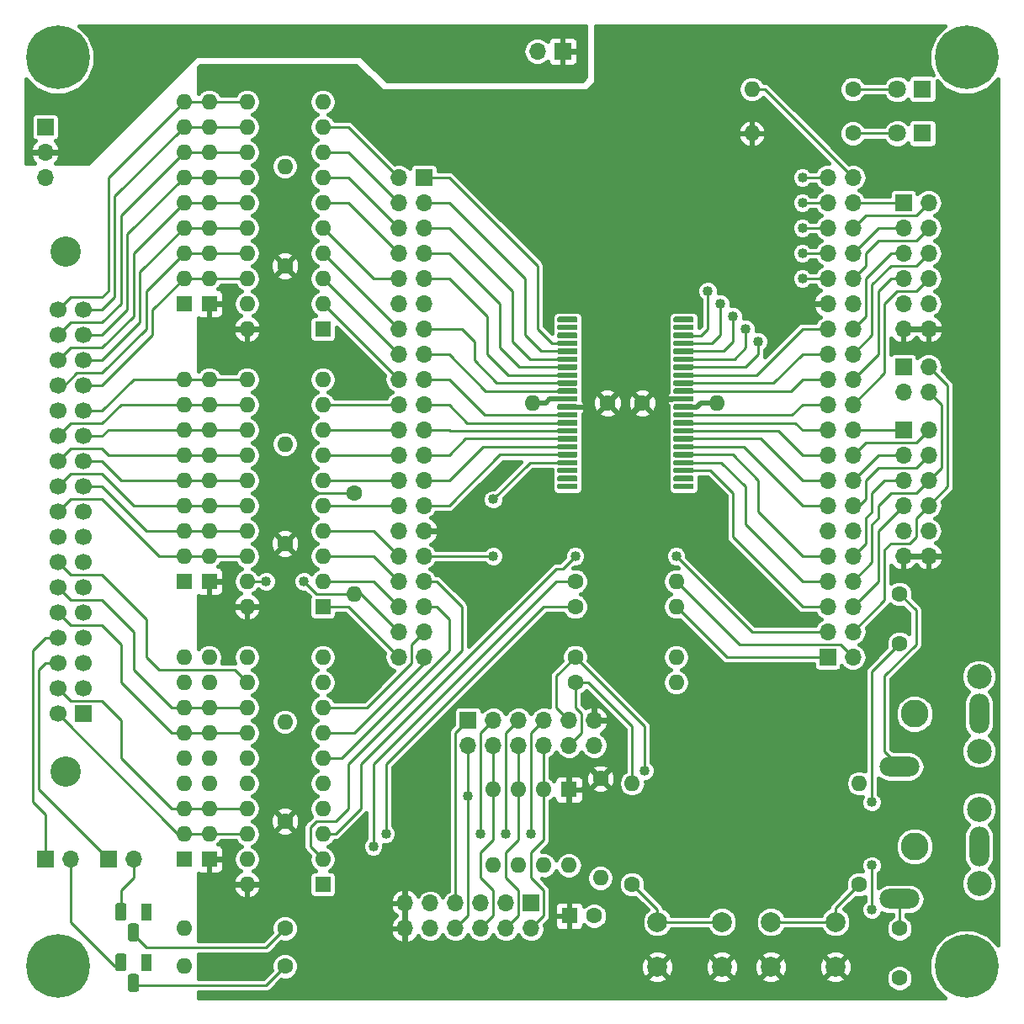
<source format=gbl>
G04 #@! TF.GenerationSoftware,KiCad,Pcbnew,5.0.2-bee76a0~70~ubuntu16.04.1*
G04 #@! TF.CreationDate,2019-04-13T10:37:35+01:00*
G04 #@! TF.ProjectId,BusAdapter,42757341-6461-4707-9465-722e6b696361,rev?*
G04 #@! TF.SameCoordinates,PX3021c70PY8dff518*
G04 #@! TF.FileFunction,Copper,L2,Bot*
G04 #@! TF.FilePolarity,Positive*
%FSLAX46Y46*%
G04 Gerber Fmt 4.6, Leading zero omitted, Abs format (unit mm)*
G04 Created by KiCad (PCBNEW 5.0.2-bee76a0~70~ubuntu16.04.1) date Sat 13 Apr 2019 10:37:35 BST*
%MOMM*%
%LPD*%
G01*
G04 APERTURE LIST*
G04 #@! TA.AperFunction,Conductor*
%ADD10C,0.100000*%
G04 #@! TD*
G04 #@! TA.AperFunction,SMDPad,CuDef*
%ADD11C,0.550000*%
G04 #@! TD*
G04 #@! TA.AperFunction,ComponentPad*
%ADD12R,1.700000X1.700000*%
G04 #@! TD*
G04 #@! TA.AperFunction,ComponentPad*
%ADD13O,1.700000X1.700000*%
G04 #@! TD*
G04 #@! TA.AperFunction,ComponentPad*
%ADD14C,3.050000*%
G04 #@! TD*
G04 #@! TA.AperFunction,ComponentPad*
%ADD15C,1.700000*%
G04 #@! TD*
G04 #@! TA.AperFunction,ComponentPad*
%ADD16C,1.600000*%
G04 #@! TD*
G04 #@! TA.AperFunction,ComponentPad*
%ADD17O,1.600000X1.600000*%
G04 #@! TD*
G04 #@! TA.AperFunction,ComponentPad*
%ADD18R,1.600000X1.600000*%
G04 #@! TD*
G04 #@! TA.AperFunction,ComponentPad*
%ADD19C,2.000000*%
G04 #@! TD*
G04 #@! TA.AperFunction,ComponentPad*
%ADD20C,6.400000*%
G04 #@! TD*
G04 #@! TA.AperFunction,ComponentPad*
%ADD21R,1.100000X1.800000*%
G04 #@! TD*
G04 #@! TA.AperFunction,ComponentPad*
%ADD22C,1.100000*%
G04 #@! TD*
G04 #@! TA.AperFunction,ComponentPad*
%ADD23C,1.800000*%
G04 #@! TD*
G04 #@! TA.AperFunction,ComponentPad*
%ADD24R,1.800000X1.800000*%
G04 #@! TD*
G04 #@! TA.AperFunction,ComponentPad*
%ADD25C,2.500000*%
G04 #@! TD*
G04 #@! TA.AperFunction,ComponentPad*
%ADD26C,2.800000*%
G04 #@! TD*
G04 #@! TA.AperFunction,ComponentPad*
%ADD27O,2.000000X4.000000*%
G04 #@! TD*
G04 #@! TA.AperFunction,ComponentPad*
%ADD28O,4.000000X2.000000*%
G04 #@! TD*
G04 #@! TA.AperFunction,ViaPad*
%ADD29C,1.016000*%
G04 #@! TD*
G04 #@! TA.AperFunction,Conductor*
%ADD30C,0.254000*%
G04 #@! TD*
G04 #@! TA.AperFunction,Conductor*
%ADD31C,0.508000*%
G04 #@! TD*
G04 #@! TA.AperFunction,Conductor*
%ADD32C,0.381000*%
G04 #@! TD*
G04 APERTURE END LIST*
D10*
G04 #@! TO.N,Net-(U4-Pad44)*
G04 #@! TO.C,U4*
G36*
X55993477Y69169338D02*
X56006825Y69167358D01*
X56019914Y69164079D01*
X56032619Y69159533D01*
X56044817Y69153764D01*
X56056391Y69146827D01*
X56067229Y69138789D01*
X56077227Y69129727D01*
X56086289Y69119729D01*
X56094327Y69108891D01*
X56101264Y69097317D01*
X56107033Y69085119D01*
X56111579Y69072414D01*
X56114858Y69059325D01*
X56116838Y69045977D01*
X56117500Y69032500D01*
X56117500Y68757500D01*
X56116838Y68744023D01*
X56114858Y68730675D01*
X56111579Y68717586D01*
X56107033Y68704881D01*
X56101264Y68692683D01*
X56094327Y68681109D01*
X56086289Y68670271D01*
X56077227Y68660273D01*
X56067229Y68651211D01*
X56056391Y68643173D01*
X56044817Y68636236D01*
X56032619Y68630467D01*
X56019914Y68625921D01*
X56006825Y68622642D01*
X55993477Y68620662D01*
X55980000Y68620000D01*
X54230000Y68620000D01*
X54216523Y68620662D01*
X54203175Y68622642D01*
X54190086Y68625921D01*
X54177381Y68630467D01*
X54165183Y68636236D01*
X54153609Y68643173D01*
X54142771Y68651211D01*
X54132773Y68660273D01*
X54123711Y68670271D01*
X54115673Y68681109D01*
X54108736Y68692683D01*
X54102967Y68704881D01*
X54098421Y68717586D01*
X54095142Y68730675D01*
X54093162Y68744023D01*
X54092500Y68757500D01*
X54092500Y69032500D01*
X54093162Y69045977D01*
X54095142Y69059325D01*
X54098421Y69072414D01*
X54102967Y69085119D01*
X54108736Y69097317D01*
X54115673Y69108891D01*
X54123711Y69119729D01*
X54132773Y69129727D01*
X54142771Y69138789D01*
X54153609Y69146827D01*
X54165183Y69153764D01*
X54177381Y69159533D01*
X54190086Y69164079D01*
X54203175Y69167358D01*
X54216523Y69169338D01*
X54230000Y69170000D01*
X55980000Y69170000D01*
X55993477Y69169338D01*
X55993477Y69169338D01*
G37*
D11*
G04 #@! TD*
G04 #@! TO.P,U4,44*
G04 #@! TO.N,Net-(U4-Pad44)*
X55105000Y68895000D03*
D10*
G04 #@! TO.N,Net-(U4-Pad43)*
G04 #@! TO.C,U4*
G36*
X55993477Y68369338D02*
X56006825Y68367358D01*
X56019914Y68364079D01*
X56032619Y68359533D01*
X56044817Y68353764D01*
X56056391Y68346827D01*
X56067229Y68338789D01*
X56077227Y68329727D01*
X56086289Y68319729D01*
X56094327Y68308891D01*
X56101264Y68297317D01*
X56107033Y68285119D01*
X56111579Y68272414D01*
X56114858Y68259325D01*
X56116838Y68245977D01*
X56117500Y68232500D01*
X56117500Y67957500D01*
X56116838Y67944023D01*
X56114858Y67930675D01*
X56111579Y67917586D01*
X56107033Y67904881D01*
X56101264Y67892683D01*
X56094327Y67881109D01*
X56086289Y67870271D01*
X56077227Y67860273D01*
X56067229Y67851211D01*
X56056391Y67843173D01*
X56044817Y67836236D01*
X56032619Y67830467D01*
X56019914Y67825921D01*
X56006825Y67822642D01*
X55993477Y67820662D01*
X55980000Y67820000D01*
X54230000Y67820000D01*
X54216523Y67820662D01*
X54203175Y67822642D01*
X54190086Y67825921D01*
X54177381Y67830467D01*
X54165183Y67836236D01*
X54153609Y67843173D01*
X54142771Y67851211D01*
X54132773Y67860273D01*
X54123711Y67870271D01*
X54115673Y67881109D01*
X54108736Y67892683D01*
X54102967Y67904881D01*
X54098421Y67917586D01*
X54095142Y67930675D01*
X54093162Y67944023D01*
X54092500Y67957500D01*
X54092500Y68232500D01*
X54093162Y68245977D01*
X54095142Y68259325D01*
X54098421Y68272414D01*
X54102967Y68285119D01*
X54108736Y68297317D01*
X54115673Y68308891D01*
X54123711Y68319729D01*
X54132773Y68329727D01*
X54142771Y68338789D01*
X54153609Y68346827D01*
X54165183Y68353764D01*
X54177381Y68359533D01*
X54190086Y68364079D01*
X54203175Y68367358D01*
X54216523Y68369338D01*
X54230000Y68370000D01*
X55980000Y68370000D01*
X55993477Y68369338D01*
X55993477Y68369338D01*
G37*
D11*
G04 #@! TD*
G04 #@! TO.P,U4,43*
G04 #@! TO.N,Net-(U4-Pad43)*
X55105000Y68095000D03*
D10*
G04 #@! TO.N,Net-(U4-Pad42)*
G04 #@! TO.C,U4*
G36*
X55993477Y67569338D02*
X56006825Y67567358D01*
X56019914Y67564079D01*
X56032619Y67559533D01*
X56044817Y67553764D01*
X56056391Y67546827D01*
X56067229Y67538789D01*
X56077227Y67529727D01*
X56086289Y67519729D01*
X56094327Y67508891D01*
X56101264Y67497317D01*
X56107033Y67485119D01*
X56111579Y67472414D01*
X56114858Y67459325D01*
X56116838Y67445977D01*
X56117500Y67432500D01*
X56117500Y67157500D01*
X56116838Y67144023D01*
X56114858Y67130675D01*
X56111579Y67117586D01*
X56107033Y67104881D01*
X56101264Y67092683D01*
X56094327Y67081109D01*
X56086289Y67070271D01*
X56077227Y67060273D01*
X56067229Y67051211D01*
X56056391Y67043173D01*
X56044817Y67036236D01*
X56032619Y67030467D01*
X56019914Y67025921D01*
X56006825Y67022642D01*
X55993477Y67020662D01*
X55980000Y67020000D01*
X54230000Y67020000D01*
X54216523Y67020662D01*
X54203175Y67022642D01*
X54190086Y67025921D01*
X54177381Y67030467D01*
X54165183Y67036236D01*
X54153609Y67043173D01*
X54142771Y67051211D01*
X54132773Y67060273D01*
X54123711Y67070271D01*
X54115673Y67081109D01*
X54108736Y67092683D01*
X54102967Y67104881D01*
X54098421Y67117586D01*
X54095142Y67130675D01*
X54093162Y67144023D01*
X54092500Y67157500D01*
X54092500Y67432500D01*
X54093162Y67445977D01*
X54095142Y67459325D01*
X54098421Y67472414D01*
X54102967Y67485119D01*
X54108736Y67497317D01*
X54115673Y67508891D01*
X54123711Y67519729D01*
X54132773Y67529727D01*
X54142771Y67538789D01*
X54153609Y67546827D01*
X54165183Y67553764D01*
X54177381Y67559533D01*
X54190086Y67564079D01*
X54203175Y67567358D01*
X54216523Y67569338D01*
X54230000Y67570000D01*
X55980000Y67570000D01*
X55993477Y67569338D01*
X55993477Y67569338D01*
G37*
D11*
G04 #@! TD*
G04 #@! TO.P,U4,42*
G04 #@! TO.N,Net-(U4-Pad42)*
X55105000Y67295000D03*
D10*
G04 #@! TO.N,/RAMA18*
G04 #@! TO.C,U4*
G36*
X55993477Y66769338D02*
X56006825Y66767358D01*
X56019914Y66764079D01*
X56032619Y66759533D01*
X56044817Y66753764D01*
X56056391Y66746827D01*
X56067229Y66738789D01*
X56077227Y66729727D01*
X56086289Y66719729D01*
X56094327Y66708891D01*
X56101264Y66697317D01*
X56107033Y66685119D01*
X56111579Y66672414D01*
X56114858Y66659325D01*
X56116838Y66645977D01*
X56117500Y66632500D01*
X56117500Y66357500D01*
X56116838Y66344023D01*
X56114858Y66330675D01*
X56111579Y66317586D01*
X56107033Y66304881D01*
X56101264Y66292683D01*
X56094327Y66281109D01*
X56086289Y66270271D01*
X56077227Y66260273D01*
X56067229Y66251211D01*
X56056391Y66243173D01*
X56044817Y66236236D01*
X56032619Y66230467D01*
X56019914Y66225921D01*
X56006825Y66222642D01*
X55993477Y66220662D01*
X55980000Y66220000D01*
X54230000Y66220000D01*
X54216523Y66220662D01*
X54203175Y66222642D01*
X54190086Y66225921D01*
X54177381Y66230467D01*
X54165183Y66236236D01*
X54153609Y66243173D01*
X54142771Y66251211D01*
X54132773Y66260273D01*
X54123711Y66270271D01*
X54115673Y66281109D01*
X54108736Y66292683D01*
X54102967Y66304881D01*
X54098421Y66317586D01*
X54095142Y66330675D01*
X54093162Y66344023D01*
X54092500Y66357500D01*
X54092500Y66632500D01*
X54093162Y66645977D01*
X54095142Y66659325D01*
X54098421Y66672414D01*
X54102967Y66685119D01*
X54108736Y66697317D01*
X54115673Y66708891D01*
X54123711Y66719729D01*
X54132773Y66729727D01*
X54142771Y66738789D01*
X54153609Y66746827D01*
X54165183Y66753764D01*
X54177381Y66759533D01*
X54190086Y66764079D01*
X54203175Y66767358D01*
X54216523Y66769338D01*
X54230000Y66770000D01*
X55980000Y66770000D01*
X55993477Y66769338D01*
X55993477Y66769338D01*
G37*
D11*
G04 #@! TD*
G04 #@! TO.P,U4,41*
G04 #@! TO.N,/RAMA18*
X55105000Y66495000D03*
D10*
G04 #@! TO.N,/RAMA17*
G04 #@! TO.C,U4*
G36*
X55993477Y65969338D02*
X56006825Y65967358D01*
X56019914Y65964079D01*
X56032619Y65959533D01*
X56044817Y65953764D01*
X56056391Y65946827D01*
X56067229Y65938789D01*
X56077227Y65929727D01*
X56086289Y65919729D01*
X56094327Y65908891D01*
X56101264Y65897317D01*
X56107033Y65885119D01*
X56111579Y65872414D01*
X56114858Y65859325D01*
X56116838Y65845977D01*
X56117500Y65832500D01*
X56117500Y65557500D01*
X56116838Y65544023D01*
X56114858Y65530675D01*
X56111579Y65517586D01*
X56107033Y65504881D01*
X56101264Y65492683D01*
X56094327Y65481109D01*
X56086289Y65470271D01*
X56077227Y65460273D01*
X56067229Y65451211D01*
X56056391Y65443173D01*
X56044817Y65436236D01*
X56032619Y65430467D01*
X56019914Y65425921D01*
X56006825Y65422642D01*
X55993477Y65420662D01*
X55980000Y65420000D01*
X54230000Y65420000D01*
X54216523Y65420662D01*
X54203175Y65422642D01*
X54190086Y65425921D01*
X54177381Y65430467D01*
X54165183Y65436236D01*
X54153609Y65443173D01*
X54142771Y65451211D01*
X54132773Y65460273D01*
X54123711Y65470271D01*
X54115673Y65481109D01*
X54108736Y65492683D01*
X54102967Y65504881D01*
X54098421Y65517586D01*
X54095142Y65530675D01*
X54093162Y65544023D01*
X54092500Y65557500D01*
X54092500Y65832500D01*
X54093162Y65845977D01*
X54095142Y65859325D01*
X54098421Y65872414D01*
X54102967Y65885119D01*
X54108736Y65897317D01*
X54115673Y65908891D01*
X54123711Y65919729D01*
X54132773Y65929727D01*
X54142771Y65938789D01*
X54153609Y65946827D01*
X54165183Y65953764D01*
X54177381Y65959533D01*
X54190086Y65964079D01*
X54203175Y65967358D01*
X54216523Y65969338D01*
X54230000Y65970000D01*
X55980000Y65970000D01*
X55993477Y65969338D01*
X55993477Y65969338D01*
G37*
D11*
G04 #@! TD*
G04 #@! TO.P,U4,40*
G04 #@! TO.N,/RAMA17*
X55105000Y65695000D03*
D10*
G04 #@! TO.N,/RAMA16*
G04 #@! TO.C,U4*
G36*
X55993477Y65169338D02*
X56006825Y65167358D01*
X56019914Y65164079D01*
X56032619Y65159533D01*
X56044817Y65153764D01*
X56056391Y65146827D01*
X56067229Y65138789D01*
X56077227Y65129727D01*
X56086289Y65119729D01*
X56094327Y65108891D01*
X56101264Y65097317D01*
X56107033Y65085119D01*
X56111579Y65072414D01*
X56114858Y65059325D01*
X56116838Y65045977D01*
X56117500Y65032500D01*
X56117500Y64757500D01*
X56116838Y64744023D01*
X56114858Y64730675D01*
X56111579Y64717586D01*
X56107033Y64704881D01*
X56101264Y64692683D01*
X56094327Y64681109D01*
X56086289Y64670271D01*
X56077227Y64660273D01*
X56067229Y64651211D01*
X56056391Y64643173D01*
X56044817Y64636236D01*
X56032619Y64630467D01*
X56019914Y64625921D01*
X56006825Y64622642D01*
X55993477Y64620662D01*
X55980000Y64620000D01*
X54230000Y64620000D01*
X54216523Y64620662D01*
X54203175Y64622642D01*
X54190086Y64625921D01*
X54177381Y64630467D01*
X54165183Y64636236D01*
X54153609Y64643173D01*
X54142771Y64651211D01*
X54132773Y64660273D01*
X54123711Y64670271D01*
X54115673Y64681109D01*
X54108736Y64692683D01*
X54102967Y64704881D01*
X54098421Y64717586D01*
X54095142Y64730675D01*
X54093162Y64744023D01*
X54092500Y64757500D01*
X54092500Y65032500D01*
X54093162Y65045977D01*
X54095142Y65059325D01*
X54098421Y65072414D01*
X54102967Y65085119D01*
X54108736Y65097317D01*
X54115673Y65108891D01*
X54123711Y65119729D01*
X54132773Y65129727D01*
X54142771Y65138789D01*
X54153609Y65146827D01*
X54165183Y65153764D01*
X54177381Y65159533D01*
X54190086Y65164079D01*
X54203175Y65167358D01*
X54216523Y65169338D01*
X54230000Y65170000D01*
X55980000Y65170000D01*
X55993477Y65169338D01*
X55993477Y65169338D01*
G37*
D11*
G04 #@! TD*
G04 #@! TO.P,U4,39*
G04 #@! TO.N,/RAMA16*
X55105000Y64895000D03*
D10*
G04 #@! TO.N,/RAMA15*
G04 #@! TO.C,U4*
G36*
X55993477Y64369338D02*
X56006825Y64367358D01*
X56019914Y64364079D01*
X56032619Y64359533D01*
X56044817Y64353764D01*
X56056391Y64346827D01*
X56067229Y64338789D01*
X56077227Y64329727D01*
X56086289Y64319729D01*
X56094327Y64308891D01*
X56101264Y64297317D01*
X56107033Y64285119D01*
X56111579Y64272414D01*
X56114858Y64259325D01*
X56116838Y64245977D01*
X56117500Y64232500D01*
X56117500Y63957500D01*
X56116838Y63944023D01*
X56114858Y63930675D01*
X56111579Y63917586D01*
X56107033Y63904881D01*
X56101264Y63892683D01*
X56094327Y63881109D01*
X56086289Y63870271D01*
X56077227Y63860273D01*
X56067229Y63851211D01*
X56056391Y63843173D01*
X56044817Y63836236D01*
X56032619Y63830467D01*
X56019914Y63825921D01*
X56006825Y63822642D01*
X55993477Y63820662D01*
X55980000Y63820000D01*
X54230000Y63820000D01*
X54216523Y63820662D01*
X54203175Y63822642D01*
X54190086Y63825921D01*
X54177381Y63830467D01*
X54165183Y63836236D01*
X54153609Y63843173D01*
X54142771Y63851211D01*
X54132773Y63860273D01*
X54123711Y63870271D01*
X54115673Y63881109D01*
X54108736Y63892683D01*
X54102967Y63904881D01*
X54098421Y63917586D01*
X54095142Y63930675D01*
X54093162Y63944023D01*
X54092500Y63957500D01*
X54092500Y64232500D01*
X54093162Y64245977D01*
X54095142Y64259325D01*
X54098421Y64272414D01*
X54102967Y64285119D01*
X54108736Y64297317D01*
X54115673Y64308891D01*
X54123711Y64319729D01*
X54132773Y64329727D01*
X54142771Y64338789D01*
X54153609Y64346827D01*
X54165183Y64353764D01*
X54177381Y64359533D01*
X54190086Y64364079D01*
X54203175Y64367358D01*
X54216523Y64369338D01*
X54230000Y64370000D01*
X55980000Y64370000D01*
X55993477Y64369338D01*
X55993477Y64369338D01*
G37*
D11*
G04 #@! TD*
G04 #@! TO.P,U4,38*
G04 #@! TO.N,/RAMA15*
X55105000Y64095000D03*
D10*
G04 #@! TO.N,/RAMOEL*
G04 #@! TO.C,U4*
G36*
X55993477Y63569338D02*
X56006825Y63567358D01*
X56019914Y63564079D01*
X56032619Y63559533D01*
X56044817Y63553764D01*
X56056391Y63546827D01*
X56067229Y63538789D01*
X56077227Y63529727D01*
X56086289Y63519729D01*
X56094327Y63508891D01*
X56101264Y63497317D01*
X56107033Y63485119D01*
X56111579Y63472414D01*
X56114858Y63459325D01*
X56116838Y63445977D01*
X56117500Y63432500D01*
X56117500Y63157500D01*
X56116838Y63144023D01*
X56114858Y63130675D01*
X56111579Y63117586D01*
X56107033Y63104881D01*
X56101264Y63092683D01*
X56094327Y63081109D01*
X56086289Y63070271D01*
X56077227Y63060273D01*
X56067229Y63051211D01*
X56056391Y63043173D01*
X56044817Y63036236D01*
X56032619Y63030467D01*
X56019914Y63025921D01*
X56006825Y63022642D01*
X55993477Y63020662D01*
X55980000Y63020000D01*
X54230000Y63020000D01*
X54216523Y63020662D01*
X54203175Y63022642D01*
X54190086Y63025921D01*
X54177381Y63030467D01*
X54165183Y63036236D01*
X54153609Y63043173D01*
X54142771Y63051211D01*
X54132773Y63060273D01*
X54123711Y63070271D01*
X54115673Y63081109D01*
X54108736Y63092683D01*
X54102967Y63104881D01*
X54098421Y63117586D01*
X54095142Y63130675D01*
X54093162Y63144023D01*
X54092500Y63157500D01*
X54092500Y63432500D01*
X54093162Y63445977D01*
X54095142Y63459325D01*
X54098421Y63472414D01*
X54102967Y63485119D01*
X54108736Y63497317D01*
X54115673Y63508891D01*
X54123711Y63519729D01*
X54132773Y63529727D01*
X54142771Y63538789D01*
X54153609Y63546827D01*
X54165183Y63553764D01*
X54177381Y63559533D01*
X54190086Y63564079D01*
X54203175Y63567358D01*
X54216523Y63569338D01*
X54230000Y63570000D01*
X55980000Y63570000D01*
X55993477Y63569338D01*
X55993477Y63569338D01*
G37*
D11*
G04 #@! TD*
G04 #@! TO.P,U4,37*
G04 #@! TO.N,/RAMOEL*
X55105000Y63295000D03*
D10*
G04 #@! TO.N,/RAMD7*
G04 #@! TO.C,U4*
G36*
X55993477Y62769338D02*
X56006825Y62767358D01*
X56019914Y62764079D01*
X56032619Y62759533D01*
X56044817Y62753764D01*
X56056391Y62746827D01*
X56067229Y62738789D01*
X56077227Y62729727D01*
X56086289Y62719729D01*
X56094327Y62708891D01*
X56101264Y62697317D01*
X56107033Y62685119D01*
X56111579Y62672414D01*
X56114858Y62659325D01*
X56116838Y62645977D01*
X56117500Y62632500D01*
X56117500Y62357500D01*
X56116838Y62344023D01*
X56114858Y62330675D01*
X56111579Y62317586D01*
X56107033Y62304881D01*
X56101264Y62292683D01*
X56094327Y62281109D01*
X56086289Y62270271D01*
X56077227Y62260273D01*
X56067229Y62251211D01*
X56056391Y62243173D01*
X56044817Y62236236D01*
X56032619Y62230467D01*
X56019914Y62225921D01*
X56006825Y62222642D01*
X55993477Y62220662D01*
X55980000Y62220000D01*
X54230000Y62220000D01*
X54216523Y62220662D01*
X54203175Y62222642D01*
X54190086Y62225921D01*
X54177381Y62230467D01*
X54165183Y62236236D01*
X54153609Y62243173D01*
X54142771Y62251211D01*
X54132773Y62260273D01*
X54123711Y62270271D01*
X54115673Y62281109D01*
X54108736Y62292683D01*
X54102967Y62304881D01*
X54098421Y62317586D01*
X54095142Y62330675D01*
X54093162Y62344023D01*
X54092500Y62357500D01*
X54092500Y62632500D01*
X54093162Y62645977D01*
X54095142Y62659325D01*
X54098421Y62672414D01*
X54102967Y62685119D01*
X54108736Y62697317D01*
X54115673Y62708891D01*
X54123711Y62719729D01*
X54132773Y62729727D01*
X54142771Y62738789D01*
X54153609Y62746827D01*
X54165183Y62753764D01*
X54177381Y62759533D01*
X54190086Y62764079D01*
X54203175Y62767358D01*
X54216523Y62769338D01*
X54230000Y62770000D01*
X55980000Y62770000D01*
X55993477Y62769338D01*
X55993477Y62769338D01*
G37*
D11*
G04 #@! TD*
G04 #@! TO.P,U4,36*
G04 #@! TO.N,/RAMD7*
X55105000Y62495000D03*
D10*
G04 #@! TO.N,/RAMD6*
G04 #@! TO.C,U4*
G36*
X55993477Y61969338D02*
X56006825Y61967358D01*
X56019914Y61964079D01*
X56032619Y61959533D01*
X56044817Y61953764D01*
X56056391Y61946827D01*
X56067229Y61938789D01*
X56077227Y61929727D01*
X56086289Y61919729D01*
X56094327Y61908891D01*
X56101264Y61897317D01*
X56107033Y61885119D01*
X56111579Y61872414D01*
X56114858Y61859325D01*
X56116838Y61845977D01*
X56117500Y61832500D01*
X56117500Y61557500D01*
X56116838Y61544023D01*
X56114858Y61530675D01*
X56111579Y61517586D01*
X56107033Y61504881D01*
X56101264Y61492683D01*
X56094327Y61481109D01*
X56086289Y61470271D01*
X56077227Y61460273D01*
X56067229Y61451211D01*
X56056391Y61443173D01*
X56044817Y61436236D01*
X56032619Y61430467D01*
X56019914Y61425921D01*
X56006825Y61422642D01*
X55993477Y61420662D01*
X55980000Y61420000D01*
X54230000Y61420000D01*
X54216523Y61420662D01*
X54203175Y61422642D01*
X54190086Y61425921D01*
X54177381Y61430467D01*
X54165183Y61436236D01*
X54153609Y61443173D01*
X54142771Y61451211D01*
X54132773Y61460273D01*
X54123711Y61470271D01*
X54115673Y61481109D01*
X54108736Y61492683D01*
X54102967Y61504881D01*
X54098421Y61517586D01*
X54095142Y61530675D01*
X54093162Y61544023D01*
X54092500Y61557500D01*
X54092500Y61832500D01*
X54093162Y61845977D01*
X54095142Y61859325D01*
X54098421Y61872414D01*
X54102967Y61885119D01*
X54108736Y61897317D01*
X54115673Y61908891D01*
X54123711Y61919729D01*
X54132773Y61929727D01*
X54142771Y61938789D01*
X54153609Y61946827D01*
X54165183Y61953764D01*
X54177381Y61959533D01*
X54190086Y61964079D01*
X54203175Y61967358D01*
X54216523Y61969338D01*
X54230000Y61970000D01*
X55980000Y61970000D01*
X55993477Y61969338D01*
X55993477Y61969338D01*
G37*
D11*
G04 #@! TD*
G04 #@! TO.P,U4,35*
G04 #@! TO.N,/RAMD6*
X55105000Y61695000D03*
D10*
G04 #@! TO.N,GND*
G04 #@! TO.C,U4*
G36*
X55993477Y61169338D02*
X56006825Y61167358D01*
X56019914Y61164079D01*
X56032619Y61159533D01*
X56044817Y61153764D01*
X56056391Y61146827D01*
X56067229Y61138789D01*
X56077227Y61129727D01*
X56086289Y61119729D01*
X56094327Y61108891D01*
X56101264Y61097317D01*
X56107033Y61085119D01*
X56111579Y61072414D01*
X56114858Y61059325D01*
X56116838Y61045977D01*
X56117500Y61032500D01*
X56117500Y60757500D01*
X56116838Y60744023D01*
X56114858Y60730675D01*
X56111579Y60717586D01*
X56107033Y60704881D01*
X56101264Y60692683D01*
X56094327Y60681109D01*
X56086289Y60670271D01*
X56077227Y60660273D01*
X56067229Y60651211D01*
X56056391Y60643173D01*
X56044817Y60636236D01*
X56032619Y60630467D01*
X56019914Y60625921D01*
X56006825Y60622642D01*
X55993477Y60620662D01*
X55980000Y60620000D01*
X54230000Y60620000D01*
X54216523Y60620662D01*
X54203175Y60622642D01*
X54190086Y60625921D01*
X54177381Y60630467D01*
X54165183Y60636236D01*
X54153609Y60643173D01*
X54142771Y60651211D01*
X54132773Y60660273D01*
X54123711Y60670271D01*
X54115673Y60681109D01*
X54108736Y60692683D01*
X54102967Y60704881D01*
X54098421Y60717586D01*
X54095142Y60730675D01*
X54093162Y60744023D01*
X54092500Y60757500D01*
X54092500Y61032500D01*
X54093162Y61045977D01*
X54095142Y61059325D01*
X54098421Y61072414D01*
X54102967Y61085119D01*
X54108736Y61097317D01*
X54115673Y61108891D01*
X54123711Y61119729D01*
X54132773Y61129727D01*
X54142771Y61138789D01*
X54153609Y61146827D01*
X54165183Y61153764D01*
X54177381Y61159533D01*
X54190086Y61164079D01*
X54203175Y61167358D01*
X54216523Y61169338D01*
X54230000Y61170000D01*
X55980000Y61170000D01*
X55993477Y61169338D01*
X55993477Y61169338D01*
G37*
D11*
G04 #@! TD*
G04 #@! TO.P,U4,34*
G04 #@! TO.N,GND*
X55105000Y60895000D03*
D10*
G04 #@! TO.N,+3V3*
G04 #@! TO.C,U4*
G36*
X55993477Y60369338D02*
X56006825Y60367358D01*
X56019914Y60364079D01*
X56032619Y60359533D01*
X56044817Y60353764D01*
X56056391Y60346827D01*
X56067229Y60338789D01*
X56077227Y60329727D01*
X56086289Y60319729D01*
X56094327Y60308891D01*
X56101264Y60297317D01*
X56107033Y60285119D01*
X56111579Y60272414D01*
X56114858Y60259325D01*
X56116838Y60245977D01*
X56117500Y60232500D01*
X56117500Y59957500D01*
X56116838Y59944023D01*
X56114858Y59930675D01*
X56111579Y59917586D01*
X56107033Y59904881D01*
X56101264Y59892683D01*
X56094327Y59881109D01*
X56086289Y59870271D01*
X56077227Y59860273D01*
X56067229Y59851211D01*
X56056391Y59843173D01*
X56044817Y59836236D01*
X56032619Y59830467D01*
X56019914Y59825921D01*
X56006825Y59822642D01*
X55993477Y59820662D01*
X55980000Y59820000D01*
X54230000Y59820000D01*
X54216523Y59820662D01*
X54203175Y59822642D01*
X54190086Y59825921D01*
X54177381Y59830467D01*
X54165183Y59836236D01*
X54153609Y59843173D01*
X54142771Y59851211D01*
X54132773Y59860273D01*
X54123711Y59870271D01*
X54115673Y59881109D01*
X54108736Y59892683D01*
X54102967Y59904881D01*
X54098421Y59917586D01*
X54095142Y59930675D01*
X54093162Y59944023D01*
X54092500Y59957500D01*
X54092500Y60232500D01*
X54093162Y60245977D01*
X54095142Y60259325D01*
X54098421Y60272414D01*
X54102967Y60285119D01*
X54108736Y60297317D01*
X54115673Y60308891D01*
X54123711Y60319729D01*
X54132773Y60329727D01*
X54142771Y60338789D01*
X54153609Y60346827D01*
X54165183Y60353764D01*
X54177381Y60359533D01*
X54190086Y60364079D01*
X54203175Y60367358D01*
X54216523Y60369338D01*
X54230000Y60370000D01*
X55980000Y60370000D01*
X55993477Y60369338D01*
X55993477Y60369338D01*
G37*
D11*
G04 #@! TD*
G04 #@! TO.P,U4,33*
G04 #@! TO.N,+3V3*
X55105000Y60095000D03*
D10*
G04 #@! TO.N,/RAMD5*
G04 #@! TO.C,U4*
G36*
X55993477Y59569338D02*
X56006825Y59567358D01*
X56019914Y59564079D01*
X56032619Y59559533D01*
X56044817Y59553764D01*
X56056391Y59546827D01*
X56067229Y59538789D01*
X56077227Y59529727D01*
X56086289Y59519729D01*
X56094327Y59508891D01*
X56101264Y59497317D01*
X56107033Y59485119D01*
X56111579Y59472414D01*
X56114858Y59459325D01*
X56116838Y59445977D01*
X56117500Y59432500D01*
X56117500Y59157500D01*
X56116838Y59144023D01*
X56114858Y59130675D01*
X56111579Y59117586D01*
X56107033Y59104881D01*
X56101264Y59092683D01*
X56094327Y59081109D01*
X56086289Y59070271D01*
X56077227Y59060273D01*
X56067229Y59051211D01*
X56056391Y59043173D01*
X56044817Y59036236D01*
X56032619Y59030467D01*
X56019914Y59025921D01*
X56006825Y59022642D01*
X55993477Y59020662D01*
X55980000Y59020000D01*
X54230000Y59020000D01*
X54216523Y59020662D01*
X54203175Y59022642D01*
X54190086Y59025921D01*
X54177381Y59030467D01*
X54165183Y59036236D01*
X54153609Y59043173D01*
X54142771Y59051211D01*
X54132773Y59060273D01*
X54123711Y59070271D01*
X54115673Y59081109D01*
X54108736Y59092683D01*
X54102967Y59104881D01*
X54098421Y59117586D01*
X54095142Y59130675D01*
X54093162Y59144023D01*
X54092500Y59157500D01*
X54092500Y59432500D01*
X54093162Y59445977D01*
X54095142Y59459325D01*
X54098421Y59472414D01*
X54102967Y59485119D01*
X54108736Y59497317D01*
X54115673Y59508891D01*
X54123711Y59519729D01*
X54132773Y59529727D01*
X54142771Y59538789D01*
X54153609Y59546827D01*
X54165183Y59553764D01*
X54177381Y59559533D01*
X54190086Y59564079D01*
X54203175Y59567358D01*
X54216523Y59569338D01*
X54230000Y59570000D01*
X55980000Y59570000D01*
X55993477Y59569338D01*
X55993477Y59569338D01*
G37*
D11*
G04 #@! TD*
G04 #@! TO.P,U4,32*
G04 #@! TO.N,/RAMD5*
X55105000Y59295000D03*
D10*
G04 #@! TO.N,/RAMD4*
G04 #@! TO.C,U4*
G36*
X55993477Y58769338D02*
X56006825Y58767358D01*
X56019914Y58764079D01*
X56032619Y58759533D01*
X56044817Y58753764D01*
X56056391Y58746827D01*
X56067229Y58738789D01*
X56077227Y58729727D01*
X56086289Y58719729D01*
X56094327Y58708891D01*
X56101264Y58697317D01*
X56107033Y58685119D01*
X56111579Y58672414D01*
X56114858Y58659325D01*
X56116838Y58645977D01*
X56117500Y58632500D01*
X56117500Y58357500D01*
X56116838Y58344023D01*
X56114858Y58330675D01*
X56111579Y58317586D01*
X56107033Y58304881D01*
X56101264Y58292683D01*
X56094327Y58281109D01*
X56086289Y58270271D01*
X56077227Y58260273D01*
X56067229Y58251211D01*
X56056391Y58243173D01*
X56044817Y58236236D01*
X56032619Y58230467D01*
X56019914Y58225921D01*
X56006825Y58222642D01*
X55993477Y58220662D01*
X55980000Y58220000D01*
X54230000Y58220000D01*
X54216523Y58220662D01*
X54203175Y58222642D01*
X54190086Y58225921D01*
X54177381Y58230467D01*
X54165183Y58236236D01*
X54153609Y58243173D01*
X54142771Y58251211D01*
X54132773Y58260273D01*
X54123711Y58270271D01*
X54115673Y58281109D01*
X54108736Y58292683D01*
X54102967Y58304881D01*
X54098421Y58317586D01*
X54095142Y58330675D01*
X54093162Y58344023D01*
X54092500Y58357500D01*
X54092500Y58632500D01*
X54093162Y58645977D01*
X54095142Y58659325D01*
X54098421Y58672414D01*
X54102967Y58685119D01*
X54108736Y58697317D01*
X54115673Y58708891D01*
X54123711Y58719729D01*
X54132773Y58729727D01*
X54142771Y58738789D01*
X54153609Y58746827D01*
X54165183Y58753764D01*
X54177381Y58759533D01*
X54190086Y58764079D01*
X54203175Y58767358D01*
X54216523Y58769338D01*
X54230000Y58770000D01*
X55980000Y58770000D01*
X55993477Y58769338D01*
X55993477Y58769338D01*
G37*
D11*
G04 #@! TD*
G04 #@! TO.P,U4,31*
G04 #@! TO.N,/RAMD4*
X55105000Y58495000D03*
D10*
G04 #@! TO.N,/RAMA14*
G04 #@! TO.C,U4*
G36*
X55993477Y57969338D02*
X56006825Y57967358D01*
X56019914Y57964079D01*
X56032619Y57959533D01*
X56044817Y57953764D01*
X56056391Y57946827D01*
X56067229Y57938789D01*
X56077227Y57929727D01*
X56086289Y57919729D01*
X56094327Y57908891D01*
X56101264Y57897317D01*
X56107033Y57885119D01*
X56111579Y57872414D01*
X56114858Y57859325D01*
X56116838Y57845977D01*
X56117500Y57832500D01*
X56117500Y57557500D01*
X56116838Y57544023D01*
X56114858Y57530675D01*
X56111579Y57517586D01*
X56107033Y57504881D01*
X56101264Y57492683D01*
X56094327Y57481109D01*
X56086289Y57470271D01*
X56077227Y57460273D01*
X56067229Y57451211D01*
X56056391Y57443173D01*
X56044817Y57436236D01*
X56032619Y57430467D01*
X56019914Y57425921D01*
X56006825Y57422642D01*
X55993477Y57420662D01*
X55980000Y57420000D01*
X54230000Y57420000D01*
X54216523Y57420662D01*
X54203175Y57422642D01*
X54190086Y57425921D01*
X54177381Y57430467D01*
X54165183Y57436236D01*
X54153609Y57443173D01*
X54142771Y57451211D01*
X54132773Y57460273D01*
X54123711Y57470271D01*
X54115673Y57481109D01*
X54108736Y57492683D01*
X54102967Y57504881D01*
X54098421Y57517586D01*
X54095142Y57530675D01*
X54093162Y57544023D01*
X54092500Y57557500D01*
X54092500Y57832500D01*
X54093162Y57845977D01*
X54095142Y57859325D01*
X54098421Y57872414D01*
X54102967Y57885119D01*
X54108736Y57897317D01*
X54115673Y57908891D01*
X54123711Y57919729D01*
X54132773Y57929727D01*
X54142771Y57938789D01*
X54153609Y57946827D01*
X54165183Y57953764D01*
X54177381Y57959533D01*
X54190086Y57964079D01*
X54203175Y57967358D01*
X54216523Y57969338D01*
X54230000Y57970000D01*
X55980000Y57970000D01*
X55993477Y57969338D01*
X55993477Y57969338D01*
G37*
D11*
G04 #@! TD*
G04 #@! TO.P,U4,30*
G04 #@! TO.N,/RAMA14*
X55105000Y57695000D03*
D10*
G04 #@! TO.N,/RAMA13*
G04 #@! TO.C,U4*
G36*
X55993477Y57169338D02*
X56006825Y57167358D01*
X56019914Y57164079D01*
X56032619Y57159533D01*
X56044817Y57153764D01*
X56056391Y57146827D01*
X56067229Y57138789D01*
X56077227Y57129727D01*
X56086289Y57119729D01*
X56094327Y57108891D01*
X56101264Y57097317D01*
X56107033Y57085119D01*
X56111579Y57072414D01*
X56114858Y57059325D01*
X56116838Y57045977D01*
X56117500Y57032500D01*
X56117500Y56757500D01*
X56116838Y56744023D01*
X56114858Y56730675D01*
X56111579Y56717586D01*
X56107033Y56704881D01*
X56101264Y56692683D01*
X56094327Y56681109D01*
X56086289Y56670271D01*
X56077227Y56660273D01*
X56067229Y56651211D01*
X56056391Y56643173D01*
X56044817Y56636236D01*
X56032619Y56630467D01*
X56019914Y56625921D01*
X56006825Y56622642D01*
X55993477Y56620662D01*
X55980000Y56620000D01*
X54230000Y56620000D01*
X54216523Y56620662D01*
X54203175Y56622642D01*
X54190086Y56625921D01*
X54177381Y56630467D01*
X54165183Y56636236D01*
X54153609Y56643173D01*
X54142771Y56651211D01*
X54132773Y56660273D01*
X54123711Y56670271D01*
X54115673Y56681109D01*
X54108736Y56692683D01*
X54102967Y56704881D01*
X54098421Y56717586D01*
X54095142Y56730675D01*
X54093162Y56744023D01*
X54092500Y56757500D01*
X54092500Y57032500D01*
X54093162Y57045977D01*
X54095142Y57059325D01*
X54098421Y57072414D01*
X54102967Y57085119D01*
X54108736Y57097317D01*
X54115673Y57108891D01*
X54123711Y57119729D01*
X54132773Y57129727D01*
X54142771Y57138789D01*
X54153609Y57146827D01*
X54165183Y57153764D01*
X54177381Y57159533D01*
X54190086Y57164079D01*
X54203175Y57167358D01*
X54216523Y57169338D01*
X54230000Y57170000D01*
X55980000Y57170000D01*
X55993477Y57169338D01*
X55993477Y57169338D01*
G37*
D11*
G04 #@! TD*
G04 #@! TO.P,U4,29*
G04 #@! TO.N,/RAMA13*
X55105000Y56895000D03*
D10*
G04 #@! TO.N,/RAMA12*
G04 #@! TO.C,U4*
G36*
X55993477Y56369338D02*
X56006825Y56367358D01*
X56019914Y56364079D01*
X56032619Y56359533D01*
X56044817Y56353764D01*
X56056391Y56346827D01*
X56067229Y56338789D01*
X56077227Y56329727D01*
X56086289Y56319729D01*
X56094327Y56308891D01*
X56101264Y56297317D01*
X56107033Y56285119D01*
X56111579Y56272414D01*
X56114858Y56259325D01*
X56116838Y56245977D01*
X56117500Y56232500D01*
X56117500Y55957500D01*
X56116838Y55944023D01*
X56114858Y55930675D01*
X56111579Y55917586D01*
X56107033Y55904881D01*
X56101264Y55892683D01*
X56094327Y55881109D01*
X56086289Y55870271D01*
X56077227Y55860273D01*
X56067229Y55851211D01*
X56056391Y55843173D01*
X56044817Y55836236D01*
X56032619Y55830467D01*
X56019914Y55825921D01*
X56006825Y55822642D01*
X55993477Y55820662D01*
X55980000Y55820000D01*
X54230000Y55820000D01*
X54216523Y55820662D01*
X54203175Y55822642D01*
X54190086Y55825921D01*
X54177381Y55830467D01*
X54165183Y55836236D01*
X54153609Y55843173D01*
X54142771Y55851211D01*
X54132773Y55860273D01*
X54123711Y55870271D01*
X54115673Y55881109D01*
X54108736Y55892683D01*
X54102967Y55904881D01*
X54098421Y55917586D01*
X54095142Y55930675D01*
X54093162Y55944023D01*
X54092500Y55957500D01*
X54092500Y56232500D01*
X54093162Y56245977D01*
X54095142Y56259325D01*
X54098421Y56272414D01*
X54102967Y56285119D01*
X54108736Y56297317D01*
X54115673Y56308891D01*
X54123711Y56319729D01*
X54132773Y56329727D01*
X54142771Y56338789D01*
X54153609Y56346827D01*
X54165183Y56353764D01*
X54177381Y56359533D01*
X54190086Y56364079D01*
X54203175Y56367358D01*
X54216523Y56369338D01*
X54230000Y56370000D01*
X55980000Y56370000D01*
X55993477Y56369338D01*
X55993477Y56369338D01*
G37*
D11*
G04 #@! TD*
G04 #@! TO.P,U4,28*
G04 #@! TO.N,/RAMA12*
X55105000Y56095000D03*
D10*
G04 #@! TO.N,/RAMA11*
G04 #@! TO.C,U4*
G36*
X55993477Y55569338D02*
X56006825Y55567358D01*
X56019914Y55564079D01*
X56032619Y55559533D01*
X56044817Y55553764D01*
X56056391Y55546827D01*
X56067229Y55538789D01*
X56077227Y55529727D01*
X56086289Y55519729D01*
X56094327Y55508891D01*
X56101264Y55497317D01*
X56107033Y55485119D01*
X56111579Y55472414D01*
X56114858Y55459325D01*
X56116838Y55445977D01*
X56117500Y55432500D01*
X56117500Y55157500D01*
X56116838Y55144023D01*
X56114858Y55130675D01*
X56111579Y55117586D01*
X56107033Y55104881D01*
X56101264Y55092683D01*
X56094327Y55081109D01*
X56086289Y55070271D01*
X56077227Y55060273D01*
X56067229Y55051211D01*
X56056391Y55043173D01*
X56044817Y55036236D01*
X56032619Y55030467D01*
X56019914Y55025921D01*
X56006825Y55022642D01*
X55993477Y55020662D01*
X55980000Y55020000D01*
X54230000Y55020000D01*
X54216523Y55020662D01*
X54203175Y55022642D01*
X54190086Y55025921D01*
X54177381Y55030467D01*
X54165183Y55036236D01*
X54153609Y55043173D01*
X54142771Y55051211D01*
X54132773Y55060273D01*
X54123711Y55070271D01*
X54115673Y55081109D01*
X54108736Y55092683D01*
X54102967Y55104881D01*
X54098421Y55117586D01*
X54095142Y55130675D01*
X54093162Y55144023D01*
X54092500Y55157500D01*
X54092500Y55432500D01*
X54093162Y55445977D01*
X54095142Y55459325D01*
X54098421Y55472414D01*
X54102967Y55485119D01*
X54108736Y55497317D01*
X54115673Y55508891D01*
X54123711Y55519729D01*
X54132773Y55529727D01*
X54142771Y55538789D01*
X54153609Y55546827D01*
X54165183Y55553764D01*
X54177381Y55559533D01*
X54190086Y55564079D01*
X54203175Y55567358D01*
X54216523Y55569338D01*
X54230000Y55570000D01*
X55980000Y55570000D01*
X55993477Y55569338D01*
X55993477Y55569338D01*
G37*
D11*
G04 #@! TD*
G04 #@! TO.P,U4,27*
G04 #@! TO.N,/RAMA11*
X55105000Y55295000D03*
D10*
G04 #@! TO.N,/RAMA10*
G04 #@! TO.C,U4*
G36*
X55993477Y54769338D02*
X56006825Y54767358D01*
X56019914Y54764079D01*
X56032619Y54759533D01*
X56044817Y54753764D01*
X56056391Y54746827D01*
X56067229Y54738789D01*
X56077227Y54729727D01*
X56086289Y54719729D01*
X56094327Y54708891D01*
X56101264Y54697317D01*
X56107033Y54685119D01*
X56111579Y54672414D01*
X56114858Y54659325D01*
X56116838Y54645977D01*
X56117500Y54632500D01*
X56117500Y54357500D01*
X56116838Y54344023D01*
X56114858Y54330675D01*
X56111579Y54317586D01*
X56107033Y54304881D01*
X56101264Y54292683D01*
X56094327Y54281109D01*
X56086289Y54270271D01*
X56077227Y54260273D01*
X56067229Y54251211D01*
X56056391Y54243173D01*
X56044817Y54236236D01*
X56032619Y54230467D01*
X56019914Y54225921D01*
X56006825Y54222642D01*
X55993477Y54220662D01*
X55980000Y54220000D01*
X54230000Y54220000D01*
X54216523Y54220662D01*
X54203175Y54222642D01*
X54190086Y54225921D01*
X54177381Y54230467D01*
X54165183Y54236236D01*
X54153609Y54243173D01*
X54142771Y54251211D01*
X54132773Y54260273D01*
X54123711Y54270271D01*
X54115673Y54281109D01*
X54108736Y54292683D01*
X54102967Y54304881D01*
X54098421Y54317586D01*
X54095142Y54330675D01*
X54093162Y54344023D01*
X54092500Y54357500D01*
X54092500Y54632500D01*
X54093162Y54645977D01*
X54095142Y54659325D01*
X54098421Y54672414D01*
X54102967Y54685119D01*
X54108736Y54697317D01*
X54115673Y54708891D01*
X54123711Y54719729D01*
X54132773Y54729727D01*
X54142771Y54738789D01*
X54153609Y54746827D01*
X54165183Y54753764D01*
X54177381Y54759533D01*
X54190086Y54764079D01*
X54203175Y54767358D01*
X54216523Y54769338D01*
X54230000Y54770000D01*
X55980000Y54770000D01*
X55993477Y54769338D01*
X55993477Y54769338D01*
G37*
D11*
G04 #@! TD*
G04 #@! TO.P,U4,26*
G04 #@! TO.N,/RAMA10*
X55105000Y54495000D03*
D10*
G04 #@! TO.N,Net-(U4-Pad25)*
G04 #@! TO.C,U4*
G36*
X55993477Y53969338D02*
X56006825Y53967358D01*
X56019914Y53964079D01*
X56032619Y53959533D01*
X56044817Y53953764D01*
X56056391Y53946827D01*
X56067229Y53938789D01*
X56077227Y53929727D01*
X56086289Y53919729D01*
X56094327Y53908891D01*
X56101264Y53897317D01*
X56107033Y53885119D01*
X56111579Y53872414D01*
X56114858Y53859325D01*
X56116838Y53845977D01*
X56117500Y53832500D01*
X56117500Y53557500D01*
X56116838Y53544023D01*
X56114858Y53530675D01*
X56111579Y53517586D01*
X56107033Y53504881D01*
X56101264Y53492683D01*
X56094327Y53481109D01*
X56086289Y53470271D01*
X56077227Y53460273D01*
X56067229Y53451211D01*
X56056391Y53443173D01*
X56044817Y53436236D01*
X56032619Y53430467D01*
X56019914Y53425921D01*
X56006825Y53422642D01*
X55993477Y53420662D01*
X55980000Y53420000D01*
X54230000Y53420000D01*
X54216523Y53420662D01*
X54203175Y53422642D01*
X54190086Y53425921D01*
X54177381Y53430467D01*
X54165183Y53436236D01*
X54153609Y53443173D01*
X54142771Y53451211D01*
X54132773Y53460273D01*
X54123711Y53470271D01*
X54115673Y53481109D01*
X54108736Y53492683D01*
X54102967Y53504881D01*
X54098421Y53517586D01*
X54095142Y53530675D01*
X54093162Y53544023D01*
X54092500Y53557500D01*
X54092500Y53832500D01*
X54093162Y53845977D01*
X54095142Y53859325D01*
X54098421Y53872414D01*
X54102967Y53885119D01*
X54108736Y53897317D01*
X54115673Y53908891D01*
X54123711Y53919729D01*
X54132773Y53929727D01*
X54142771Y53938789D01*
X54153609Y53946827D01*
X54165183Y53953764D01*
X54177381Y53959533D01*
X54190086Y53964079D01*
X54203175Y53967358D01*
X54216523Y53969338D01*
X54230000Y53970000D01*
X55980000Y53970000D01*
X55993477Y53969338D01*
X55993477Y53969338D01*
G37*
D11*
G04 #@! TD*
G04 #@! TO.P,U4,25*
G04 #@! TO.N,Net-(U4-Pad25)*
X55105000Y53695000D03*
D10*
G04 #@! TO.N,Net-(U4-Pad24)*
G04 #@! TO.C,U4*
G36*
X55993477Y53169338D02*
X56006825Y53167358D01*
X56019914Y53164079D01*
X56032619Y53159533D01*
X56044817Y53153764D01*
X56056391Y53146827D01*
X56067229Y53138789D01*
X56077227Y53129727D01*
X56086289Y53119729D01*
X56094327Y53108891D01*
X56101264Y53097317D01*
X56107033Y53085119D01*
X56111579Y53072414D01*
X56114858Y53059325D01*
X56116838Y53045977D01*
X56117500Y53032500D01*
X56117500Y52757500D01*
X56116838Y52744023D01*
X56114858Y52730675D01*
X56111579Y52717586D01*
X56107033Y52704881D01*
X56101264Y52692683D01*
X56094327Y52681109D01*
X56086289Y52670271D01*
X56077227Y52660273D01*
X56067229Y52651211D01*
X56056391Y52643173D01*
X56044817Y52636236D01*
X56032619Y52630467D01*
X56019914Y52625921D01*
X56006825Y52622642D01*
X55993477Y52620662D01*
X55980000Y52620000D01*
X54230000Y52620000D01*
X54216523Y52620662D01*
X54203175Y52622642D01*
X54190086Y52625921D01*
X54177381Y52630467D01*
X54165183Y52636236D01*
X54153609Y52643173D01*
X54142771Y52651211D01*
X54132773Y52660273D01*
X54123711Y52670271D01*
X54115673Y52681109D01*
X54108736Y52692683D01*
X54102967Y52704881D01*
X54098421Y52717586D01*
X54095142Y52730675D01*
X54093162Y52744023D01*
X54092500Y52757500D01*
X54092500Y53032500D01*
X54093162Y53045977D01*
X54095142Y53059325D01*
X54098421Y53072414D01*
X54102967Y53085119D01*
X54108736Y53097317D01*
X54115673Y53108891D01*
X54123711Y53119729D01*
X54132773Y53129727D01*
X54142771Y53138789D01*
X54153609Y53146827D01*
X54165183Y53153764D01*
X54177381Y53159533D01*
X54190086Y53164079D01*
X54203175Y53167358D01*
X54216523Y53169338D01*
X54230000Y53170000D01*
X55980000Y53170000D01*
X55993477Y53169338D01*
X55993477Y53169338D01*
G37*
D11*
G04 #@! TD*
G04 #@! TO.P,U4,24*
G04 #@! TO.N,Net-(U4-Pad24)*
X55105000Y52895000D03*
D10*
G04 #@! TO.N,Net-(U4-Pad23)*
G04 #@! TO.C,U4*
G36*
X55993477Y52369338D02*
X56006825Y52367358D01*
X56019914Y52364079D01*
X56032619Y52359533D01*
X56044817Y52353764D01*
X56056391Y52346827D01*
X56067229Y52338789D01*
X56077227Y52329727D01*
X56086289Y52319729D01*
X56094327Y52308891D01*
X56101264Y52297317D01*
X56107033Y52285119D01*
X56111579Y52272414D01*
X56114858Y52259325D01*
X56116838Y52245977D01*
X56117500Y52232500D01*
X56117500Y51957500D01*
X56116838Y51944023D01*
X56114858Y51930675D01*
X56111579Y51917586D01*
X56107033Y51904881D01*
X56101264Y51892683D01*
X56094327Y51881109D01*
X56086289Y51870271D01*
X56077227Y51860273D01*
X56067229Y51851211D01*
X56056391Y51843173D01*
X56044817Y51836236D01*
X56032619Y51830467D01*
X56019914Y51825921D01*
X56006825Y51822642D01*
X55993477Y51820662D01*
X55980000Y51820000D01*
X54230000Y51820000D01*
X54216523Y51820662D01*
X54203175Y51822642D01*
X54190086Y51825921D01*
X54177381Y51830467D01*
X54165183Y51836236D01*
X54153609Y51843173D01*
X54142771Y51851211D01*
X54132773Y51860273D01*
X54123711Y51870271D01*
X54115673Y51881109D01*
X54108736Y51892683D01*
X54102967Y51904881D01*
X54098421Y51917586D01*
X54095142Y51930675D01*
X54093162Y51944023D01*
X54092500Y51957500D01*
X54092500Y52232500D01*
X54093162Y52245977D01*
X54095142Y52259325D01*
X54098421Y52272414D01*
X54102967Y52285119D01*
X54108736Y52297317D01*
X54115673Y52308891D01*
X54123711Y52319729D01*
X54132773Y52329727D01*
X54142771Y52338789D01*
X54153609Y52346827D01*
X54165183Y52353764D01*
X54177381Y52359533D01*
X54190086Y52364079D01*
X54203175Y52367358D01*
X54216523Y52369338D01*
X54230000Y52370000D01*
X55980000Y52370000D01*
X55993477Y52369338D01*
X55993477Y52369338D01*
G37*
D11*
G04 #@! TD*
G04 #@! TO.P,U4,23*
G04 #@! TO.N,Net-(U4-Pad23)*
X55105000Y52095000D03*
D10*
G04 #@! TO.N,Net-(U4-Pad22)*
G04 #@! TO.C,U4*
G36*
X67668477Y52369338D02*
X67681825Y52367358D01*
X67694914Y52364079D01*
X67707619Y52359533D01*
X67719817Y52353764D01*
X67731391Y52346827D01*
X67742229Y52338789D01*
X67752227Y52329727D01*
X67761289Y52319729D01*
X67769327Y52308891D01*
X67776264Y52297317D01*
X67782033Y52285119D01*
X67786579Y52272414D01*
X67789858Y52259325D01*
X67791838Y52245977D01*
X67792500Y52232500D01*
X67792500Y51957500D01*
X67791838Y51944023D01*
X67789858Y51930675D01*
X67786579Y51917586D01*
X67782033Y51904881D01*
X67776264Y51892683D01*
X67769327Y51881109D01*
X67761289Y51870271D01*
X67752227Y51860273D01*
X67742229Y51851211D01*
X67731391Y51843173D01*
X67719817Y51836236D01*
X67707619Y51830467D01*
X67694914Y51825921D01*
X67681825Y51822642D01*
X67668477Y51820662D01*
X67655000Y51820000D01*
X65905000Y51820000D01*
X65891523Y51820662D01*
X65878175Y51822642D01*
X65865086Y51825921D01*
X65852381Y51830467D01*
X65840183Y51836236D01*
X65828609Y51843173D01*
X65817771Y51851211D01*
X65807773Y51860273D01*
X65798711Y51870271D01*
X65790673Y51881109D01*
X65783736Y51892683D01*
X65777967Y51904881D01*
X65773421Y51917586D01*
X65770142Y51930675D01*
X65768162Y51944023D01*
X65767500Y51957500D01*
X65767500Y52232500D01*
X65768162Y52245977D01*
X65770142Y52259325D01*
X65773421Y52272414D01*
X65777967Y52285119D01*
X65783736Y52297317D01*
X65790673Y52308891D01*
X65798711Y52319729D01*
X65807773Y52329727D01*
X65817771Y52338789D01*
X65828609Y52346827D01*
X65840183Y52353764D01*
X65852381Y52359533D01*
X65865086Y52364079D01*
X65878175Y52367358D01*
X65891523Y52369338D01*
X65905000Y52370000D01*
X67655000Y52370000D01*
X67668477Y52369338D01*
X67668477Y52369338D01*
G37*
D11*
G04 #@! TD*
G04 #@! TO.P,U4,22*
G04 #@! TO.N,Net-(U4-Pad22)*
X66780000Y52095000D03*
D10*
G04 #@! TO.N,Net-(U4-Pad21)*
G04 #@! TO.C,U4*
G36*
X67668477Y53169338D02*
X67681825Y53167358D01*
X67694914Y53164079D01*
X67707619Y53159533D01*
X67719817Y53153764D01*
X67731391Y53146827D01*
X67742229Y53138789D01*
X67752227Y53129727D01*
X67761289Y53119729D01*
X67769327Y53108891D01*
X67776264Y53097317D01*
X67782033Y53085119D01*
X67786579Y53072414D01*
X67789858Y53059325D01*
X67791838Y53045977D01*
X67792500Y53032500D01*
X67792500Y52757500D01*
X67791838Y52744023D01*
X67789858Y52730675D01*
X67786579Y52717586D01*
X67782033Y52704881D01*
X67776264Y52692683D01*
X67769327Y52681109D01*
X67761289Y52670271D01*
X67752227Y52660273D01*
X67742229Y52651211D01*
X67731391Y52643173D01*
X67719817Y52636236D01*
X67707619Y52630467D01*
X67694914Y52625921D01*
X67681825Y52622642D01*
X67668477Y52620662D01*
X67655000Y52620000D01*
X65905000Y52620000D01*
X65891523Y52620662D01*
X65878175Y52622642D01*
X65865086Y52625921D01*
X65852381Y52630467D01*
X65840183Y52636236D01*
X65828609Y52643173D01*
X65817771Y52651211D01*
X65807773Y52660273D01*
X65798711Y52670271D01*
X65790673Y52681109D01*
X65783736Y52692683D01*
X65777967Y52704881D01*
X65773421Y52717586D01*
X65770142Y52730675D01*
X65768162Y52744023D01*
X65767500Y52757500D01*
X65767500Y53032500D01*
X65768162Y53045977D01*
X65770142Y53059325D01*
X65773421Y53072414D01*
X65777967Y53085119D01*
X65783736Y53097317D01*
X65790673Y53108891D01*
X65798711Y53119729D01*
X65807773Y53129727D01*
X65817771Y53138789D01*
X65828609Y53146827D01*
X65840183Y53153764D01*
X65852381Y53159533D01*
X65865086Y53164079D01*
X65878175Y53167358D01*
X65891523Y53169338D01*
X65905000Y53170000D01*
X67655000Y53170000D01*
X67668477Y53169338D01*
X67668477Y53169338D01*
G37*
D11*
G04 #@! TD*
G04 #@! TO.P,U4,21*
G04 #@! TO.N,Net-(U4-Pad21)*
X66780000Y52895000D03*
D10*
G04 #@! TO.N,/RAMA9*
G04 #@! TO.C,U4*
G36*
X67668477Y53969338D02*
X67681825Y53967358D01*
X67694914Y53964079D01*
X67707619Y53959533D01*
X67719817Y53953764D01*
X67731391Y53946827D01*
X67742229Y53938789D01*
X67752227Y53929727D01*
X67761289Y53919729D01*
X67769327Y53908891D01*
X67776264Y53897317D01*
X67782033Y53885119D01*
X67786579Y53872414D01*
X67789858Y53859325D01*
X67791838Y53845977D01*
X67792500Y53832500D01*
X67792500Y53557500D01*
X67791838Y53544023D01*
X67789858Y53530675D01*
X67786579Y53517586D01*
X67782033Y53504881D01*
X67776264Y53492683D01*
X67769327Y53481109D01*
X67761289Y53470271D01*
X67752227Y53460273D01*
X67742229Y53451211D01*
X67731391Y53443173D01*
X67719817Y53436236D01*
X67707619Y53430467D01*
X67694914Y53425921D01*
X67681825Y53422642D01*
X67668477Y53420662D01*
X67655000Y53420000D01*
X65905000Y53420000D01*
X65891523Y53420662D01*
X65878175Y53422642D01*
X65865086Y53425921D01*
X65852381Y53430467D01*
X65840183Y53436236D01*
X65828609Y53443173D01*
X65817771Y53451211D01*
X65807773Y53460273D01*
X65798711Y53470271D01*
X65790673Y53481109D01*
X65783736Y53492683D01*
X65777967Y53504881D01*
X65773421Y53517586D01*
X65770142Y53530675D01*
X65768162Y53544023D01*
X65767500Y53557500D01*
X65767500Y53832500D01*
X65768162Y53845977D01*
X65770142Y53859325D01*
X65773421Y53872414D01*
X65777967Y53885119D01*
X65783736Y53897317D01*
X65790673Y53908891D01*
X65798711Y53919729D01*
X65807773Y53929727D01*
X65817771Y53938789D01*
X65828609Y53946827D01*
X65840183Y53953764D01*
X65852381Y53959533D01*
X65865086Y53964079D01*
X65878175Y53967358D01*
X65891523Y53969338D01*
X65905000Y53970000D01*
X67655000Y53970000D01*
X67668477Y53969338D01*
X67668477Y53969338D01*
G37*
D11*
G04 #@! TD*
G04 #@! TO.P,U4,20*
G04 #@! TO.N,/RAMA9*
X66780000Y53695000D03*
D10*
G04 #@! TO.N,/RAMA8*
G04 #@! TO.C,U4*
G36*
X67668477Y54769338D02*
X67681825Y54767358D01*
X67694914Y54764079D01*
X67707619Y54759533D01*
X67719817Y54753764D01*
X67731391Y54746827D01*
X67742229Y54738789D01*
X67752227Y54729727D01*
X67761289Y54719729D01*
X67769327Y54708891D01*
X67776264Y54697317D01*
X67782033Y54685119D01*
X67786579Y54672414D01*
X67789858Y54659325D01*
X67791838Y54645977D01*
X67792500Y54632500D01*
X67792500Y54357500D01*
X67791838Y54344023D01*
X67789858Y54330675D01*
X67786579Y54317586D01*
X67782033Y54304881D01*
X67776264Y54292683D01*
X67769327Y54281109D01*
X67761289Y54270271D01*
X67752227Y54260273D01*
X67742229Y54251211D01*
X67731391Y54243173D01*
X67719817Y54236236D01*
X67707619Y54230467D01*
X67694914Y54225921D01*
X67681825Y54222642D01*
X67668477Y54220662D01*
X67655000Y54220000D01*
X65905000Y54220000D01*
X65891523Y54220662D01*
X65878175Y54222642D01*
X65865086Y54225921D01*
X65852381Y54230467D01*
X65840183Y54236236D01*
X65828609Y54243173D01*
X65817771Y54251211D01*
X65807773Y54260273D01*
X65798711Y54270271D01*
X65790673Y54281109D01*
X65783736Y54292683D01*
X65777967Y54304881D01*
X65773421Y54317586D01*
X65770142Y54330675D01*
X65768162Y54344023D01*
X65767500Y54357500D01*
X65767500Y54632500D01*
X65768162Y54645977D01*
X65770142Y54659325D01*
X65773421Y54672414D01*
X65777967Y54685119D01*
X65783736Y54697317D01*
X65790673Y54708891D01*
X65798711Y54719729D01*
X65807773Y54729727D01*
X65817771Y54738789D01*
X65828609Y54746827D01*
X65840183Y54753764D01*
X65852381Y54759533D01*
X65865086Y54764079D01*
X65878175Y54767358D01*
X65891523Y54769338D01*
X65905000Y54770000D01*
X67655000Y54770000D01*
X67668477Y54769338D01*
X67668477Y54769338D01*
G37*
D11*
G04 #@! TD*
G04 #@! TO.P,U4,19*
G04 #@! TO.N,/RAMA8*
X66780000Y54495000D03*
D10*
G04 #@! TO.N,/RAMA7*
G04 #@! TO.C,U4*
G36*
X67668477Y55569338D02*
X67681825Y55567358D01*
X67694914Y55564079D01*
X67707619Y55559533D01*
X67719817Y55553764D01*
X67731391Y55546827D01*
X67742229Y55538789D01*
X67752227Y55529727D01*
X67761289Y55519729D01*
X67769327Y55508891D01*
X67776264Y55497317D01*
X67782033Y55485119D01*
X67786579Y55472414D01*
X67789858Y55459325D01*
X67791838Y55445977D01*
X67792500Y55432500D01*
X67792500Y55157500D01*
X67791838Y55144023D01*
X67789858Y55130675D01*
X67786579Y55117586D01*
X67782033Y55104881D01*
X67776264Y55092683D01*
X67769327Y55081109D01*
X67761289Y55070271D01*
X67752227Y55060273D01*
X67742229Y55051211D01*
X67731391Y55043173D01*
X67719817Y55036236D01*
X67707619Y55030467D01*
X67694914Y55025921D01*
X67681825Y55022642D01*
X67668477Y55020662D01*
X67655000Y55020000D01*
X65905000Y55020000D01*
X65891523Y55020662D01*
X65878175Y55022642D01*
X65865086Y55025921D01*
X65852381Y55030467D01*
X65840183Y55036236D01*
X65828609Y55043173D01*
X65817771Y55051211D01*
X65807773Y55060273D01*
X65798711Y55070271D01*
X65790673Y55081109D01*
X65783736Y55092683D01*
X65777967Y55104881D01*
X65773421Y55117586D01*
X65770142Y55130675D01*
X65768162Y55144023D01*
X65767500Y55157500D01*
X65767500Y55432500D01*
X65768162Y55445977D01*
X65770142Y55459325D01*
X65773421Y55472414D01*
X65777967Y55485119D01*
X65783736Y55497317D01*
X65790673Y55508891D01*
X65798711Y55519729D01*
X65807773Y55529727D01*
X65817771Y55538789D01*
X65828609Y55546827D01*
X65840183Y55553764D01*
X65852381Y55559533D01*
X65865086Y55564079D01*
X65878175Y55567358D01*
X65891523Y55569338D01*
X65905000Y55570000D01*
X67655000Y55570000D01*
X67668477Y55569338D01*
X67668477Y55569338D01*
G37*
D11*
G04 #@! TD*
G04 #@! TO.P,U4,18*
G04 #@! TO.N,/RAMA7*
X66780000Y55295000D03*
D10*
G04 #@! TO.N,/RAMA6*
G04 #@! TO.C,U4*
G36*
X67668477Y56369338D02*
X67681825Y56367358D01*
X67694914Y56364079D01*
X67707619Y56359533D01*
X67719817Y56353764D01*
X67731391Y56346827D01*
X67742229Y56338789D01*
X67752227Y56329727D01*
X67761289Y56319729D01*
X67769327Y56308891D01*
X67776264Y56297317D01*
X67782033Y56285119D01*
X67786579Y56272414D01*
X67789858Y56259325D01*
X67791838Y56245977D01*
X67792500Y56232500D01*
X67792500Y55957500D01*
X67791838Y55944023D01*
X67789858Y55930675D01*
X67786579Y55917586D01*
X67782033Y55904881D01*
X67776264Y55892683D01*
X67769327Y55881109D01*
X67761289Y55870271D01*
X67752227Y55860273D01*
X67742229Y55851211D01*
X67731391Y55843173D01*
X67719817Y55836236D01*
X67707619Y55830467D01*
X67694914Y55825921D01*
X67681825Y55822642D01*
X67668477Y55820662D01*
X67655000Y55820000D01*
X65905000Y55820000D01*
X65891523Y55820662D01*
X65878175Y55822642D01*
X65865086Y55825921D01*
X65852381Y55830467D01*
X65840183Y55836236D01*
X65828609Y55843173D01*
X65817771Y55851211D01*
X65807773Y55860273D01*
X65798711Y55870271D01*
X65790673Y55881109D01*
X65783736Y55892683D01*
X65777967Y55904881D01*
X65773421Y55917586D01*
X65770142Y55930675D01*
X65768162Y55944023D01*
X65767500Y55957500D01*
X65767500Y56232500D01*
X65768162Y56245977D01*
X65770142Y56259325D01*
X65773421Y56272414D01*
X65777967Y56285119D01*
X65783736Y56297317D01*
X65790673Y56308891D01*
X65798711Y56319729D01*
X65807773Y56329727D01*
X65817771Y56338789D01*
X65828609Y56346827D01*
X65840183Y56353764D01*
X65852381Y56359533D01*
X65865086Y56364079D01*
X65878175Y56367358D01*
X65891523Y56369338D01*
X65905000Y56370000D01*
X67655000Y56370000D01*
X67668477Y56369338D01*
X67668477Y56369338D01*
G37*
D11*
G04 #@! TD*
G04 #@! TO.P,U4,17*
G04 #@! TO.N,/RAMA6*
X66780000Y56095000D03*
D10*
G04 #@! TO.N,/RAMA5*
G04 #@! TO.C,U4*
G36*
X67668477Y57169338D02*
X67681825Y57167358D01*
X67694914Y57164079D01*
X67707619Y57159533D01*
X67719817Y57153764D01*
X67731391Y57146827D01*
X67742229Y57138789D01*
X67752227Y57129727D01*
X67761289Y57119729D01*
X67769327Y57108891D01*
X67776264Y57097317D01*
X67782033Y57085119D01*
X67786579Y57072414D01*
X67789858Y57059325D01*
X67791838Y57045977D01*
X67792500Y57032500D01*
X67792500Y56757500D01*
X67791838Y56744023D01*
X67789858Y56730675D01*
X67786579Y56717586D01*
X67782033Y56704881D01*
X67776264Y56692683D01*
X67769327Y56681109D01*
X67761289Y56670271D01*
X67752227Y56660273D01*
X67742229Y56651211D01*
X67731391Y56643173D01*
X67719817Y56636236D01*
X67707619Y56630467D01*
X67694914Y56625921D01*
X67681825Y56622642D01*
X67668477Y56620662D01*
X67655000Y56620000D01*
X65905000Y56620000D01*
X65891523Y56620662D01*
X65878175Y56622642D01*
X65865086Y56625921D01*
X65852381Y56630467D01*
X65840183Y56636236D01*
X65828609Y56643173D01*
X65817771Y56651211D01*
X65807773Y56660273D01*
X65798711Y56670271D01*
X65790673Y56681109D01*
X65783736Y56692683D01*
X65777967Y56704881D01*
X65773421Y56717586D01*
X65770142Y56730675D01*
X65768162Y56744023D01*
X65767500Y56757500D01*
X65767500Y57032500D01*
X65768162Y57045977D01*
X65770142Y57059325D01*
X65773421Y57072414D01*
X65777967Y57085119D01*
X65783736Y57097317D01*
X65790673Y57108891D01*
X65798711Y57119729D01*
X65807773Y57129727D01*
X65817771Y57138789D01*
X65828609Y57146827D01*
X65840183Y57153764D01*
X65852381Y57159533D01*
X65865086Y57164079D01*
X65878175Y57167358D01*
X65891523Y57169338D01*
X65905000Y57170000D01*
X67655000Y57170000D01*
X67668477Y57169338D01*
X67668477Y57169338D01*
G37*
D11*
G04 #@! TD*
G04 #@! TO.P,U4,16*
G04 #@! TO.N,/RAMA5*
X66780000Y56895000D03*
D10*
G04 #@! TO.N,/RAMWEL*
G04 #@! TO.C,U4*
G36*
X67668477Y57969338D02*
X67681825Y57967358D01*
X67694914Y57964079D01*
X67707619Y57959533D01*
X67719817Y57953764D01*
X67731391Y57946827D01*
X67742229Y57938789D01*
X67752227Y57929727D01*
X67761289Y57919729D01*
X67769327Y57908891D01*
X67776264Y57897317D01*
X67782033Y57885119D01*
X67786579Y57872414D01*
X67789858Y57859325D01*
X67791838Y57845977D01*
X67792500Y57832500D01*
X67792500Y57557500D01*
X67791838Y57544023D01*
X67789858Y57530675D01*
X67786579Y57517586D01*
X67782033Y57504881D01*
X67776264Y57492683D01*
X67769327Y57481109D01*
X67761289Y57470271D01*
X67752227Y57460273D01*
X67742229Y57451211D01*
X67731391Y57443173D01*
X67719817Y57436236D01*
X67707619Y57430467D01*
X67694914Y57425921D01*
X67681825Y57422642D01*
X67668477Y57420662D01*
X67655000Y57420000D01*
X65905000Y57420000D01*
X65891523Y57420662D01*
X65878175Y57422642D01*
X65865086Y57425921D01*
X65852381Y57430467D01*
X65840183Y57436236D01*
X65828609Y57443173D01*
X65817771Y57451211D01*
X65807773Y57460273D01*
X65798711Y57470271D01*
X65790673Y57481109D01*
X65783736Y57492683D01*
X65777967Y57504881D01*
X65773421Y57517586D01*
X65770142Y57530675D01*
X65768162Y57544023D01*
X65767500Y57557500D01*
X65767500Y57832500D01*
X65768162Y57845977D01*
X65770142Y57859325D01*
X65773421Y57872414D01*
X65777967Y57885119D01*
X65783736Y57897317D01*
X65790673Y57908891D01*
X65798711Y57919729D01*
X65807773Y57929727D01*
X65817771Y57938789D01*
X65828609Y57946827D01*
X65840183Y57953764D01*
X65852381Y57959533D01*
X65865086Y57964079D01*
X65878175Y57967358D01*
X65891523Y57969338D01*
X65905000Y57970000D01*
X67655000Y57970000D01*
X67668477Y57969338D01*
X67668477Y57969338D01*
G37*
D11*
G04 #@! TD*
G04 #@! TO.P,U4,15*
G04 #@! TO.N,/RAMWEL*
X66780000Y57695000D03*
D10*
G04 #@! TO.N,/RAMD3*
G04 #@! TO.C,U4*
G36*
X67668477Y58769338D02*
X67681825Y58767358D01*
X67694914Y58764079D01*
X67707619Y58759533D01*
X67719817Y58753764D01*
X67731391Y58746827D01*
X67742229Y58738789D01*
X67752227Y58729727D01*
X67761289Y58719729D01*
X67769327Y58708891D01*
X67776264Y58697317D01*
X67782033Y58685119D01*
X67786579Y58672414D01*
X67789858Y58659325D01*
X67791838Y58645977D01*
X67792500Y58632500D01*
X67792500Y58357500D01*
X67791838Y58344023D01*
X67789858Y58330675D01*
X67786579Y58317586D01*
X67782033Y58304881D01*
X67776264Y58292683D01*
X67769327Y58281109D01*
X67761289Y58270271D01*
X67752227Y58260273D01*
X67742229Y58251211D01*
X67731391Y58243173D01*
X67719817Y58236236D01*
X67707619Y58230467D01*
X67694914Y58225921D01*
X67681825Y58222642D01*
X67668477Y58220662D01*
X67655000Y58220000D01*
X65905000Y58220000D01*
X65891523Y58220662D01*
X65878175Y58222642D01*
X65865086Y58225921D01*
X65852381Y58230467D01*
X65840183Y58236236D01*
X65828609Y58243173D01*
X65817771Y58251211D01*
X65807773Y58260273D01*
X65798711Y58270271D01*
X65790673Y58281109D01*
X65783736Y58292683D01*
X65777967Y58304881D01*
X65773421Y58317586D01*
X65770142Y58330675D01*
X65768162Y58344023D01*
X65767500Y58357500D01*
X65767500Y58632500D01*
X65768162Y58645977D01*
X65770142Y58659325D01*
X65773421Y58672414D01*
X65777967Y58685119D01*
X65783736Y58697317D01*
X65790673Y58708891D01*
X65798711Y58719729D01*
X65807773Y58729727D01*
X65817771Y58738789D01*
X65828609Y58746827D01*
X65840183Y58753764D01*
X65852381Y58759533D01*
X65865086Y58764079D01*
X65878175Y58767358D01*
X65891523Y58769338D01*
X65905000Y58770000D01*
X67655000Y58770000D01*
X67668477Y58769338D01*
X67668477Y58769338D01*
G37*
D11*
G04 #@! TD*
G04 #@! TO.P,U4,14*
G04 #@! TO.N,/RAMD3*
X66780000Y58495000D03*
D10*
G04 #@! TO.N,/RAMD2*
G04 #@! TO.C,U4*
G36*
X67668477Y59569338D02*
X67681825Y59567358D01*
X67694914Y59564079D01*
X67707619Y59559533D01*
X67719817Y59553764D01*
X67731391Y59546827D01*
X67742229Y59538789D01*
X67752227Y59529727D01*
X67761289Y59519729D01*
X67769327Y59508891D01*
X67776264Y59497317D01*
X67782033Y59485119D01*
X67786579Y59472414D01*
X67789858Y59459325D01*
X67791838Y59445977D01*
X67792500Y59432500D01*
X67792500Y59157500D01*
X67791838Y59144023D01*
X67789858Y59130675D01*
X67786579Y59117586D01*
X67782033Y59104881D01*
X67776264Y59092683D01*
X67769327Y59081109D01*
X67761289Y59070271D01*
X67752227Y59060273D01*
X67742229Y59051211D01*
X67731391Y59043173D01*
X67719817Y59036236D01*
X67707619Y59030467D01*
X67694914Y59025921D01*
X67681825Y59022642D01*
X67668477Y59020662D01*
X67655000Y59020000D01*
X65905000Y59020000D01*
X65891523Y59020662D01*
X65878175Y59022642D01*
X65865086Y59025921D01*
X65852381Y59030467D01*
X65840183Y59036236D01*
X65828609Y59043173D01*
X65817771Y59051211D01*
X65807773Y59060273D01*
X65798711Y59070271D01*
X65790673Y59081109D01*
X65783736Y59092683D01*
X65777967Y59104881D01*
X65773421Y59117586D01*
X65770142Y59130675D01*
X65768162Y59144023D01*
X65767500Y59157500D01*
X65767500Y59432500D01*
X65768162Y59445977D01*
X65770142Y59459325D01*
X65773421Y59472414D01*
X65777967Y59485119D01*
X65783736Y59497317D01*
X65790673Y59508891D01*
X65798711Y59519729D01*
X65807773Y59529727D01*
X65817771Y59538789D01*
X65828609Y59546827D01*
X65840183Y59553764D01*
X65852381Y59559533D01*
X65865086Y59564079D01*
X65878175Y59567358D01*
X65891523Y59569338D01*
X65905000Y59570000D01*
X67655000Y59570000D01*
X67668477Y59569338D01*
X67668477Y59569338D01*
G37*
D11*
G04 #@! TD*
G04 #@! TO.P,U4,13*
G04 #@! TO.N,/RAMD2*
X66780000Y59295000D03*
D10*
G04 #@! TO.N,GND*
G04 #@! TO.C,U4*
G36*
X67668477Y60369338D02*
X67681825Y60367358D01*
X67694914Y60364079D01*
X67707619Y60359533D01*
X67719817Y60353764D01*
X67731391Y60346827D01*
X67742229Y60338789D01*
X67752227Y60329727D01*
X67761289Y60319729D01*
X67769327Y60308891D01*
X67776264Y60297317D01*
X67782033Y60285119D01*
X67786579Y60272414D01*
X67789858Y60259325D01*
X67791838Y60245977D01*
X67792500Y60232500D01*
X67792500Y59957500D01*
X67791838Y59944023D01*
X67789858Y59930675D01*
X67786579Y59917586D01*
X67782033Y59904881D01*
X67776264Y59892683D01*
X67769327Y59881109D01*
X67761289Y59870271D01*
X67752227Y59860273D01*
X67742229Y59851211D01*
X67731391Y59843173D01*
X67719817Y59836236D01*
X67707619Y59830467D01*
X67694914Y59825921D01*
X67681825Y59822642D01*
X67668477Y59820662D01*
X67655000Y59820000D01*
X65905000Y59820000D01*
X65891523Y59820662D01*
X65878175Y59822642D01*
X65865086Y59825921D01*
X65852381Y59830467D01*
X65840183Y59836236D01*
X65828609Y59843173D01*
X65817771Y59851211D01*
X65807773Y59860273D01*
X65798711Y59870271D01*
X65790673Y59881109D01*
X65783736Y59892683D01*
X65777967Y59904881D01*
X65773421Y59917586D01*
X65770142Y59930675D01*
X65768162Y59944023D01*
X65767500Y59957500D01*
X65767500Y60232500D01*
X65768162Y60245977D01*
X65770142Y60259325D01*
X65773421Y60272414D01*
X65777967Y60285119D01*
X65783736Y60297317D01*
X65790673Y60308891D01*
X65798711Y60319729D01*
X65807773Y60329727D01*
X65817771Y60338789D01*
X65828609Y60346827D01*
X65840183Y60353764D01*
X65852381Y60359533D01*
X65865086Y60364079D01*
X65878175Y60367358D01*
X65891523Y60369338D01*
X65905000Y60370000D01*
X67655000Y60370000D01*
X67668477Y60369338D01*
X67668477Y60369338D01*
G37*
D11*
G04 #@! TD*
G04 #@! TO.P,U4,12*
G04 #@! TO.N,GND*
X66780000Y60095000D03*
D10*
G04 #@! TO.N,+3V3*
G04 #@! TO.C,U4*
G36*
X67668477Y61169338D02*
X67681825Y61167358D01*
X67694914Y61164079D01*
X67707619Y61159533D01*
X67719817Y61153764D01*
X67731391Y61146827D01*
X67742229Y61138789D01*
X67752227Y61129727D01*
X67761289Y61119729D01*
X67769327Y61108891D01*
X67776264Y61097317D01*
X67782033Y61085119D01*
X67786579Y61072414D01*
X67789858Y61059325D01*
X67791838Y61045977D01*
X67792500Y61032500D01*
X67792500Y60757500D01*
X67791838Y60744023D01*
X67789858Y60730675D01*
X67786579Y60717586D01*
X67782033Y60704881D01*
X67776264Y60692683D01*
X67769327Y60681109D01*
X67761289Y60670271D01*
X67752227Y60660273D01*
X67742229Y60651211D01*
X67731391Y60643173D01*
X67719817Y60636236D01*
X67707619Y60630467D01*
X67694914Y60625921D01*
X67681825Y60622642D01*
X67668477Y60620662D01*
X67655000Y60620000D01*
X65905000Y60620000D01*
X65891523Y60620662D01*
X65878175Y60622642D01*
X65865086Y60625921D01*
X65852381Y60630467D01*
X65840183Y60636236D01*
X65828609Y60643173D01*
X65817771Y60651211D01*
X65807773Y60660273D01*
X65798711Y60670271D01*
X65790673Y60681109D01*
X65783736Y60692683D01*
X65777967Y60704881D01*
X65773421Y60717586D01*
X65770142Y60730675D01*
X65768162Y60744023D01*
X65767500Y60757500D01*
X65767500Y61032500D01*
X65768162Y61045977D01*
X65770142Y61059325D01*
X65773421Y61072414D01*
X65777967Y61085119D01*
X65783736Y61097317D01*
X65790673Y61108891D01*
X65798711Y61119729D01*
X65807773Y61129727D01*
X65817771Y61138789D01*
X65828609Y61146827D01*
X65840183Y61153764D01*
X65852381Y61159533D01*
X65865086Y61164079D01*
X65878175Y61167358D01*
X65891523Y61169338D01*
X65905000Y61170000D01*
X67655000Y61170000D01*
X67668477Y61169338D01*
X67668477Y61169338D01*
G37*
D11*
G04 #@! TD*
G04 #@! TO.P,U4,11*
G04 #@! TO.N,+3V3*
X66780000Y60895000D03*
D10*
G04 #@! TO.N,/RAMD1*
G04 #@! TO.C,U4*
G36*
X67668477Y61969338D02*
X67681825Y61967358D01*
X67694914Y61964079D01*
X67707619Y61959533D01*
X67719817Y61953764D01*
X67731391Y61946827D01*
X67742229Y61938789D01*
X67752227Y61929727D01*
X67761289Y61919729D01*
X67769327Y61908891D01*
X67776264Y61897317D01*
X67782033Y61885119D01*
X67786579Y61872414D01*
X67789858Y61859325D01*
X67791838Y61845977D01*
X67792500Y61832500D01*
X67792500Y61557500D01*
X67791838Y61544023D01*
X67789858Y61530675D01*
X67786579Y61517586D01*
X67782033Y61504881D01*
X67776264Y61492683D01*
X67769327Y61481109D01*
X67761289Y61470271D01*
X67752227Y61460273D01*
X67742229Y61451211D01*
X67731391Y61443173D01*
X67719817Y61436236D01*
X67707619Y61430467D01*
X67694914Y61425921D01*
X67681825Y61422642D01*
X67668477Y61420662D01*
X67655000Y61420000D01*
X65905000Y61420000D01*
X65891523Y61420662D01*
X65878175Y61422642D01*
X65865086Y61425921D01*
X65852381Y61430467D01*
X65840183Y61436236D01*
X65828609Y61443173D01*
X65817771Y61451211D01*
X65807773Y61460273D01*
X65798711Y61470271D01*
X65790673Y61481109D01*
X65783736Y61492683D01*
X65777967Y61504881D01*
X65773421Y61517586D01*
X65770142Y61530675D01*
X65768162Y61544023D01*
X65767500Y61557500D01*
X65767500Y61832500D01*
X65768162Y61845977D01*
X65770142Y61859325D01*
X65773421Y61872414D01*
X65777967Y61885119D01*
X65783736Y61897317D01*
X65790673Y61908891D01*
X65798711Y61919729D01*
X65807773Y61929727D01*
X65817771Y61938789D01*
X65828609Y61946827D01*
X65840183Y61953764D01*
X65852381Y61959533D01*
X65865086Y61964079D01*
X65878175Y61967358D01*
X65891523Y61969338D01*
X65905000Y61970000D01*
X67655000Y61970000D01*
X67668477Y61969338D01*
X67668477Y61969338D01*
G37*
D11*
G04 #@! TD*
G04 #@! TO.P,U4,10*
G04 #@! TO.N,/RAMD1*
X66780000Y61695000D03*
D10*
G04 #@! TO.N,/RAMD0*
G04 #@! TO.C,U4*
G36*
X67668477Y62769338D02*
X67681825Y62767358D01*
X67694914Y62764079D01*
X67707619Y62759533D01*
X67719817Y62753764D01*
X67731391Y62746827D01*
X67742229Y62738789D01*
X67752227Y62729727D01*
X67761289Y62719729D01*
X67769327Y62708891D01*
X67776264Y62697317D01*
X67782033Y62685119D01*
X67786579Y62672414D01*
X67789858Y62659325D01*
X67791838Y62645977D01*
X67792500Y62632500D01*
X67792500Y62357500D01*
X67791838Y62344023D01*
X67789858Y62330675D01*
X67786579Y62317586D01*
X67782033Y62304881D01*
X67776264Y62292683D01*
X67769327Y62281109D01*
X67761289Y62270271D01*
X67752227Y62260273D01*
X67742229Y62251211D01*
X67731391Y62243173D01*
X67719817Y62236236D01*
X67707619Y62230467D01*
X67694914Y62225921D01*
X67681825Y62222642D01*
X67668477Y62220662D01*
X67655000Y62220000D01*
X65905000Y62220000D01*
X65891523Y62220662D01*
X65878175Y62222642D01*
X65865086Y62225921D01*
X65852381Y62230467D01*
X65840183Y62236236D01*
X65828609Y62243173D01*
X65817771Y62251211D01*
X65807773Y62260273D01*
X65798711Y62270271D01*
X65790673Y62281109D01*
X65783736Y62292683D01*
X65777967Y62304881D01*
X65773421Y62317586D01*
X65770142Y62330675D01*
X65768162Y62344023D01*
X65767500Y62357500D01*
X65767500Y62632500D01*
X65768162Y62645977D01*
X65770142Y62659325D01*
X65773421Y62672414D01*
X65777967Y62685119D01*
X65783736Y62697317D01*
X65790673Y62708891D01*
X65798711Y62719729D01*
X65807773Y62729727D01*
X65817771Y62738789D01*
X65828609Y62746827D01*
X65840183Y62753764D01*
X65852381Y62759533D01*
X65865086Y62764079D01*
X65878175Y62767358D01*
X65891523Y62769338D01*
X65905000Y62770000D01*
X67655000Y62770000D01*
X67668477Y62769338D01*
X67668477Y62769338D01*
G37*
D11*
G04 #@! TD*
G04 #@! TO.P,U4,9*
G04 #@! TO.N,/RAMD0*
X66780000Y62495000D03*
D10*
G04 #@! TO.N,/RAMCEL*
G04 #@! TO.C,U4*
G36*
X67668477Y63569338D02*
X67681825Y63567358D01*
X67694914Y63564079D01*
X67707619Y63559533D01*
X67719817Y63553764D01*
X67731391Y63546827D01*
X67742229Y63538789D01*
X67752227Y63529727D01*
X67761289Y63519729D01*
X67769327Y63508891D01*
X67776264Y63497317D01*
X67782033Y63485119D01*
X67786579Y63472414D01*
X67789858Y63459325D01*
X67791838Y63445977D01*
X67792500Y63432500D01*
X67792500Y63157500D01*
X67791838Y63144023D01*
X67789858Y63130675D01*
X67786579Y63117586D01*
X67782033Y63104881D01*
X67776264Y63092683D01*
X67769327Y63081109D01*
X67761289Y63070271D01*
X67752227Y63060273D01*
X67742229Y63051211D01*
X67731391Y63043173D01*
X67719817Y63036236D01*
X67707619Y63030467D01*
X67694914Y63025921D01*
X67681825Y63022642D01*
X67668477Y63020662D01*
X67655000Y63020000D01*
X65905000Y63020000D01*
X65891523Y63020662D01*
X65878175Y63022642D01*
X65865086Y63025921D01*
X65852381Y63030467D01*
X65840183Y63036236D01*
X65828609Y63043173D01*
X65817771Y63051211D01*
X65807773Y63060273D01*
X65798711Y63070271D01*
X65790673Y63081109D01*
X65783736Y63092683D01*
X65777967Y63104881D01*
X65773421Y63117586D01*
X65770142Y63130675D01*
X65768162Y63144023D01*
X65767500Y63157500D01*
X65767500Y63432500D01*
X65768162Y63445977D01*
X65770142Y63459325D01*
X65773421Y63472414D01*
X65777967Y63485119D01*
X65783736Y63497317D01*
X65790673Y63508891D01*
X65798711Y63519729D01*
X65807773Y63529727D01*
X65817771Y63538789D01*
X65828609Y63546827D01*
X65840183Y63553764D01*
X65852381Y63559533D01*
X65865086Y63564079D01*
X65878175Y63567358D01*
X65891523Y63569338D01*
X65905000Y63570000D01*
X67655000Y63570000D01*
X67668477Y63569338D01*
X67668477Y63569338D01*
G37*
D11*
G04 #@! TD*
G04 #@! TO.P,U4,8*
G04 #@! TO.N,/RAMCEL*
X66780000Y63295000D03*
D10*
G04 #@! TO.N,/RAMA4*
G04 #@! TO.C,U4*
G36*
X67668477Y64369338D02*
X67681825Y64367358D01*
X67694914Y64364079D01*
X67707619Y64359533D01*
X67719817Y64353764D01*
X67731391Y64346827D01*
X67742229Y64338789D01*
X67752227Y64329727D01*
X67761289Y64319729D01*
X67769327Y64308891D01*
X67776264Y64297317D01*
X67782033Y64285119D01*
X67786579Y64272414D01*
X67789858Y64259325D01*
X67791838Y64245977D01*
X67792500Y64232500D01*
X67792500Y63957500D01*
X67791838Y63944023D01*
X67789858Y63930675D01*
X67786579Y63917586D01*
X67782033Y63904881D01*
X67776264Y63892683D01*
X67769327Y63881109D01*
X67761289Y63870271D01*
X67752227Y63860273D01*
X67742229Y63851211D01*
X67731391Y63843173D01*
X67719817Y63836236D01*
X67707619Y63830467D01*
X67694914Y63825921D01*
X67681825Y63822642D01*
X67668477Y63820662D01*
X67655000Y63820000D01*
X65905000Y63820000D01*
X65891523Y63820662D01*
X65878175Y63822642D01*
X65865086Y63825921D01*
X65852381Y63830467D01*
X65840183Y63836236D01*
X65828609Y63843173D01*
X65817771Y63851211D01*
X65807773Y63860273D01*
X65798711Y63870271D01*
X65790673Y63881109D01*
X65783736Y63892683D01*
X65777967Y63904881D01*
X65773421Y63917586D01*
X65770142Y63930675D01*
X65768162Y63944023D01*
X65767500Y63957500D01*
X65767500Y64232500D01*
X65768162Y64245977D01*
X65770142Y64259325D01*
X65773421Y64272414D01*
X65777967Y64285119D01*
X65783736Y64297317D01*
X65790673Y64308891D01*
X65798711Y64319729D01*
X65807773Y64329727D01*
X65817771Y64338789D01*
X65828609Y64346827D01*
X65840183Y64353764D01*
X65852381Y64359533D01*
X65865086Y64364079D01*
X65878175Y64367358D01*
X65891523Y64369338D01*
X65905000Y64370000D01*
X67655000Y64370000D01*
X67668477Y64369338D01*
X67668477Y64369338D01*
G37*
D11*
G04 #@! TD*
G04 #@! TO.P,U4,7*
G04 #@! TO.N,/RAMA4*
X66780000Y64095000D03*
D10*
G04 #@! TO.N,/RAMA3*
G04 #@! TO.C,U4*
G36*
X67668477Y65169338D02*
X67681825Y65167358D01*
X67694914Y65164079D01*
X67707619Y65159533D01*
X67719817Y65153764D01*
X67731391Y65146827D01*
X67742229Y65138789D01*
X67752227Y65129727D01*
X67761289Y65119729D01*
X67769327Y65108891D01*
X67776264Y65097317D01*
X67782033Y65085119D01*
X67786579Y65072414D01*
X67789858Y65059325D01*
X67791838Y65045977D01*
X67792500Y65032500D01*
X67792500Y64757500D01*
X67791838Y64744023D01*
X67789858Y64730675D01*
X67786579Y64717586D01*
X67782033Y64704881D01*
X67776264Y64692683D01*
X67769327Y64681109D01*
X67761289Y64670271D01*
X67752227Y64660273D01*
X67742229Y64651211D01*
X67731391Y64643173D01*
X67719817Y64636236D01*
X67707619Y64630467D01*
X67694914Y64625921D01*
X67681825Y64622642D01*
X67668477Y64620662D01*
X67655000Y64620000D01*
X65905000Y64620000D01*
X65891523Y64620662D01*
X65878175Y64622642D01*
X65865086Y64625921D01*
X65852381Y64630467D01*
X65840183Y64636236D01*
X65828609Y64643173D01*
X65817771Y64651211D01*
X65807773Y64660273D01*
X65798711Y64670271D01*
X65790673Y64681109D01*
X65783736Y64692683D01*
X65777967Y64704881D01*
X65773421Y64717586D01*
X65770142Y64730675D01*
X65768162Y64744023D01*
X65767500Y64757500D01*
X65767500Y65032500D01*
X65768162Y65045977D01*
X65770142Y65059325D01*
X65773421Y65072414D01*
X65777967Y65085119D01*
X65783736Y65097317D01*
X65790673Y65108891D01*
X65798711Y65119729D01*
X65807773Y65129727D01*
X65817771Y65138789D01*
X65828609Y65146827D01*
X65840183Y65153764D01*
X65852381Y65159533D01*
X65865086Y65164079D01*
X65878175Y65167358D01*
X65891523Y65169338D01*
X65905000Y65170000D01*
X67655000Y65170000D01*
X67668477Y65169338D01*
X67668477Y65169338D01*
G37*
D11*
G04 #@! TD*
G04 #@! TO.P,U4,6*
G04 #@! TO.N,/RAMA3*
X66780000Y64895000D03*
D10*
G04 #@! TO.N,/RAMA2*
G04 #@! TO.C,U4*
G36*
X67668477Y65969338D02*
X67681825Y65967358D01*
X67694914Y65964079D01*
X67707619Y65959533D01*
X67719817Y65953764D01*
X67731391Y65946827D01*
X67742229Y65938789D01*
X67752227Y65929727D01*
X67761289Y65919729D01*
X67769327Y65908891D01*
X67776264Y65897317D01*
X67782033Y65885119D01*
X67786579Y65872414D01*
X67789858Y65859325D01*
X67791838Y65845977D01*
X67792500Y65832500D01*
X67792500Y65557500D01*
X67791838Y65544023D01*
X67789858Y65530675D01*
X67786579Y65517586D01*
X67782033Y65504881D01*
X67776264Y65492683D01*
X67769327Y65481109D01*
X67761289Y65470271D01*
X67752227Y65460273D01*
X67742229Y65451211D01*
X67731391Y65443173D01*
X67719817Y65436236D01*
X67707619Y65430467D01*
X67694914Y65425921D01*
X67681825Y65422642D01*
X67668477Y65420662D01*
X67655000Y65420000D01*
X65905000Y65420000D01*
X65891523Y65420662D01*
X65878175Y65422642D01*
X65865086Y65425921D01*
X65852381Y65430467D01*
X65840183Y65436236D01*
X65828609Y65443173D01*
X65817771Y65451211D01*
X65807773Y65460273D01*
X65798711Y65470271D01*
X65790673Y65481109D01*
X65783736Y65492683D01*
X65777967Y65504881D01*
X65773421Y65517586D01*
X65770142Y65530675D01*
X65768162Y65544023D01*
X65767500Y65557500D01*
X65767500Y65832500D01*
X65768162Y65845977D01*
X65770142Y65859325D01*
X65773421Y65872414D01*
X65777967Y65885119D01*
X65783736Y65897317D01*
X65790673Y65908891D01*
X65798711Y65919729D01*
X65807773Y65929727D01*
X65817771Y65938789D01*
X65828609Y65946827D01*
X65840183Y65953764D01*
X65852381Y65959533D01*
X65865086Y65964079D01*
X65878175Y65967358D01*
X65891523Y65969338D01*
X65905000Y65970000D01*
X67655000Y65970000D01*
X67668477Y65969338D01*
X67668477Y65969338D01*
G37*
D11*
G04 #@! TD*
G04 #@! TO.P,U4,5*
G04 #@! TO.N,/RAMA2*
X66780000Y65695000D03*
D10*
G04 #@! TO.N,/RAMA1*
G04 #@! TO.C,U4*
G36*
X67668477Y66769338D02*
X67681825Y66767358D01*
X67694914Y66764079D01*
X67707619Y66759533D01*
X67719817Y66753764D01*
X67731391Y66746827D01*
X67742229Y66738789D01*
X67752227Y66729727D01*
X67761289Y66719729D01*
X67769327Y66708891D01*
X67776264Y66697317D01*
X67782033Y66685119D01*
X67786579Y66672414D01*
X67789858Y66659325D01*
X67791838Y66645977D01*
X67792500Y66632500D01*
X67792500Y66357500D01*
X67791838Y66344023D01*
X67789858Y66330675D01*
X67786579Y66317586D01*
X67782033Y66304881D01*
X67776264Y66292683D01*
X67769327Y66281109D01*
X67761289Y66270271D01*
X67752227Y66260273D01*
X67742229Y66251211D01*
X67731391Y66243173D01*
X67719817Y66236236D01*
X67707619Y66230467D01*
X67694914Y66225921D01*
X67681825Y66222642D01*
X67668477Y66220662D01*
X67655000Y66220000D01*
X65905000Y66220000D01*
X65891523Y66220662D01*
X65878175Y66222642D01*
X65865086Y66225921D01*
X65852381Y66230467D01*
X65840183Y66236236D01*
X65828609Y66243173D01*
X65817771Y66251211D01*
X65807773Y66260273D01*
X65798711Y66270271D01*
X65790673Y66281109D01*
X65783736Y66292683D01*
X65777967Y66304881D01*
X65773421Y66317586D01*
X65770142Y66330675D01*
X65768162Y66344023D01*
X65767500Y66357500D01*
X65767500Y66632500D01*
X65768162Y66645977D01*
X65770142Y66659325D01*
X65773421Y66672414D01*
X65777967Y66685119D01*
X65783736Y66697317D01*
X65790673Y66708891D01*
X65798711Y66719729D01*
X65807773Y66729727D01*
X65817771Y66738789D01*
X65828609Y66746827D01*
X65840183Y66753764D01*
X65852381Y66759533D01*
X65865086Y66764079D01*
X65878175Y66767358D01*
X65891523Y66769338D01*
X65905000Y66770000D01*
X67655000Y66770000D01*
X67668477Y66769338D01*
X67668477Y66769338D01*
G37*
D11*
G04 #@! TD*
G04 #@! TO.P,U4,4*
G04 #@! TO.N,/RAMA1*
X66780000Y66495000D03*
D10*
G04 #@! TO.N,/RAMA0*
G04 #@! TO.C,U4*
G36*
X67668477Y67569338D02*
X67681825Y67567358D01*
X67694914Y67564079D01*
X67707619Y67559533D01*
X67719817Y67553764D01*
X67731391Y67546827D01*
X67742229Y67538789D01*
X67752227Y67529727D01*
X67761289Y67519729D01*
X67769327Y67508891D01*
X67776264Y67497317D01*
X67782033Y67485119D01*
X67786579Y67472414D01*
X67789858Y67459325D01*
X67791838Y67445977D01*
X67792500Y67432500D01*
X67792500Y67157500D01*
X67791838Y67144023D01*
X67789858Y67130675D01*
X67786579Y67117586D01*
X67782033Y67104881D01*
X67776264Y67092683D01*
X67769327Y67081109D01*
X67761289Y67070271D01*
X67752227Y67060273D01*
X67742229Y67051211D01*
X67731391Y67043173D01*
X67719817Y67036236D01*
X67707619Y67030467D01*
X67694914Y67025921D01*
X67681825Y67022642D01*
X67668477Y67020662D01*
X67655000Y67020000D01*
X65905000Y67020000D01*
X65891523Y67020662D01*
X65878175Y67022642D01*
X65865086Y67025921D01*
X65852381Y67030467D01*
X65840183Y67036236D01*
X65828609Y67043173D01*
X65817771Y67051211D01*
X65807773Y67060273D01*
X65798711Y67070271D01*
X65790673Y67081109D01*
X65783736Y67092683D01*
X65777967Y67104881D01*
X65773421Y67117586D01*
X65770142Y67130675D01*
X65768162Y67144023D01*
X65767500Y67157500D01*
X65767500Y67432500D01*
X65768162Y67445977D01*
X65770142Y67459325D01*
X65773421Y67472414D01*
X65777967Y67485119D01*
X65783736Y67497317D01*
X65790673Y67508891D01*
X65798711Y67519729D01*
X65807773Y67529727D01*
X65817771Y67538789D01*
X65828609Y67546827D01*
X65840183Y67553764D01*
X65852381Y67559533D01*
X65865086Y67564079D01*
X65878175Y67567358D01*
X65891523Y67569338D01*
X65905000Y67570000D01*
X67655000Y67570000D01*
X67668477Y67569338D01*
X67668477Y67569338D01*
G37*
D11*
G04 #@! TD*
G04 #@! TO.P,U4,3*
G04 #@! TO.N,/RAMA0*
X66780000Y67295000D03*
D10*
G04 #@! TO.N,Net-(U4-Pad2)*
G04 #@! TO.C,U4*
G36*
X67668477Y68369338D02*
X67681825Y68367358D01*
X67694914Y68364079D01*
X67707619Y68359533D01*
X67719817Y68353764D01*
X67731391Y68346827D01*
X67742229Y68338789D01*
X67752227Y68329727D01*
X67761289Y68319729D01*
X67769327Y68308891D01*
X67776264Y68297317D01*
X67782033Y68285119D01*
X67786579Y68272414D01*
X67789858Y68259325D01*
X67791838Y68245977D01*
X67792500Y68232500D01*
X67792500Y67957500D01*
X67791838Y67944023D01*
X67789858Y67930675D01*
X67786579Y67917586D01*
X67782033Y67904881D01*
X67776264Y67892683D01*
X67769327Y67881109D01*
X67761289Y67870271D01*
X67752227Y67860273D01*
X67742229Y67851211D01*
X67731391Y67843173D01*
X67719817Y67836236D01*
X67707619Y67830467D01*
X67694914Y67825921D01*
X67681825Y67822642D01*
X67668477Y67820662D01*
X67655000Y67820000D01*
X65905000Y67820000D01*
X65891523Y67820662D01*
X65878175Y67822642D01*
X65865086Y67825921D01*
X65852381Y67830467D01*
X65840183Y67836236D01*
X65828609Y67843173D01*
X65817771Y67851211D01*
X65807773Y67860273D01*
X65798711Y67870271D01*
X65790673Y67881109D01*
X65783736Y67892683D01*
X65777967Y67904881D01*
X65773421Y67917586D01*
X65770142Y67930675D01*
X65768162Y67944023D01*
X65767500Y67957500D01*
X65767500Y68232500D01*
X65768162Y68245977D01*
X65770142Y68259325D01*
X65773421Y68272414D01*
X65777967Y68285119D01*
X65783736Y68297317D01*
X65790673Y68308891D01*
X65798711Y68319729D01*
X65807773Y68329727D01*
X65817771Y68338789D01*
X65828609Y68346827D01*
X65840183Y68353764D01*
X65852381Y68359533D01*
X65865086Y68364079D01*
X65878175Y68367358D01*
X65891523Y68369338D01*
X65905000Y68370000D01*
X67655000Y68370000D01*
X67668477Y68369338D01*
X67668477Y68369338D01*
G37*
D11*
G04 #@! TD*
G04 #@! TO.P,U4,2*
G04 #@! TO.N,Net-(U4-Pad2)*
X66780000Y68095000D03*
D10*
G04 #@! TO.N,Net-(U4-Pad1)*
G04 #@! TO.C,U4*
G36*
X67668477Y69169338D02*
X67681825Y69167358D01*
X67694914Y69164079D01*
X67707619Y69159533D01*
X67719817Y69153764D01*
X67731391Y69146827D01*
X67742229Y69138789D01*
X67752227Y69129727D01*
X67761289Y69119729D01*
X67769327Y69108891D01*
X67776264Y69097317D01*
X67782033Y69085119D01*
X67786579Y69072414D01*
X67789858Y69059325D01*
X67791838Y69045977D01*
X67792500Y69032500D01*
X67792500Y68757500D01*
X67791838Y68744023D01*
X67789858Y68730675D01*
X67786579Y68717586D01*
X67782033Y68704881D01*
X67776264Y68692683D01*
X67769327Y68681109D01*
X67761289Y68670271D01*
X67752227Y68660273D01*
X67742229Y68651211D01*
X67731391Y68643173D01*
X67719817Y68636236D01*
X67707619Y68630467D01*
X67694914Y68625921D01*
X67681825Y68622642D01*
X67668477Y68620662D01*
X67655000Y68620000D01*
X65905000Y68620000D01*
X65891523Y68620662D01*
X65878175Y68622642D01*
X65865086Y68625921D01*
X65852381Y68630467D01*
X65840183Y68636236D01*
X65828609Y68643173D01*
X65817771Y68651211D01*
X65807773Y68660273D01*
X65798711Y68670271D01*
X65790673Y68681109D01*
X65783736Y68692683D01*
X65777967Y68704881D01*
X65773421Y68717586D01*
X65770142Y68730675D01*
X65768162Y68744023D01*
X65767500Y68757500D01*
X65767500Y69032500D01*
X65768162Y69045977D01*
X65770142Y69059325D01*
X65773421Y69072414D01*
X65777967Y69085119D01*
X65783736Y69097317D01*
X65790673Y69108891D01*
X65798711Y69119729D01*
X65807773Y69129727D01*
X65817771Y69138789D01*
X65828609Y69146827D01*
X65840183Y69153764D01*
X65852381Y69159533D01*
X65865086Y69164079D01*
X65878175Y69167358D01*
X65891523Y69169338D01*
X65905000Y69170000D01*
X67655000Y69170000D01*
X67668477Y69169338D01*
X67668477Y69169338D01*
G37*
D11*
G04 #@! TD*
G04 #@! TO.P,U4,1*
G04 #@! TO.N,Net-(U4-Pad1)*
X66780000Y68895000D03*
D12*
G04 #@! TO.P,J13,1*
G04 #@! TO.N,GND*
X2540000Y88265000D03*
D13*
G04 #@! TO.P,J13,2*
G04 #@! TO.N,+5V*
X2540000Y85725000D03*
G04 #@! TO.P,J13,3*
G04 #@! TO.N,GND*
X2540000Y83185000D03*
G04 #@! TD*
D12*
G04 #@! TO.P,J14,1*
G04 #@! TO.N,+5V*
X54610000Y95885000D03*
D13*
G04 #@! TO.P,J14,2*
G04 #@! TO.N,GND*
X52070000Y95885000D03*
G04 #@! TD*
D14*
G04 #@! TO.P,J1,*
G04 #@! TO.N,*
X4570000Y23370000D03*
X4570000Y75690000D03*
D12*
G04 #@! TO.P,J1,1*
G04 #@! TO.N,GND*
X6350000Y29210000D03*
D15*
G04 #@! TO.P,J1,2*
G04 #@! TO.N,/RnW*
X3810000Y29210000D03*
G04 #@! TO.P,J1,3*
G04 #@! TO.N,GND*
X6350000Y31750000D03*
G04 #@! TO.P,J1,4*
G04 #@! TO.N,/1MHZE*
X3810000Y31750000D03*
G04 #@! TO.P,J1,5*
G04 #@! TO.N,GND*
X6350000Y34290000D03*
G04 #@! TO.P,J1,6*
G04 #@! TO.N,/NNMI*
X3810000Y34290000D03*
G04 #@! TO.P,J1,7*
G04 #@! TO.N,GND*
X6350000Y36830000D03*
G04 #@! TO.P,J1,8*
G04 #@! TO.N,/NIRQ*
X3810000Y36830000D03*
G04 #@! TO.P,J1,9*
G04 #@! TO.N,GND*
X6350000Y39370000D03*
G04 #@! TO.P,J1,10*
G04 #@! TO.N,/NPGFC*
X3810000Y39370000D03*
G04 #@! TO.P,J1,11*
G04 #@! TO.N,GND*
X6350000Y41910000D03*
G04 #@! TO.P,J1,12*
G04 #@! TO.N,/NPGFD*
X3810000Y41910000D03*
G04 #@! TO.P,J1,13*
G04 #@! TO.N,GND*
X6350000Y44450000D03*
G04 #@! TO.P,J1,14*
G04 #@! TO.N,/NRST*
X3810000Y44450000D03*
G04 #@! TO.P,J1,15*
G04 #@! TO.N,GND*
X6350000Y46990000D03*
G04 #@! TO.P,J1,16*
G04 #@! TO.N,Net-(J1-Pad16)*
X3810000Y46990000D03*
G04 #@! TO.P,J1,17*
G04 #@! TO.N,GND*
X6350000Y49530000D03*
G04 #@! TO.P,J1,18*
G04 #@! TO.N,/D0*
X3810000Y49530000D03*
G04 #@! TO.P,J1,19*
G04 #@! TO.N,/D1*
X6350000Y52070000D03*
G04 #@! TO.P,J1,20*
G04 #@! TO.N,/D2*
X3810000Y52070000D03*
G04 #@! TO.P,J1,21*
G04 #@! TO.N,/D3*
X6350000Y54610000D03*
G04 #@! TO.P,J1,22*
G04 #@! TO.N,/D4*
X3810000Y54610000D03*
G04 #@! TO.P,J1,23*
G04 #@! TO.N,/D5*
X6350000Y57150000D03*
G04 #@! TO.P,J1,24*
G04 #@! TO.N,/D6*
X3810000Y57150000D03*
G04 #@! TO.P,J1,25*
G04 #@! TO.N,/D7*
X6350000Y59690000D03*
G04 #@! TO.P,J1,26*
G04 #@! TO.N,GND*
X3810000Y59690000D03*
G04 #@! TO.P,J1,27*
G04 #@! TO.N,/A0*
X6350000Y62230000D03*
G04 #@! TO.P,J1,28*
G04 #@! TO.N,/A1*
X3810000Y62230000D03*
G04 #@! TO.P,J1,29*
G04 #@! TO.N,/A2*
X6350000Y64770000D03*
G04 #@! TO.P,J1,30*
G04 #@! TO.N,/A3*
X3810000Y64770000D03*
G04 #@! TO.P,J1,31*
G04 #@! TO.N,/A4*
X6350000Y67310000D03*
G04 #@! TO.P,J1,32*
G04 #@! TO.N,/A5*
X3810000Y67310000D03*
G04 #@! TO.P,J1,33*
G04 #@! TO.N,/A6*
X6350000Y69850000D03*
G04 #@! TO.P,J1,34*
G04 #@! TO.N,/A7*
X3810000Y69850000D03*
G04 #@! TD*
D16*
G04 #@! TO.P,C6,1*
G04 #@! TO.N,+3V3*
X59130000Y60495000D03*
D17*
G04 #@! TO.P,C6,2*
G04 #@! TO.N,GND*
X51630000Y60495000D03*
G04 #@! TD*
G04 #@! TO.P,C5,2*
G04 #@! TO.N,GND*
X70130000Y60495000D03*
D16*
G04 #@! TO.P,C5,1*
G04 #@! TO.N,+3V3*
X62630000Y60495000D03*
G04 #@! TD*
D18*
G04 #@! TO.P,C9,1*
G04 #@! TO.N,+3V3*
X55285000Y8890000D03*
D16*
G04 #@! TO.P,C9,2*
G04 #@! TO.N,GND*
X57785000Y8890000D03*
G04 #@! TD*
G04 #@! TO.P,R10,1*
G04 #@! TO.N,/SW1*
X55880000Y32385000D03*
D17*
G04 #@! TO.P,R10,2*
G04 #@! TO.N,GND*
X66040000Y32385000D03*
G04 #@! TD*
G04 #@! TO.P,R11,2*
G04 #@! TO.N,GND*
X66040000Y34925000D03*
D16*
G04 #@! TO.P,R11,1*
G04 #@! TO.N,/SW2*
X55880000Y34925000D03*
G04 #@! TD*
G04 #@! TO.P,C1,1*
G04 #@! TO.N,+3V3*
X26670000Y74295000D03*
D17*
G04 #@! TO.P,C1,2*
G04 #@! TO.N,GND*
X26670000Y84295000D03*
G04 #@! TD*
G04 #@! TO.P,C2,2*
G04 #@! TO.N,GND*
X26670000Y56355000D03*
D16*
G04 #@! TO.P,C2,1*
G04 #@! TO.N,+3V3*
X26670000Y46355000D03*
G04 #@! TD*
D17*
G04 #@! TO.P,C3,2*
G04 #@! TO.N,GND*
X26670000Y28415000D03*
D16*
G04 #@! TO.P,C3,1*
G04 #@! TO.N,+3V3*
X26670000Y18415000D03*
G04 #@! TD*
G04 #@! TO.P,C4,1*
G04 #@! TO.N,+3V3*
X58420000Y22700000D03*
D17*
G04 #@! TO.P,C4,2*
G04 #@! TO.N,GND*
X58420000Y12700000D03*
G04 #@! TD*
D16*
G04 #@! TO.P,C7,2*
G04 #@! TO.N,Net-(C7-Pad2)*
X88530000Y2620000D03*
G04 #@! TO.P,C7,1*
G04 #@! TO.N,Net-(C7-Pad1)*
X88530000Y7620000D03*
G04 #@! TD*
G04 #@! TO.P,C8,1*
G04 #@! TO.N,Net-(C8-Pad1)*
X88530000Y41275000D03*
G04 #@! TO.P,C8,2*
G04 #@! TO.N,Net-(C8-Pad2)*
X88530000Y36275000D03*
G04 #@! TD*
D12*
G04 #@! TO.P,J12,1*
G04 #@! TO.N,/PMOD2_0*
X51435000Y10160000D03*
D13*
G04 #@! TO.P,J12,2*
G04 #@! TO.N,/PMOD2_1*
X48895000Y10160000D03*
G04 #@! TO.P,J12,3*
G04 #@! TO.N,/PMOD2_2*
X46355000Y10160000D03*
G04 #@! TO.P,J12,4*
G04 #@! TO.N,/PMOD2_3*
X43815000Y10160000D03*
G04 #@! TO.P,J12,5*
G04 #@! TO.N,GND*
X41275000Y10160000D03*
G04 #@! TO.P,J12,6*
G04 #@! TO.N,+3V3*
X38735000Y10160000D03*
G04 #@! TO.P,J12,7*
G04 #@! TO.N,/PMOD2_4*
X51435000Y7620000D03*
G04 #@! TO.P,J12,8*
G04 #@! TO.N,/PMOD2_5*
X48895000Y7620000D03*
G04 #@! TO.P,J12,9*
G04 #@! TO.N,/PMOD2_6*
X46355000Y7620000D03*
G04 #@! TO.P,J12,10*
G04 #@! TO.N,/PMOD2_7*
X43815000Y7620000D03*
G04 #@! TO.P,J12,11*
G04 #@! TO.N,GND*
X41275000Y7620000D03*
G04 #@! TO.P,J12,12*
G04 #@! TO.N,+3V3*
X38735000Y7620000D03*
G04 #@! TD*
D17*
G04 #@! TO.P,U5,8*
G04 #@! TO.N,Net-(C7-Pad2)*
X55245000Y13970000D03*
G04 #@! TO.P,U5,4*
G04 #@! TO.N,/PMOD2_6*
X47625000Y21590000D03*
G04 #@! TO.P,U5,7*
G04 #@! TO.N,GND*
X52705000Y13970000D03*
G04 #@! TO.P,U5,3*
G04 #@! TO.N,/PMOD2_5*
X50165000Y21590000D03*
G04 #@! TO.P,U5,6*
G04 #@! TO.N,Net-(C8-Pad2)*
X50165000Y13970000D03*
G04 #@! TO.P,U5,2*
G04 #@! TO.N,/PMOD2_4*
X52705000Y21590000D03*
G04 #@! TO.P,U5,5*
G04 #@! TO.N,/PMOD2_7*
X47625000Y13970000D03*
D18*
G04 #@! TO.P,U5,1*
G04 #@! TO.N,+3V3*
X55245000Y21590000D03*
G04 #@! TD*
D13*
G04 #@! TO.P,J11,4*
G04 #@! TO.N,/PMOD1_6*
X91440000Y61595000D03*
G04 #@! TO.P,J11,3*
G04 #@! TO.N,GND*
X88900000Y61595000D03*
G04 #@! TO.P,J11,2*
G04 #@! TO.N,/PMOD1_7*
X91440000Y64135000D03*
D12*
G04 #@! TO.P,J11,1*
G04 #@! TO.N,GND*
X88900000Y64135000D03*
G04 #@! TD*
D13*
G04 #@! TO.P,J10,12*
G04 #@! TO.N,GND*
X57785000Y26035000D03*
G04 #@! TO.P,J10,11*
G04 #@! TO.N,+3V3*
X57785000Y28575000D03*
G04 #@! TO.P,J10,10*
G04 #@! TO.N,/SW1*
X55245000Y26035000D03*
G04 #@! TO.P,J10,9*
G04 #@! TO.N,/SW2*
X55245000Y28575000D03*
G04 #@! TO.P,J10,8*
G04 #@! TO.N,/PMOD2_4*
X52705000Y26035000D03*
G04 #@! TO.P,J10,7*
G04 #@! TO.N,/PMOD2_0*
X52705000Y28575000D03*
G04 #@! TO.P,J10,6*
G04 #@! TO.N,/PMOD2_5*
X50165000Y26035000D03*
G04 #@! TO.P,J10,5*
G04 #@! TO.N,/PMOD2_1*
X50165000Y28575000D03*
G04 #@! TO.P,J10,4*
G04 #@! TO.N,/PMOD2_6*
X47625000Y26035000D03*
G04 #@! TO.P,J10,3*
G04 #@! TO.N,/PMOD2_2*
X47625000Y28575000D03*
G04 #@! TO.P,J10,2*
G04 #@! TO.N,/PMOD2_7*
X45085000Y26035000D03*
D12*
G04 #@! TO.P,J10,1*
G04 #@! TO.N,/PMOD2_3*
X45085000Y28575000D03*
G04 #@! TD*
D19*
G04 #@! TO.P,SW2,1*
G04 #@! TO.N,Net-(R9-Pad1)*
X82065000Y8255000D03*
G04 #@! TO.P,SW2,2*
G04 #@! TO.N,+3V3*
X82065000Y3755000D03*
G04 #@! TO.P,SW2,1*
G04 #@! TO.N,Net-(R9-Pad1)*
X75565000Y8255000D03*
G04 #@! TO.P,SW2,2*
G04 #@! TO.N,+3V3*
X75565000Y3755000D03*
G04 #@! TD*
G04 #@! TO.P,SW1,1*
G04 #@! TO.N,Net-(R8-Pad1)*
X70635000Y8255000D03*
G04 #@! TO.P,SW1,2*
G04 #@! TO.N,+3V3*
X70635000Y3755000D03*
G04 #@! TO.P,SW1,1*
G04 #@! TO.N,Net-(R8-Pad1)*
X64135000Y8255000D03*
G04 #@! TO.P,SW1,2*
G04 #@! TO.N,+3V3*
X64135000Y3755000D03*
G04 #@! TD*
D17*
G04 #@! TO.P,R8,2*
G04 #@! TO.N,/SW1*
X61595000Y22225000D03*
D16*
G04 #@! TO.P,R8,1*
G04 #@! TO.N,Net-(R8-Pad1)*
X61595000Y12065000D03*
G04 #@! TD*
D17*
G04 #@! TO.P,R9,2*
G04 #@! TO.N,/SW2*
X84455000Y22225000D03*
D16*
G04 #@! TO.P,R9,1*
G04 #@! TO.N,Net-(R9-Pad1)*
X84455000Y12065000D03*
G04 #@! TD*
D13*
G04 #@! TO.P,J8,2*
G04 #@! TO.N,Net-(J8-Pad2)*
X5080000Y14605000D03*
D12*
G04 #@! TO.P,J8,1*
G04 #@! TO.N,/NIRQ*
X2540000Y14605000D03*
G04 #@! TD*
D13*
G04 #@! TO.P,J9,2*
G04 #@! TO.N,Net-(J9-Pad2)*
X11430000Y14605000D03*
D12*
G04 #@! TO.P,J9,1*
G04 #@! TO.N,/NNMI*
X8890000Y14605000D03*
G04 #@! TD*
D17*
G04 #@! TO.P,R7,2*
G04 #@! TO.N,/LV_OEL*
X33655000Y41275000D03*
D16*
G04 #@! TO.P,R7,1*
G04 #@! TO.N,+3V3*
X33655000Y51435000D03*
G04 #@! TD*
D20*
G04 #@! TO.P,H1,1*
G04 #@! TO.N,Net-(H1-Pad1)*
X3810000Y95250000D03*
G04 #@! TD*
G04 #@! TO.P,H2,1*
G04 #@! TO.N,Net-(H2-Pad1)*
X95250000Y95250000D03*
G04 #@! TD*
G04 #@! TO.P,H3,1*
G04 #@! TO.N,Net-(H3-Pad1)*
X3810000Y3810000D03*
G04 #@! TD*
G04 #@! TO.P,H4,1*
G04 #@! TO.N,Net-(H4-Pad1)*
X95250000Y3810000D03*
G04 #@! TD*
D17*
G04 #@! TO.P,R3,2*
G04 #@! TO.N,GND*
X16510000Y3810000D03*
D16*
G04 #@! TO.P,R3,1*
G04 #@! TO.N,Net-(Q1-Pad2)*
X26670000Y3810000D03*
G04 #@! TD*
D21*
G04 #@! TO.P,Q1,1*
G04 #@! TO.N,GND*
X12700000Y4210000D03*
D10*
G04 #@! TD*
G04 #@! TO.N,Net-(J8-Pad2)*
G04 #@! TO.C,Q1*
G36*
X10461955Y5108676D02*
X10488650Y5104716D01*
X10514828Y5098159D01*
X10540238Y5089067D01*
X10564634Y5077528D01*
X10587782Y5063654D01*
X10609458Y5047578D01*
X10629454Y5029454D01*
X10647578Y5009458D01*
X10663654Y4987782D01*
X10677528Y4964634D01*
X10689067Y4940238D01*
X10698159Y4914828D01*
X10704716Y4888650D01*
X10708676Y4861955D01*
X10710000Y4835000D01*
X10710000Y3585000D01*
X10708676Y3558045D01*
X10704716Y3531350D01*
X10698159Y3505172D01*
X10689067Y3479762D01*
X10677528Y3455366D01*
X10663654Y3432218D01*
X10647578Y3410542D01*
X10629454Y3390546D01*
X10609458Y3372422D01*
X10587782Y3356346D01*
X10564634Y3342472D01*
X10540238Y3330933D01*
X10514828Y3321841D01*
X10488650Y3315284D01*
X10461955Y3311324D01*
X10435000Y3310000D01*
X9885000Y3310000D01*
X9858045Y3311324D01*
X9831350Y3315284D01*
X9805172Y3321841D01*
X9779762Y3330933D01*
X9755366Y3342472D01*
X9732218Y3356346D01*
X9710542Y3372422D01*
X9690546Y3390546D01*
X9672422Y3410542D01*
X9656346Y3432218D01*
X9642472Y3455366D01*
X9630933Y3479762D01*
X9621841Y3505172D01*
X9615284Y3531350D01*
X9611324Y3558045D01*
X9610000Y3585000D01*
X9610000Y4835000D01*
X9611324Y4861955D01*
X9615284Y4888650D01*
X9621841Y4914828D01*
X9630933Y4940238D01*
X9642472Y4964634D01*
X9656346Y4987782D01*
X9672422Y5009458D01*
X9690546Y5029454D01*
X9710542Y5047578D01*
X9732218Y5063654D01*
X9755366Y5077528D01*
X9779762Y5089067D01*
X9805172Y5098159D01*
X9831350Y5104716D01*
X9858045Y5108676D01*
X9885000Y5110000D01*
X10435000Y5110000D01*
X10461955Y5108676D01*
X10461955Y5108676D01*
G37*
D22*
G04 #@! TO.P,Q1,3*
G04 #@! TO.N,Net-(J8-Pad2)*
X10160000Y4210000D03*
D10*
G04 #@! TD*
G04 #@! TO.N,Net-(Q1-Pad2)*
G04 #@! TO.C,Q1*
G36*
X11731955Y3038676D02*
X11758650Y3034716D01*
X11784828Y3028159D01*
X11810238Y3019067D01*
X11834634Y3007528D01*
X11857782Y2993654D01*
X11879458Y2977578D01*
X11899454Y2959454D01*
X11917578Y2939458D01*
X11933654Y2917782D01*
X11947528Y2894634D01*
X11959067Y2870238D01*
X11968159Y2844828D01*
X11974716Y2818650D01*
X11978676Y2791955D01*
X11980000Y2765000D01*
X11980000Y1515000D01*
X11978676Y1488045D01*
X11974716Y1461350D01*
X11968159Y1435172D01*
X11959067Y1409762D01*
X11947528Y1385366D01*
X11933654Y1362218D01*
X11917578Y1340542D01*
X11899454Y1320546D01*
X11879458Y1302422D01*
X11857782Y1286346D01*
X11834634Y1272472D01*
X11810238Y1260933D01*
X11784828Y1251841D01*
X11758650Y1245284D01*
X11731955Y1241324D01*
X11705000Y1240000D01*
X11155000Y1240000D01*
X11128045Y1241324D01*
X11101350Y1245284D01*
X11075172Y1251841D01*
X11049762Y1260933D01*
X11025366Y1272472D01*
X11002218Y1286346D01*
X10980542Y1302422D01*
X10960546Y1320546D01*
X10942422Y1340542D01*
X10926346Y1362218D01*
X10912472Y1385366D01*
X10900933Y1409762D01*
X10891841Y1435172D01*
X10885284Y1461350D01*
X10881324Y1488045D01*
X10880000Y1515000D01*
X10880000Y2765000D01*
X10881324Y2791955D01*
X10885284Y2818650D01*
X10891841Y2844828D01*
X10900933Y2870238D01*
X10912472Y2894634D01*
X10926346Y2917782D01*
X10942422Y2939458D01*
X10960546Y2959454D01*
X10980542Y2977578D01*
X11002218Y2993654D01*
X11025366Y3007528D01*
X11049762Y3019067D01*
X11075172Y3028159D01*
X11101350Y3034716D01*
X11128045Y3038676D01*
X11155000Y3040000D01*
X11705000Y3040000D01*
X11731955Y3038676D01*
X11731955Y3038676D01*
G37*
D22*
G04 #@! TO.P,Q1,2*
G04 #@! TO.N,Net-(Q1-Pad2)*
X11430000Y2140000D03*
G04 #@! TD*
D21*
G04 #@! TO.P,Q2,1*
G04 #@! TO.N,GND*
X12700000Y9290000D03*
D10*
G04 #@! TD*
G04 #@! TO.N,Net-(J9-Pad2)*
G04 #@! TO.C,Q2*
G36*
X10461955Y10188676D02*
X10488650Y10184716D01*
X10514828Y10178159D01*
X10540238Y10169067D01*
X10564634Y10157528D01*
X10587782Y10143654D01*
X10609458Y10127578D01*
X10629454Y10109454D01*
X10647578Y10089458D01*
X10663654Y10067782D01*
X10677528Y10044634D01*
X10689067Y10020238D01*
X10698159Y9994828D01*
X10704716Y9968650D01*
X10708676Y9941955D01*
X10710000Y9915000D01*
X10710000Y8665000D01*
X10708676Y8638045D01*
X10704716Y8611350D01*
X10698159Y8585172D01*
X10689067Y8559762D01*
X10677528Y8535366D01*
X10663654Y8512218D01*
X10647578Y8490542D01*
X10629454Y8470546D01*
X10609458Y8452422D01*
X10587782Y8436346D01*
X10564634Y8422472D01*
X10540238Y8410933D01*
X10514828Y8401841D01*
X10488650Y8395284D01*
X10461955Y8391324D01*
X10435000Y8390000D01*
X9885000Y8390000D01*
X9858045Y8391324D01*
X9831350Y8395284D01*
X9805172Y8401841D01*
X9779762Y8410933D01*
X9755366Y8422472D01*
X9732218Y8436346D01*
X9710542Y8452422D01*
X9690546Y8470546D01*
X9672422Y8490542D01*
X9656346Y8512218D01*
X9642472Y8535366D01*
X9630933Y8559762D01*
X9621841Y8585172D01*
X9615284Y8611350D01*
X9611324Y8638045D01*
X9610000Y8665000D01*
X9610000Y9915000D01*
X9611324Y9941955D01*
X9615284Y9968650D01*
X9621841Y9994828D01*
X9630933Y10020238D01*
X9642472Y10044634D01*
X9656346Y10067782D01*
X9672422Y10089458D01*
X9690546Y10109454D01*
X9710542Y10127578D01*
X9732218Y10143654D01*
X9755366Y10157528D01*
X9779762Y10169067D01*
X9805172Y10178159D01*
X9831350Y10184716D01*
X9858045Y10188676D01*
X9885000Y10190000D01*
X10435000Y10190000D01*
X10461955Y10188676D01*
X10461955Y10188676D01*
G37*
D22*
G04 #@! TO.P,Q2,3*
G04 #@! TO.N,Net-(J9-Pad2)*
X10160000Y9290000D03*
D10*
G04 #@! TD*
G04 #@! TO.N,Net-(Q2-Pad2)*
G04 #@! TO.C,Q2*
G36*
X11731955Y8118676D02*
X11758650Y8114716D01*
X11784828Y8108159D01*
X11810238Y8099067D01*
X11834634Y8087528D01*
X11857782Y8073654D01*
X11879458Y8057578D01*
X11899454Y8039454D01*
X11917578Y8019458D01*
X11933654Y7997782D01*
X11947528Y7974634D01*
X11959067Y7950238D01*
X11968159Y7924828D01*
X11974716Y7898650D01*
X11978676Y7871955D01*
X11980000Y7845000D01*
X11980000Y6595000D01*
X11978676Y6568045D01*
X11974716Y6541350D01*
X11968159Y6515172D01*
X11959067Y6489762D01*
X11947528Y6465366D01*
X11933654Y6442218D01*
X11917578Y6420542D01*
X11899454Y6400546D01*
X11879458Y6382422D01*
X11857782Y6366346D01*
X11834634Y6352472D01*
X11810238Y6340933D01*
X11784828Y6331841D01*
X11758650Y6325284D01*
X11731955Y6321324D01*
X11705000Y6320000D01*
X11155000Y6320000D01*
X11128045Y6321324D01*
X11101350Y6325284D01*
X11075172Y6331841D01*
X11049762Y6340933D01*
X11025366Y6352472D01*
X11002218Y6366346D01*
X10980542Y6382422D01*
X10960546Y6400546D01*
X10942422Y6420542D01*
X10926346Y6442218D01*
X10912472Y6465366D01*
X10900933Y6489762D01*
X10891841Y6515172D01*
X10885284Y6541350D01*
X10881324Y6568045D01*
X10880000Y6595000D01*
X10880000Y7845000D01*
X10881324Y7871955D01*
X10885284Y7898650D01*
X10891841Y7924828D01*
X10900933Y7950238D01*
X10912472Y7974634D01*
X10926346Y7997782D01*
X10942422Y8019458D01*
X10960546Y8039454D01*
X10980542Y8057578D01*
X11002218Y8073654D01*
X11025366Y8087528D01*
X11049762Y8099067D01*
X11075172Y8108159D01*
X11101350Y8114716D01*
X11128045Y8118676D01*
X11155000Y8120000D01*
X11705000Y8120000D01*
X11731955Y8118676D01*
X11731955Y8118676D01*
G37*
D22*
G04 #@! TO.P,Q2,2*
G04 #@! TO.N,Net-(Q2-Pad2)*
X11430000Y7220000D03*
G04 #@! TD*
D13*
G04 #@! TO.P,J4,12*
G04 #@! TO.N,+3V3*
X91440000Y67945000D03*
G04 #@! TO.P,J4,11*
G04 #@! TO.N,GND*
X91440000Y70485000D03*
G04 #@! TO.P,J4,10*
G04 #@! TO.N,/PMOD0_7*
X91440000Y73025000D03*
G04 #@! TO.P,J4,9*
G04 #@! TO.N,/PMOD0_6*
X91440000Y75565000D03*
G04 #@! TO.P,J4,8*
G04 #@! TO.N,/PMOD0_5*
X91440000Y78105000D03*
G04 #@! TO.P,J4,7*
G04 #@! TO.N,/PMOD0_4*
X91440000Y80645000D03*
G04 #@! TO.P,J4,6*
G04 #@! TO.N,+3V3*
X88900000Y67945000D03*
G04 #@! TO.P,J4,5*
G04 #@! TO.N,GND*
X88900000Y70485000D03*
G04 #@! TO.P,J4,4*
G04 #@! TO.N,/PMOD0_3*
X88900000Y73025000D03*
G04 #@! TO.P,J4,3*
G04 #@! TO.N,/PMOD0_2*
X88900000Y75565000D03*
G04 #@! TO.P,J4,2*
G04 #@! TO.N,/PMOD0_1*
X88900000Y78105000D03*
D12*
G04 #@! TO.P,J4,1*
G04 #@! TO.N,/PMOD0_0*
X88900000Y80645000D03*
G04 #@! TD*
D13*
G04 #@! TO.P,J5,12*
G04 #@! TO.N,+3V3*
X91440000Y45085000D03*
G04 #@! TO.P,J5,11*
G04 #@! TO.N,GND*
X91440000Y47625000D03*
G04 #@! TO.P,J5,10*
G04 #@! TO.N,/PMOD1_7*
X91440000Y50165000D03*
G04 #@! TO.P,J5,9*
G04 #@! TO.N,/PMOD1_6*
X91440000Y52705000D03*
G04 #@! TO.P,J5,8*
G04 #@! TO.N,/PMOD1_5*
X91440000Y55245000D03*
G04 #@! TO.P,J5,7*
G04 #@! TO.N,/PMOD1_4*
X91440000Y57785000D03*
G04 #@! TO.P,J5,6*
G04 #@! TO.N,+3V3*
X88900000Y45085000D03*
G04 #@! TO.P,J5,5*
G04 #@! TO.N,GND*
X88900000Y47625000D03*
G04 #@! TO.P,J5,4*
G04 #@! TO.N,/PMOD1_3*
X88900000Y50165000D03*
G04 #@! TO.P,J5,3*
G04 #@! TO.N,/PMOD1_2*
X88900000Y52705000D03*
G04 #@! TO.P,J5,2*
G04 #@! TO.N,/PMOD1_1*
X88900000Y55245000D03*
D12*
G04 #@! TO.P,J5,1*
G04 #@! TO.N,/PMOD1_0*
X88900000Y57785000D03*
G04 #@! TD*
D23*
G04 #@! TO.P,D1,2*
G04 #@! TO.N,Net-(D1-Pad2)*
X88265000Y92075000D03*
D24*
G04 #@! TO.P,D1,1*
G04 #@! TO.N,GND*
X90805000Y92075000D03*
G04 #@! TD*
D23*
G04 #@! TO.P,D2,2*
G04 #@! TO.N,Net-(D2-Pad2)*
X88265000Y87630000D03*
D24*
G04 #@! TO.P,D2,1*
G04 #@! TO.N,GND*
X90805000Y87630000D03*
G04 #@! TD*
D17*
G04 #@! TO.P,R6,2*
G04 #@! TO.N,+3V3*
X73660000Y87630000D03*
D16*
G04 #@! TO.P,R6,1*
G04 #@! TO.N,Net-(D2-Pad2)*
X83820000Y87630000D03*
G04 #@! TD*
D17*
G04 #@! TO.P,R5,2*
G04 #@! TO.N,Net-(J3-Pad40)*
X73660000Y92075000D03*
D16*
G04 #@! TO.P,R5,1*
G04 #@! TO.N,Net-(D1-Pad2)*
X83820000Y92075000D03*
G04 #@! TD*
D17*
G04 #@! TO.P,RN1,9*
G04 #@! TO.N,Net-(RN1-Pad9)*
X16510000Y34925000D03*
G04 #@! TO.P,RN1,8*
G04 #@! TO.N,Net-(RN1-Pad8)*
X16510000Y32385000D03*
G04 #@! TO.P,RN1,7*
G04 #@! TO.N,/NPGFD*
X16510000Y29845000D03*
G04 #@! TO.P,RN1,6*
G04 #@! TO.N,/NPGFC*
X16510000Y27305000D03*
G04 #@! TO.P,RN1,5*
G04 #@! TO.N,Net-(RN1-Pad5)*
X16510000Y24765000D03*
G04 #@! TO.P,RN1,4*
G04 #@! TO.N,Net-(RN1-Pad4)*
X16510000Y22225000D03*
G04 #@! TO.P,RN1,3*
G04 #@! TO.N,/1MHZE*
X16510000Y19685000D03*
G04 #@! TO.P,RN1,2*
G04 #@! TO.N,/RnW*
X16510000Y17145000D03*
D18*
G04 #@! TO.P,RN1,1*
G04 #@! TO.N,GND*
X16510000Y14605000D03*
G04 #@! TD*
D17*
G04 #@! TO.P,RN2,9*
G04 #@! TO.N,/D7*
X16510000Y62865000D03*
G04 #@! TO.P,RN2,8*
G04 #@! TO.N,/D6*
X16510000Y60325000D03*
G04 #@! TO.P,RN2,7*
G04 #@! TO.N,/D5*
X16510000Y57785000D03*
G04 #@! TO.P,RN2,6*
G04 #@! TO.N,/D4*
X16510000Y55245000D03*
G04 #@! TO.P,RN2,5*
G04 #@! TO.N,/D3*
X16510000Y52705000D03*
G04 #@! TO.P,RN2,4*
G04 #@! TO.N,/D2*
X16510000Y50165000D03*
G04 #@! TO.P,RN2,3*
G04 #@! TO.N,/D1*
X16510000Y47625000D03*
G04 #@! TO.P,RN2,2*
G04 #@! TO.N,/D0*
X16510000Y45085000D03*
D18*
G04 #@! TO.P,RN2,1*
G04 #@! TO.N,GND*
X16510000Y42545000D03*
G04 #@! TD*
D17*
G04 #@! TO.P,RN3,9*
G04 #@! TO.N,/A7*
X16510000Y90805000D03*
G04 #@! TO.P,RN3,8*
G04 #@! TO.N,/A6*
X16510000Y88265000D03*
G04 #@! TO.P,RN3,7*
G04 #@! TO.N,/A5*
X16510000Y85725000D03*
G04 #@! TO.P,RN3,6*
G04 #@! TO.N,/A4*
X16510000Y83185000D03*
G04 #@! TO.P,RN3,5*
G04 #@! TO.N,/A3*
X16510000Y80645000D03*
G04 #@! TO.P,RN3,4*
G04 #@! TO.N,/A2*
X16510000Y78105000D03*
G04 #@! TO.P,RN3,3*
G04 #@! TO.N,/A1*
X16510000Y75565000D03*
G04 #@! TO.P,RN3,2*
G04 #@! TO.N,/A0*
X16510000Y73025000D03*
D18*
G04 #@! TO.P,RN3,1*
G04 #@! TO.N,GND*
X16510000Y70485000D03*
G04 #@! TD*
D17*
G04 #@! TO.P,RN4,9*
G04 #@! TO.N,Net-(RN4-Pad9)*
X19050000Y34925000D03*
G04 #@! TO.P,RN4,8*
G04 #@! TO.N,Net-(RN4-Pad8)*
X19050000Y32385000D03*
G04 #@! TO.P,RN4,7*
G04 #@! TO.N,/NPGFD*
X19050000Y29845000D03*
G04 #@! TO.P,RN4,6*
G04 #@! TO.N,/NPGFC*
X19050000Y27305000D03*
G04 #@! TO.P,RN4,5*
G04 #@! TO.N,Net-(RN4-Pad5)*
X19050000Y24765000D03*
G04 #@! TO.P,RN4,4*
G04 #@! TO.N,Net-(RN4-Pad4)*
X19050000Y22225000D03*
G04 #@! TO.P,RN4,3*
G04 #@! TO.N,/1MHZE*
X19050000Y19685000D03*
G04 #@! TO.P,RN4,2*
G04 #@! TO.N,/RnW*
X19050000Y17145000D03*
D18*
G04 #@! TO.P,RN4,1*
G04 #@! TO.N,+3V3*
X19050000Y14605000D03*
G04 #@! TD*
D17*
G04 #@! TO.P,RN5,9*
G04 #@! TO.N,/D7*
X19050000Y62865000D03*
G04 #@! TO.P,RN5,8*
G04 #@! TO.N,/D6*
X19050000Y60325000D03*
G04 #@! TO.P,RN5,7*
G04 #@! TO.N,/D5*
X19050000Y57785000D03*
G04 #@! TO.P,RN5,6*
G04 #@! TO.N,/D4*
X19050000Y55245000D03*
G04 #@! TO.P,RN5,5*
G04 #@! TO.N,/D3*
X19050000Y52705000D03*
G04 #@! TO.P,RN5,4*
G04 #@! TO.N,/D2*
X19050000Y50165000D03*
G04 #@! TO.P,RN5,3*
G04 #@! TO.N,/D1*
X19050000Y47625000D03*
G04 #@! TO.P,RN5,2*
G04 #@! TO.N,/D0*
X19050000Y45085000D03*
D18*
G04 #@! TO.P,RN5,1*
G04 #@! TO.N,+3V3*
X19050000Y42545000D03*
G04 #@! TD*
D17*
G04 #@! TO.P,RN6,9*
G04 #@! TO.N,/A7*
X19050000Y90805000D03*
G04 #@! TO.P,RN6,8*
G04 #@! TO.N,/A6*
X19050000Y88265000D03*
G04 #@! TO.P,RN6,7*
G04 #@! TO.N,/A5*
X19050000Y85725000D03*
G04 #@! TO.P,RN6,6*
G04 #@! TO.N,/A4*
X19050000Y83185000D03*
G04 #@! TO.P,RN6,5*
G04 #@! TO.N,/A3*
X19050000Y80645000D03*
G04 #@! TO.P,RN6,4*
G04 #@! TO.N,/A2*
X19050000Y78105000D03*
G04 #@! TO.P,RN6,3*
G04 #@! TO.N,/A1*
X19050000Y75565000D03*
G04 #@! TO.P,RN6,2*
G04 #@! TO.N,/A0*
X19050000Y73025000D03*
D18*
G04 #@! TO.P,RN6,1*
G04 #@! TO.N,+3V3*
X19050000Y70485000D03*
G04 #@! TD*
D13*
G04 #@! TO.P,J2,40*
G04 #@! TO.N,/LV_DIR*
X38100000Y34925000D03*
G04 #@! TO.P,J2,39*
G04 #@! TO.N,/LV_NPGFD*
X40640000Y34925000D03*
G04 #@! TO.P,J2,38*
G04 #@! TO.N,/LV_OEL*
X38100000Y37465000D03*
G04 #@! TO.P,J2,37*
G04 #@! TO.N,/LV_NRST*
X40640000Y37465000D03*
G04 #@! TO.P,J2,36*
G04 #@! TO.N,/LV_D0*
X38100000Y40005000D03*
G04 #@! TO.P,J2,35*
G04 #@! TO.N,/LV_NPGFC*
X40640000Y40005000D03*
G04 #@! TO.P,J2,34*
G04 #@! TO.N,/LV_D1*
X38100000Y42545000D03*
G04 #@! TO.P,J2,33*
G04 #@! TO.N,/LV_RnW*
X40640000Y42545000D03*
G04 #@! TO.P,J2,32*
G04 #@! TO.N,/LV_D2*
X38100000Y45085000D03*
G04 #@! TO.P,J2,31*
G04 #@! TO.N,/RAMA10*
X40640000Y45085000D03*
G04 #@! TO.P,J2,30*
G04 #@! TO.N,GND*
X38100000Y47625000D03*
G04 #@! TO.P,J2,29*
G04 #@! TO.N,+3V3*
X40640000Y47625000D03*
G04 #@! TO.P,J2,28*
G04 #@! TO.N,/LV_D3*
X38100000Y50165000D03*
G04 #@! TO.P,J2,27*
G04 #@! TO.N,/RAMA11*
X40640000Y50165000D03*
G04 #@! TO.P,J2,26*
G04 #@! TO.N,/LV_D4*
X38100000Y52705000D03*
G04 #@! TO.P,J2,25*
G04 #@! TO.N,/RAMA12*
X40640000Y52705000D03*
G04 #@! TO.P,J2,24*
G04 #@! TO.N,/LV_D5*
X38100000Y55245000D03*
G04 #@! TO.P,J2,23*
G04 #@! TO.N,/RAMA13*
X40640000Y55245000D03*
G04 #@! TO.P,J2,22*
G04 #@! TO.N,/LV_D6*
X38100000Y57785000D03*
G04 #@! TO.P,J2,21*
G04 #@! TO.N,/RAMA14*
X40640000Y57785000D03*
G04 #@! TO.P,J2,20*
G04 #@! TO.N,/LV_D7*
X38100000Y60325000D03*
G04 #@! TO.P,J2,19*
G04 #@! TO.N,/RAMD4*
X40640000Y60325000D03*
G04 #@! TO.P,J2,18*
G04 #@! TO.N,/LV_A0*
X38100000Y62865000D03*
G04 #@! TO.P,J2,17*
G04 #@! TO.N,/RAMD5*
X40640000Y62865000D03*
G04 #@! TO.P,J2,16*
G04 #@! TO.N,/LV_A1*
X38100000Y65405000D03*
G04 #@! TO.P,J2,15*
G04 #@! TO.N,/RAMD6*
X40640000Y65405000D03*
G04 #@! TO.P,J2,14*
G04 #@! TO.N,/LV_A2*
X38100000Y67945000D03*
G04 #@! TO.P,J2,13*
G04 #@! TO.N,/RAMD7*
X40640000Y67945000D03*
G04 #@! TO.P,J2,12*
G04 #@! TO.N,GND*
X38100000Y70485000D03*
G04 #@! TO.P,J2,11*
G04 #@! TO.N,Net-(J2-Pad11)*
X40640000Y70485000D03*
G04 #@! TO.P,J2,10*
G04 #@! TO.N,/LV_A3*
X38100000Y73025000D03*
G04 #@! TO.P,J2,9*
G04 #@! TO.N,/RAMOEL*
X40640000Y73025000D03*
G04 #@! TO.P,J2,8*
G04 #@! TO.N,/LV_A4*
X38100000Y75565000D03*
G04 #@! TO.P,J2,7*
G04 #@! TO.N,/RAMA15*
X40640000Y75565000D03*
G04 #@! TO.P,J2,6*
G04 #@! TO.N,/LV_A5*
X38100000Y78105000D03*
G04 #@! TO.P,J2,5*
G04 #@! TO.N,/RAMA16*
X40640000Y78105000D03*
G04 #@! TO.P,J2,4*
G04 #@! TO.N,/LV_A6*
X38100000Y80645000D03*
G04 #@! TO.P,J2,3*
G04 #@! TO.N,/RAMA17*
X40640000Y80645000D03*
G04 #@! TO.P,J2,2*
G04 #@! TO.N,/LV_A7*
X38100000Y83185000D03*
D12*
G04 #@! TO.P,J2,1*
G04 #@! TO.N,/RAMA18*
X40640000Y83185000D03*
G04 #@! TD*
D13*
G04 #@! TO.P,J3,40*
G04 #@! TO.N,Net-(J3-Pad40)*
X83820000Y83185000D03*
G04 #@! TO.P,J3,39*
G04 #@! TO.N,/RAMA0*
X81280000Y83185000D03*
G04 #@! TO.P,J3,38*
G04 #@! TO.N,/PMOD0_0*
X83820000Y80645000D03*
G04 #@! TO.P,J3,37*
G04 #@! TO.N,/RAMA1*
X81280000Y80645000D03*
G04 #@! TO.P,J3,36*
G04 #@! TO.N,/PMOD0_4*
X83820000Y78105000D03*
G04 #@! TO.P,J3,35*
G04 #@! TO.N,/RAMA2*
X81280000Y78105000D03*
G04 #@! TO.P,J3,34*
G04 #@! TO.N,/PMOD0_1*
X83820000Y75565000D03*
G04 #@! TO.P,J3,33*
G04 #@! TO.N,/RAMA3*
X81280000Y75565000D03*
G04 #@! TO.P,J3,32*
G04 #@! TO.N,/PMOD0_5*
X83820000Y73025000D03*
G04 #@! TO.P,J3,31*
G04 #@! TO.N,/RAMA4*
X81280000Y73025000D03*
G04 #@! TO.P,J3,30*
G04 #@! TO.N,GND*
X83820000Y70485000D03*
G04 #@! TO.P,J3,29*
G04 #@! TO.N,+3V3*
X81280000Y70485000D03*
G04 #@! TO.P,J3,28*
G04 #@! TO.N,/PMOD0_2*
X83820000Y67945000D03*
G04 #@! TO.P,J3,27*
G04 #@! TO.N,/RAMCEL*
X81280000Y67945000D03*
G04 #@! TO.P,J3,26*
G04 #@! TO.N,/PMOD0_6*
X83820000Y65405000D03*
G04 #@! TO.P,J3,25*
G04 #@! TO.N,/RAMD0*
X81280000Y65405000D03*
G04 #@! TO.P,J3,24*
G04 #@! TO.N,/PMOD0_3*
X83820000Y62865000D03*
G04 #@! TO.P,J3,23*
G04 #@! TO.N,/RAMD1*
X81280000Y62865000D03*
G04 #@! TO.P,J3,22*
G04 #@! TO.N,/PMOD0_7*
X83820000Y60325000D03*
G04 #@! TO.P,J3,21*
G04 #@! TO.N,/RAMD2*
X81280000Y60325000D03*
G04 #@! TO.P,J3,20*
G04 #@! TO.N,/PMOD1_0*
X83820000Y57785000D03*
G04 #@! TO.P,J3,19*
G04 #@! TO.N,/RAMD3*
X81280000Y57785000D03*
G04 #@! TO.P,J3,18*
G04 #@! TO.N,/PMOD1_4*
X83820000Y55245000D03*
G04 #@! TO.P,J3,17*
G04 #@! TO.N,/RAMWEL*
X81280000Y55245000D03*
G04 #@! TO.P,J3,16*
G04 #@! TO.N,/PMOD1_1*
X83820000Y52705000D03*
G04 #@! TO.P,J3,15*
G04 #@! TO.N,/RAMA5*
X81280000Y52705000D03*
G04 #@! TO.P,J3,14*
G04 #@! TO.N,/PMOD1_5*
X83820000Y50165000D03*
G04 #@! TO.P,J3,13*
G04 #@! TO.N,/RAMA6*
X81280000Y50165000D03*
G04 #@! TO.P,J3,12*
G04 #@! TO.N,GND*
X83820000Y47625000D03*
G04 #@! TO.P,J3,11*
G04 #@! TO.N,Net-(J3-Pad11)*
X81280000Y47625000D03*
G04 #@! TO.P,J3,10*
G04 #@! TO.N,/PMOD1_2*
X83820000Y45085000D03*
G04 #@! TO.P,J3,9*
G04 #@! TO.N,/RAMA7*
X81280000Y45085000D03*
G04 #@! TO.P,J3,8*
G04 #@! TO.N,/PMOD1_6*
X83820000Y42545000D03*
G04 #@! TO.P,J3,7*
G04 #@! TO.N,/RAMA8*
X81280000Y42545000D03*
G04 #@! TO.P,J3,6*
G04 #@! TO.N,/PMOD1_3*
X83820000Y40005000D03*
G04 #@! TO.P,J3,5*
G04 #@! TO.N,/RAMA9*
X81280000Y40005000D03*
G04 #@! TO.P,J3,4*
G04 #@! TO.N,/PMOD1_7*
X83820000Y37465000D03*
G04 #@! TO.P,J3,3*
G04 #@! TO.N,/LV_1MHZE*
X81280000Y37465000D03*
G04 #@! TO.P,J3,2*
G04 #@! TO.N,/LV_NMI*
X83820000Y34925000D03*
D12*
G04 #@! TO.P,J3,1*
G04 #@! TO.N,/LV_IRQ*
X81280000Y34925000D03*
G04 #@! TD*
D17*
G04 #@! TO.P,U3,20*
G04 #@! TO.N,+3V3*
X22860000Y12065000D03*
G04 #@! TO.P,U3,10*
G04 #@! TO.N,GND*
X30480000Y34925000D03*
G04 #@! TO.P,U3,19*
X22860000Y14605000D03*
G04 #@! TO.P,U3,9*
G04 #@! TO.N,Net-(U3-Pad9)*
X30480000Y32385000D03*
G04 #@! TO.P,U3,18*
G04 #@! TO.N,/RnW*
X22860000Y17145000D03*
G04 #@! TO.P,U3,8*
G04 #@! TO.N,/LV_NRST*
X30480000Y29845000D03*
G04 #@! TO.P,U3,17*
G04 #@! TO.N,/1MHZE*
X22860000Y19685000D03*
G04 #@! TO.P,U3,7*
G04 #@! TO.N,/LV_NPGFD*
X30480000Y27305000D03*
G04 #@! TO.P,U3,16*
G04 #@! TO.N,GND*
X22860000Y22225000D03*
G04 #@! TO.P,U3,6*
G04 #@! TO.N,/LV_NPGFC*
X30480000Y24765000D03*
G04 #@! TO.P,U3,15*
G04 #@! TO.N,GND*
X22860000Y24765000D03*
G04 #@! TO.P,U3,5*
G04 #@! TO.N,Net-(U3-Pad5)*
X30480000Y22225000D03*
G04 #@! TO.P,U3,14*
G04 #@! TO.N,/NPGFC*
X22860000Y27305000D03*
G04 #@! TO.P,U3,4*
G04 #@! TO.N,Net-(U3-Pad4)*
X30480000Y19685000D03*
G04 #@! TO.P,U3,13*
G04 #@! TO.N,/NPGFD*
X22860000Y29845000D03*
G04 #@! TO.P,U3,3*
G04 #@! TO.N,/LV_1MHZE*
X30480000Y17145000D03*
G04 #@! TO.P,U3,12*
G04 #@! TO.N,/NRST*
X22860000Y32385000D03*
G04 #@! TO.P,U3,2*
G04 #@! TO.N,/LV_RnW*
X30480000Y14605000D03*
G04 #@! TO.P,U3,11*
G04 #@! TO.N,GND*
X22860000Y34925000D03*
D18*
G04 #@! TO.P,U3,1*
X30480000Y12065000D03*
G04 #@! TD*
D17*
G04 #@! TO.P,U2,20*
G04 #@! TO.N,+3V3*
X22860000Y40005000D03*
G04 #@! TO.P,U2,10*
G04 #@! TO.N,GND*
X30480000Y62865000D03*
G04 #@! TO.P,U2,19*
G04 #@! TO.N,/LV_OEL*
X22860000Y42545000D03*
G04 #@! TO.P,U2,9*
G04 #@! TO.N,/LV_D7*
X30480000Y60325000D03*
G04 #@! TO.P,U2,18*
G04 #@! TO.N,/D0*
X22860000Y45085000D03*
G04 #@! TO.P,U2,8*
G04 #@! TO.N,/LV_D6*
X30480000Y57785000D03*
G04 #@! TO.P,U2,17*
G04 #@! TO.N,/D1*
X22860000Y47625000D03*
G04 #@! TO.P,U2,7*
G04 #@! TO.N,/LV_D5*
X30480000Y55245000D03*
G04 #@! TO.P,U2,16*
G04 #@! TO.N,/D2*
X22860000Y50165000D03*
G04 #@! TO.P,U2,6*
G04 #@! TO.N,/LV_D4*
X30480000Y52705000D03*
G04 #@! TO.P,U2,15*
G04 #@! TO.N,/D3*
X22860000Y52705000D03*
G04 #@! TO.P,U2,5*
G04 #@! TO.N,/LV_D3*
X30480000Y50165000D03*
G04 #@! TO.P,U2,14*
G04 #@! TO.N,/D4*
X22860000Y55245000D03*
G04 #@! TO.P,U2,4*
G04 #@! TO.N,/LV_D2*
X30480000Y47625000D03*
G04 #@! TO.P,U2,13*
G04 #@! TO.N,/D5*
X22860000Y57785000D03*
G04 #@! TO.P,U2,3*
G04 #@! TO.N,/LV_D1*
X30480000Y45085000D03*
G04 #@! TO.P,U2,12*
G04 #@! TO.N,/D6*
X22860000Y60325000D03*
G04 #@! TO.P,U2,2*
G04 #@! TO.N,/LV_D0*
X30480000Y42545000D03*
G04 #@! TO.P,U2,11*
G04 #@! TO.N,/D7*
X22860000Y62865000D03*
D18*
G04 #@! TO.P,U2,1*
G04 #@! TO.N,/LV_DIR*
X30480000Y40005000D03*
G04 #@! TD*
D17*
G04 #@! TO.P,U1,20*
G04 #@! TO.N,+3V3*
X22860000Y67945000D03*
G04 #@! TO.P,U1,10*
G04 #@! TO.N,GND*
X30480000Y90805000D03*
G04 #@! TO.P,U1,19*
X22860000Y70485000D03*
G04 #@! TO.P,U1,9*
G04 #@! TO.N,/LV_A7*
X30480000Y88265000D03*
G04 #@! TO.P,U1,18*
G04 #@! TO.N,/A0*
X22860000Y73025000D03*
G04 #@! TO.P,U1,8*
G04 #@! TO.N,/LV_A6*
X30480000Y85725000D03*
G04 #@! TO.P,U1,17*
G04 #@! TO.N,/A1*
X22860000Y75565000D03*
G04 #@! TO.P,U1,7*
G04 #@! TO.N,/LV_A5*
X30480000Y83185000D03*
G04 #@! TO.P,U1,16*
G04 #@! TO.N,/A2*
X22860000Y78105000D03*
G04 #@! TO.P,U1,6*
G04 #@! TO.N,/LV_A4*
X30480000Y80645000D03*
G04 #@! TO.P,U1,15*
G04 #@! TO.N,/A3*
X22860000Y80645000D03*
G04 #@! TO.P,U1,5*
G04 #@! TO.N,/LV_A3*
X30480000Y78105000D03*
G04 #@! TO.P,U1,14*
G04 #@! TO.N,/A4*
X22860000Y83185000D03*
G04 #@! TO.P,U1,4*
G04 #@! TO.N,/LV_A2*
X30480000Y75565000D03*
G04 #@! TO.P,U1,13*
G04 #@! TO.N,/A5*
X22860000Y85725000D03*
G04 #@! TO.P,U1,3*
G04 #@! TO.N,/LV_A1*
X30480000Y73025000D03*
G04 #@! TO.P,U1,12*
G04 #@! TO.N,/A6*
X22860000Y88265000D03*
G04 #@! TO.P,U1,2*
G04 #@! TO.N,/LV_A0*
X30480000Y70485000D03*
G04 #@! TO.P,U1,11*
G04 #@! TO.N,/A7*
X22860000Y90805000D03*
D18*
G04 #@! TO.P,U1,1*
G04 #@! TO.N,GND*
X30480000Y67945000D03*
G04 #@! TD*
D17*
G04 #@! TO.P,R1,2*
G04 #@! TO.N,/LV_IRQ*
X66040000Y40005000D03*
D16*
G04 #@! TO.P,R1,1*
G04 #@! TO.N,Net-(Q1-Pad2)*
X55880000Y40005000D03*
G04 #@! TD*
D17*
G04 #@! TO.P,R2,2*
G04 #@! TO.N,/LV_NMI*
X66040000Y42545000D03*
D16*
G04 #@! TO.P,R2,1*
G04 #@! TO.N,Net-(Q2-Pad2)*
X55880000Y42545000D03*
G04 #@! TD*
D17*
G04 #@! TO.P,R4,2*
G04 #@! TO.N,GND*
X16510000Y7620000D03*
D16*
G04 #@! TO.P,R4,1*
G04 #@! TO.N,Net-(Q2-Pad2)*
X26670000Y7620000D03*
G04 #@! TD*
D25*
G04 #@! TO.P,J7,*
G04 #@! TO.N,*
X96520000Y25460000D03*
X96520000Y32960000D03*
D26*
X90020000Y29210000D03*
D27*
G04 #@! TO.P,J7,2*
G04 #@! TO.N,GND*
X96520000Y29210000D03*
D28*
G04 #@! TO.P,J7,1*
G04 #@! TO.N,Net-(C8-Pad1)*
X88520000Y23910000D03*
G04 #@! TD*
D25*
G04 #@! TO.P,J6,*
G04 #@! TO.N,*
X96520000Y12125000D03*
X96520000Y19625000D03*
D26*
X90020000Y15875000D03*
D27*
G04 #@! TO.P,J6,2*
G04 #@! TO.N,GND*
X96520000Y15875000D03*
D28*
G04 #@! TO.P,J6,1*
G04 #@! TO.N,Net-(C7-Pad1)*
X88520000Y10575000D03*
G04 #@! TD*
D29*
G04 #@! TO.N,Net-(Q2-Pad2)*
X35560000Y15875000D03*
G04 #@! TO.N,Net-(Q1-Pad2)*
X36830000Y17145000D03*
G04 #@! TO.N,/RAMA0*
X78740000Y83185000D03*
X69215000Y71755000D03*
G04 #@! TO.N,/RAMA1*
X78740000Y80645000D03*
X70485000Y70485000D03*
G04 #@! TO.N,/RAMA2*
X78740000Y78105000D03*
X71755000Y69215000D03*
G04 #@! TO.N,/RAMA3*
X78740000Y75565000D03*
X73025000Y67945000D03*
G04 #@! TO.N,/RAMA4*
X78740000Y73025000D03*
X74295000Y66675000D03*
G04 #@! TO.N,/RAMA10*
X47625000Y45085000D03*
X47625000Y50800000D03*
G04 #@! TO.N,Net-(C8-Pad2)*
X85725000Y20320000D03*
G04 #@! TO.N,Net-(C7-Pad2)*
X85725000Y9525000D03*
X85725000Y13970000D03*
G04 #@! TO.N,/LV_OEL*
X24765000Y42545000D03*
X28575000Y42545000D03*
G04 #@! TO.N,/LV_1MHZE*
X55880000Y45085000D03*
X66040000Y45085000D03*
G04 #@! TO.N,/SW2*
X62865000Y23495000D03*
G04 #@! TO.N,/PMOD2_0*
X51435000Y17145000D03*
G04 #@! TO.N,/PMOD2_1*
X48895000Y17145000D03*
G04 #@! TO.N,/PMOD2_2*
X46355000Y17145000D03*
G04 #@! TO.N,/PMOD2_7*
X45085000Y20955000D03*
G04 #@! TD*
D30*
G04 #@! TO.N,Net-(C7-Pad1)*
X88520000Y7875000D02*
X88265000Y7620000D01*
X88520000Y7630000D02*
X88530000Y7620000D01*
X88520000Y10575000D02*
X88520000Y7630000D01*
D31*
G04 #@! TO.N,GND*
X70130000Y60495000D02*
X68530000Y60495000D01*
X68130000Y60095000D02*
X66530000Y60095000D01*
X68530000Y60495000D02*
X68130000Y60095000D01*
X53330000Y60895000D02*
X52930000Y60495000D01*
X52930000Y60495000D02*
X51630000Y60495000D01*
X55355000Y60895000D02*
X53330000Y60895000D01*
D30*
G04 #@! TO.N,Net-(C8-Pad1)*
X86995000Y25435000D02*
X88520000Y23910000D01*
X88530000Y41275000D02*
X90170000Y39635000D01*
X90170000Y39635000D02*
X90170000Y36195000D01*
X90170000Y36195000D02*
X86995000Y33020000D01*
X86995000Y33020000D02*
X86995000Y25435000D01*
G04 #@! TO.N,Net-(Q2-Pad2)*
X26670000Y7620000D02*
X24765000Y5715000D01*
X24765000Y5715000D02*
X12700000Y5715000D01*
X11430000Y6985000D02*
X11430000Y7620000D01*
X12700000Y5715000D02*
X11430000Y6985000D01*
X35560000Y24130000D02*
X53975000Y42545000D01*
X53975000Y42545000D02*
X55880000Y42545000D01*
X35560000Y15875000D02*
X35560000Y24130000D01*
G04 #@! TO.N,Net-(Q1-Pad2)*
X11430000Y1905000D02*
X24765000Y1905000D01*
X24765000Y1905000D02*
X26670000Y3810000D01*
X52705000Y40005000D02*
X55880000Y40005000D01*
X36830000Y24130000D02*
X52705000Y40005000D01*
X36830000Y17145000D02*
X36830000Y24130000D01*
G04 #@! TO.N,/LV_NMI*
X72390000Y36195000D02*
X66040000Y42545000D01*
X82550000Y36195000D02*
X72390000Y36195000D01*
X83820000Y34925000D02*
X82550000Y36195000D01*
G04 #@! TO.N,/LV_IRQ*
X71120000Y34925000D02*
X66040000Y40005000D01*
X81280000Y34925000D02*
X71120000Y34925000D01*
G04 #@! TO.N,/NNMI*
X2540000Y34290000D02*
X3810000Y34290000D01*
X1905000Y33655000D02*
X2540000Y34290000D01*
X1905000Y21590000D02*
X1905000Y33655000D01*
X8890000Y14605000D02*
X1905000Y21590000D01*
G04 #@! TO.N,/NIRQ*
X2540000Y36830000D02*
X3810000Y36830000D01*
X2540000Y14605000D02*
X2540000Y19050000D01*
X2540000Y19050000D02*
X1270000Y20320000D01*
X1270000Y20320000D02*
X1270000Y35560000D01*
X1270000Y35560000D02*
X2540000Y36830000D01*
G04 #@! TO.N,/RAMA0*
X81280000Y83185000D02*
X78740000Y83185000D01*
X68565000Y67295000D02*
X66530000Y67295000D01*
X69215000Y67945000D02*
X68565000Y67295000D01*
X69215000Y71755000D02*
X69215000Y67945000D01*
G04 #@! TO.N,/RAMA1*
X81280000Y80645000D02*
X78740000Y80645000D01*
X69670000Y66495000D02*
X66530000Y66495000D01*
X70485000Y67310000D02*
X69670000Y66495000D01*
X70485000Y70485000D02*
X70485000Y67310000D01*
G04 #@! TO.N,/RAMA2*
X81280000Y78105000D02*
X78740000Y78105000D01*
X70775000Y65695000D02*
X66530000Y65695000D01*
X71755000Y66675000D02*
X70775000Y65695000D01*
X71755000Y69215000D02*
X71755000Y66675000D01*
G04 #@! TO.N,/RAMA3*
X81280000Y75565000D02*
X78740000Y75565000D01*
X71880000Y64895000D02*
X66530000Y64895000D01*
X73025000Y66040000D02*
X71880000Y64895000D01*
X73025000Y67945000D02*
X73025000Y66040000D01*
G04 #@! TO.N,/RAMA4*
X81280000Y73025000D02*
X78740000Y73025000D01*
X72985000Y64095000D02*
X66530000Y64095000D01*
X74295000Y65405000D02*
X72985000Y64095000D01*
X74295000Y66675000D02*
X74295000Y65405000D01*
G04 #@! TO.N,/RAMCEL*
X78740000Y67945000D02*
X81280000Y67945000D01*
X74090000Y63295000D02*
X78740000Y67945000D01*
X66530000Y63295000D02*
X74090000Y63295000D01*
G04 #@! TO.N,/RAMD0*
X78740000Y65405000D02*
X81280000Y65405000D01*
X75830000Y62495000D02*
X78740000Y65405000D01*
X66530000Y62495000D02*
X75830000Y62495000D01*
G04 #@! TO.N,/RAMD1*
X78740000Y62865000D02*
X81280000Y62865000D01*
X77570000Y61695000D02*
X78740000Y62865000D01*
X66530000Y61695000D02*
X77570000Y61695000D01*
G04 #@! TO.N,+3V3*
X26670000Y46355000D02*
X28575000Y48260000D01*
X28575000Y48260000D02*
X28575000Y50165000D01*
X28575000Y50165000D02*
X29845000Y51435000D01*
X33655000Y51435000D02*
X29845000Y51435000D01*
D31*
X61030000Y58895000D02*
X62630000Y60495000D01*
X58530000Y58895000D02*
X61030000Y58895000D01*
X57330000Y60095000D02*
X58530000Y58895000D01*
X55355000Y60095000D02*
X57330000Y60095000D01*
X60730000Y62095000D02*
X59130000Y60495000D01*
X63130000Y62095000D02*
X60730000Y62095000D01*
X64330000Y60895000D02*
X63130000Y62095000D01*
X66530000Y60895000D02*
X64330000Y60895000D01*
D30*
G04 #@! TO.N,/RAMD2*
X78740000Y60325000D02*
X81280000Y60325000D01*
X77710000Y59295000D02*
X78740000Y60325000D01*
X66530000Y59295000D02*
X77710000Y59295000D01*
G04 #@! TO.N,/RAMD3*
X78740000Y57785000D02*
X81280000Y57785000D01*
X78030000Y58495000D02*
X78740000Y57785000D01*
X66530000Y58495000D02*
X78030000Y58495000D01*
G04 #@! TO.N,/RAMWEL*
X78740000Y55245000D02*
X81280000Y55245000D01*
X76290000Y57695000D02*
X78740000Y55245000D01*
X66530000Y57695000D02*
X76290000Y57695000D01*
G04 #@! TO.N,/RAMA5*
X78740000Y52705000D02*
X81280000Y52705000D01*
X74550000Y56895000D02*
X78740000Y52705000D01*
X66530000Y56895000D02*
X74550000Y56895000D01*
G04 #@! TO.N,/RAMA6*
X78740000Y50165000D02*
X81280000Y50165000D01*
X72810000Y56095000D02*
X78740000Y50165000D01*
X66530000Y56095000D02*
X72810000Y56095000D01*
G04 #@! TO.N,/RAMA7*
X66530000Y55295000D02*
X71705000Y55295000D01*
X71705000Y55295000D02*
X74295000Y52705000D01*
X74295000Y52705000D02*
X74295000Y49530000D01*
X78740000Y45085000D02*
X81280000Y45085000D01*
X74295000Y49530000D02*
X78740000Y45085000D01*
G04 #@! TO.N,/RAMA8*
X78740000Y42545000D02*
X81280000Y42545000D01*
X66530000Y54495000D02*
X70600000Y54495000D01*
X70600000Y54495000D02*
X73025000Y52070000D01*
X73025000Y52070000D02*
X73025000Y48260000D01*
X73025000Y48260000D02*
X78740000Y42545000D01*
G04 #@! TO.N,/RAMA9*
X78740000Y40005000D02*
X81280000Y40005000D01*
X66530000Y53695000D02*
X69495000Y53695000D01*
X69495000Y53695000D02*
X71755000Y51435000D01*
X71755000Y46990000D02*
X78740000Y40005000D01*
X71755000Y51435000D02*
X71755000Y46990000D01*
G04 #@! TO.N,/RAMA10*
X40640000Y45085000D02*
X47625000Y45085000D01*
X51320000Y54495000D02*
X47625000Y50800000D01*
X55355000Y54495000D02*
X51320000Y54495000D01*
G04 #@! TO.N,/RAMA11*
X55355000Y55295000D02*
X48310000Y55295000D01*
X48310000Y55295000D02*
X43180000Y50165000D01*
X43180000Y50165000D02*
X40640000Y50165000D01*
G04 #@! TO.N,/RAMA12*
X55355000Y56095000D02*
X46570000Y56095000D01*
X46570000Y56095000D02*
X43180000Y52705000D01*
X43180000Y52705000D02*
X40640000Y52705000D01*
G04 #@! TO.N,/RAMA13*
X55355000Y56895000D02*
X44830000Y56895000D01*
X43180000Y55245000D02*
X40640000Y55245000D01*
X44830000Y56895000D02*
X43180000Y55245000D01*
G04 #@! TO.N,/RAMA14*
X55355000Y57695000D02*
X43270000Y57695000D01*
X43270000Y57695000D02*
X43180000Y57785000D01*
X43180000Y57785000D02*
X40640000Y57785000D01*
G04 #@! TO.N,/RAMD4*
X55355000Y58495000D02*
X45010000Y58495000D01*
X45010000Y58495000D02*
X43180000Y60325000D01*
X43180000Y60325000D02*
X40640000Y60325000D01*
G04 #@! TO.N,/RAMD5*
X55355000Y59295000D02*
X46750000Y59295000D01*
X46750000Y59295000D02*
X43180000Y62865000D01*
X43180000Y62865000D02*
X40640000Y62865000D01*
G04 #@! TO.N,/RAMD6*
X43180000Y65405000D02*
X40640000Y65405000D01*
X46890000Y61695000D02*
X43180000Y65405000D01*
X55355000Y61695000D02*
X46890000Y61695000D01*
G04 #@! TO.N,/RAMD7*
X44450000Y67945000D02*
X40640000Y67945000D01*
X47995000Y62495000D02*
X45720000Y64770000D01*
X45720000Y64770000D02*
X45720000Y66675000D01*
X55355000Y62495000D02*
X47995000Y62495000D01*
X45720000Y66675000D02*
X44450000Y67945000D01*
G04 #@! TO.N,/RAMOEL*
X55355000Y63295000D02*
X49100000Y63295000D01*
X46990000Y69215000D02*
X43180000Y73025000D01*
X49100000Y63295000D02*
X46990000Y65405000D01*
X43180000Y73025000D02*
X40640000Y73025000D01*
X46990000Y65405000D02*
X46990000Y69215000D01*
G04 #@! TO.N,/RAMA15*
X43180000Y75565000D02*
X40640000Y75565000D01*
X55355000Y64095000D02*
X50205000Y64095000D01*
X50205000Y64095000D02*
X48260000Y66040000D01*
X48260000Y66040000D02*
X48260000Y70485000D01*
X48260000Y70485000D02*
X43180000Y75565000D01*
G04 #@! TO.N,/RAMA16*
X43180000Y78105000D02*
X40640000Y78105000D01*
X55355000Y64895000D02*
X51310000Y64895000D01*
X51310000Y64895000D02*
X49530000Y66675000D01*
X49530000Y66675000D02*
X49530000Y71755000D01*
X49530000Y71755000D02*
X43180000Y78105000D01*
G04 #@! TO.N,/RAMA17*
X43180000Y80645000D02*
X40640000Y80645000D01*
X55355000Y65695000D02*
X52415000Y65695000D01*
X52415000Y65695000D02*
X50800000Y67310000D01*
X50800000Y67310000D02*
X50800000Y73025000D01*
X50800000Y73025000D02*
X43180000Y80645000D01*
G04 #@! TO.N,/RAMA18*
X55355000Y66495000D02*
X53520000Y66495000D01*
X53520000Y66495000D02*
X52070000Y67945000D01*
X43180000Y83185000D02*
X40640000Y83185000D01*
X52070000Y67945000D02*
X52070000Y74295000D01*
X52070000Y74295000D02*
X43180000Y83185000D01*
G04 #@! TO.N,/PMOD1_1*
X86360000Y55245000D02*
X88900000Y55245000D01*
X83820000Y52705000D02*
X86360000Y55245000D01*
G04 #@! TO.N,/PMOD1_3*
X86360000Y42545000D02*
X86360000Y47625000D01*
X86360000Y47625000D02*
X88900000Y50165000D01*
X83820000Y40005000D02*
X86360000Y42545000D01*
G04 #@! TO.N,Net-(C8-Pad2)*
X85725000Y20320000D02*
X85725000Y33470000D01*
X85725000Y33470000D02*
X88530000Y36275000D01*
G04 #@! TO.N,/PMOD1_0*
X88900000Y57785000D02*
X83820000Y57785000D01*
G04 #@! TO.N,/PMOD1_2*
X86995000Y52705000D02*
X88900000Y52705000D01*
X85725000Y51435000D02*
X86995000Y52705000D01*
X85725000Y49530000D02*
X85725000Y51435000D01*
X83820000Y45085000D02*
X85090000Y46355000D01*
X85090000Y46355000D02*
X85090000Y48895000D01*
X85090000Y48895000D02*
X85725000Y49530000D01*
G04 #@! TO.N,Net-(C7-Pad2)*
X85725000Y13970000D02*
X85725000Y9525000D01*
G04 #@! TO.N,/A7*
X22860000Y90805000D02*
X19050000Y90805000D01*
X19050000Y90805000D02*
X16510000Y90805000D01*
X8890000Y83185000D02*
X16510000Y90805000D01*
X5080000Y71120000D02*
X8255000Y71120000D01*
X3810000Y69850000D02*
X5080000Y71120000D01*
X8890000Y71755000D02*
X8890000Y83185000D01*
X8255000Y71120000D02*
X8890000Y71755000D01*
G04 #@! TO.N,/LV_A0*
X30480000Y70485000D02*
X38100000Y62865000D01*
G04 #@! TO.N,/A6*
X22860000Y88265000D02*
X19050000Y88265000D01*
X19050000Y88265000D02*
X16510000Y88265000D01*
X9525000Y81280000D02*
X16510000Y88265000D01*
X9525000Y71120000D02*
X9525000Y81280000D01*
X8255000Y69850000D02*
X9525000Y71120000D01*
X6350000Y69850000D02*
X8255000Y69850000D01*
G04 #@! TO.N,/LV_A1*
X30480000Y73025000D02*
X38100000Y65405000D01*
G04 #@! TO.N,/A5*
X22860000Y85725000D02*
X19050000Y85725000D01*
X19050000Y85725000D02*
X16510000Y85725000D01*
X10160000Y79375000D02*
X16510000Y85725000D01*
X10160000Y70485000D02*
X10160000Y79375000D01*
X3810000Y66675000D02*
X3810000Y67310000D01*
X5080000Y68580000D02*
X8255000Y68580000D01*
X3810000Y67310000D02*
X5080000Y68580000D01*
X8255000Y68580000D02*
X10160000Y70485000D01*
G04 #@! TO.N,/LV_A2*
X30480000Y75565000D02*
X38100000Y67945000D01*
G04 #@! TO.N,/A4*
X22860000Y83185000D02*
X19050000Y83185000D01*
X19050000Y83185000D02*
X16510000Y83185000D01*
X10795000Y77470000D02*
X16510000Y83185000D01*
X10795000Y69850000D02*
X10795000Y77470000D01*
X8255000Y67310000D02*
X10795000Y69850000D01*
X6350000Y67310000D02*
X8255000Y67310000D01*
G04 #@! TO.N,/LV_A3*
X35560000Y73025000D02*
X38100000Y73025000D01*
X30480000Y78105000D02*
X35560000Y73025000D01*
G04 #@! TO.N,/A3*
X22860000Y80645000D02*
X19050000Y80645000D01*
X19050000Y80645000D02*
X16510000Y80645000D01*
X11430000Y75565000D02*
X16510000Y80645000D01*
X11430000Y69215000D02*
X11430000Y75565000D01*
X3810000Y64135000D02*
X3810000Y64770000D01*
X5080000Y66040000D02*
X8255000Y66040000D01*
X3810000Y64770000D02*
X5080000Y66040000D01*
X8255000Y66040000D02*
X11430000Y69215000D01*
G04 #@! TO.N,/LV_A4*
X33020000Y80645000D02*
X38100000Y75565000D01*
X30480000Y80645000D02*
X33020000Y80645000D01*
G04 #@! TO.N,/A2*
X22860000Y78105000D02*
X19050000Y78105000D01*
X19050000Y78105000D02*
X16510000Y78105000D01*
X12065000Y73660000D02*
X16510000Y78105000D01*
X12065000Y68580000D02*
X12065000Y73660000D01*
X8255000Y64770000D02*
X12065000Y68580000D01*
X6350000Y64770000D02*
X8255000Y64770000D01*
G04 #@! TO.N,/LV_A5*
X33020000Y83185000D02*
X38100000Y78105000D01*
X30480000Y83185000D02*
X33020000Y83185000D01*
G04 #@! TO.N,/A1*
X22860000Y75565000D02*
X19050000Y75565000D01*
X19050000Y75565000D02*
X16510000Y75565000D01*
X16510000Y75565000D02*
X12700000Y71755000D01*
X12700000Y71755000D02*
X12700000Y67945000D01*
X12700000Y67945000D02*
X8255000Y63500000D01*
X5715000Y63500000D02*
X3810000Y61595000D01*
X8255000Y63500000D02*
X5715000Y63500000D01*
G04 #@! TO.N,/LV_A6*
X30480000Y85725000D02*
X33020000Y85725000D01*
X33020000Y85725000D02*
X38100000Y80645000D01*
G04 #@! TO.N,/A0*
X22860000Y73025000D02*
X16510000Y73025000D01*
X6350000Y61595000D02*
X6350000Y62230000D01*
X6350000Y62230000D02*
X8255000Y62230000D01*
X8255000Y62230000D02*
X13335000Y67310000D01*
X13335000Y69850000D02*
X16510000Y73025000D01*
X13335000Y67310000D02*
X13335000Y69850000D01*
G04 #@! TO.N,/LV_A7*
X30480000Y88265000D02*
X33020000Y88265000D01*
X33020000Y88265000D02*
X38100000Y83185000D01*
G04 #@! TO.N,/LV_OEL*
X34290000Y41275000D02*
X38100000Y37465000D01*
X33655000Y41275000D02*
X34290000Y41275000D01*
X22860000Y42545000D02*
X24765000Y42545000D01*
X29845000Y41275000D02*
X33655000Y41275000D01*
X28575000Y42545000D02*
X29845000Y41275000D01*
G04 #@! TO.N,/LV_D7*
X30480000Y60325000D02*
X38100000Y60325000D01*
G04 #@! TO.N,/D0*
X22860000Y45085000D02*
X16510000Y45085000D01*
X13970000Y45085000D02*
X16510000Y45085000D01*
X8255000Y50800000D02*
X13970000Y45085000D01*
X5080000Y50800000D02*
X8255000Y50800000D01*
X3810000Y49530000D02*
X5080000Y50800000D01*
G04 #@! TO.N,/LV_D6*
X38100000Y57785000D02*
X30480000Y57785000D01*
G04 #@! TO.N,/D1*
X16510000Y47625000D02*
X22860000Y47625000D01*
X12700000Y47625000D02*
X16510000Y47625000D01*
X8255000Y52070000D02*
X12700000Y47625000D01*
X6350000Y52070000D02*
X8255000Y52070000D01*
G04 #@! TO.N,/LV_D5*
X30480000Y55245000D02*
X38100000Y55245000D01*
G04 #@! TO.N,/D2*
X16510000Y50165000D02*
X22860000Y50165000D01*
X11430000Y50165000D02*
X16510000Y50165000D01*
X5080000Y53340000D02*
X8255000Y53340000D01*
X8255000Y53340000D02*
X11430000Y50165000D01*
X3810000Y52070000D02*
X5080000Y53340000D01*
G04 #@! TO.N,/LV_D4*
X38100000Y52705000D02*
X30480000Y52705000D01*
G04 #@! TO.N,/D3*
X16510000Y52705000D02*
X22860000Y52705000D01*
X10160000Y52705000D02*
X16510000Y52705000D01*
X8255000Y54610000D02*
X10160000Y52705000D01*
X6350000Y54610000D02*
X8255000Y54610000D01*
G04 #@! TO.N,/LV_D3*
X30480000Y50165000D02*
X38100000Y50165000D01*
G04 #@! TO.N,/D4*
X16510000Y55245000D02*
X22860000Y55245000D01*
X5080000Y55880000D02*
X3810000Y54610000D01*
X8255000Y55880000D02*
X5080000Y55880000D01*
X8890000Y55245000D02*
X8255000Y55880000D01*
X16510000Y55245000D02*
X8890000Y55245000D01*
G04 #@! TO.N,/LV_D2*
X35560000Y47625000D02*
X38100000Y45085000D01*
X30480000Y47625000D02*
X35560000Y47625000D01*
G04 #@! TO.N,/D5*
X16510000Y57785000D02*
X22860000Y57785000D01*
X8890000Y57785000D02*
X16510000Y57785000D01*
X8255000Y57150000D02*
X8890000Y57785000D01*
X6350000Y57150000D02*
X8255000Y57150000D01*
G04 #@! TO.N,/LV_D1*
X35560000Y45085000D02*
X38100000Y42545000D01*
X30480000Y45085000D02*
X35560000Y45085000D01*
G04 #@! TO.N,/D6*
X22860000Y60325000D02*
X16510000Y60325000D01*
X5080000Y58420000D02*
X3810000Y57150000D01*
X8255000Y58420000D02*
X5080000Y58420000D01*
X10160000Y60325000D02*
X8255000Y58420000D01*
X16510000Y60325000D02*
X10160000Y60325000D01*
G04 #@! TO.N,/LV_D0*
X35560000Y42545000D02*
X38100000Y40005000D01*
X30480000Y42545000D02*
X35560000Y42545000D01*
G04 #@! TO.N,/D7*
X8255000Y59690000D02*
X6350000Y59690000D01*
X11430000Y62865000D02*
X8255000Y59690000D01*
X22860000Y62865000D02*
X11430000Y62865000D01*
G04 #@! TO.N,/LV_DIR*
X38100000Y34925000D02*
X33020000Y40005000D01*
X33020000Y40005000D02*
X30480000Y40005000D01*
G04 #@! TO.N,/LV_RnW*
X29845000Y15240000D02*
X30480000Y14605000D01*
X44450000Y35560000D02*
X33020000Y24130000D01*
X33020000Y24130000D02*
X33020000Y19685000D01*
X29845000Y18415000D02*
X29210000Y17780000D01*
X44450000Y40005000D02*
X44450000Y35560000D01*
X33020000Y19685000D02*
X31750000Y18415000D01*
X31750000Y18415000D02*
X29845000Y18415000D01*
X41910000Y42545000D02*
X44450000Y40005000D01*
X40640000Y42545000D02*
X41910000Y42545000D01*
X29210000Y17780000D02*
X29210000Y15875000D01*
X29210000Y15875000D02*
X29845000Y15240000D01*
G04 #@! TO.N,/NRST*
X8255000Y43180000D02*
X5080000Y43180000D01*
X22860000Y32385000D02*
X21590000Y33655000D01*
X5080000Y43180000D02*
X3810000Y44450000D01*
X21590000Y33655000D02*
X13970000Y33655000D01*
X13970000Y33655000D02*
X12700000Y34925000D01*
X12700000Y38735000D02*
X8255000Y43180000D01*
X12700000Y34925000D02*
X12700000Y38735000D01*
G04 #@! TO.N,/LV_1MHZE*
X73660000Y37465000D02*
X81280000Y37465000D01*
X66040000Y45085000D02*
X73660000Y37465000D01*
X31750000Y17145000D02*
X30480000Y17145000D01*
X34290000Y24130000D02*
X34290000Y19685000D01*
X34290000Y19685000D02*
X31750000Y17145000D01*
X53975000Y43815000D02*
X54610000Y43815000D01*
X53975000Y43815000D02*
X34290000Y24130000D01*
X54610000Y43815000D02*
X55880000Y45085000D01*
G04 #@! TO.N,/NPGFD*
X22860000Y29845000D02*
X16510000Y29845000D01*
X15240000Y29845000D02*
X16510000Y29845000D01*
X11430000Y33655000D02*
X15240000Y29845000D01*
X5080000Y40640000D02*
X8255000Y40640000D01*
X8255000Y40640000D02*
X11430000Y37465000D01*
X3810000Y41910000D02*
X5080000Y40640000D01*
X11430000Y37465000D02*
X11430000Y33655000D01*
G04 #@! TO.N,/NPGFC*
X22860000Y27305000D02*
X16510000Y27305000D01*
X5080000Y38100000D02*
X3810000Y39370000D01*
X8255000Y38100000D02*
X5080000Y38100000D01*
X16510000Y27305000D02*
X15240000Y27305000D01*
X15240000Y27305000D02*
X10160000Y32385000D01*
X10160000Y32385000D02*
X10160000Y36195000D01*
X10160000Y36195000D02*
X8255000Y38100000D01*
G04 #@! TO.N,/LV_NPGFC*
X32385000Y24765000D02*
X30480000Y24765000D01*
X40640000Y40005000D02*
X41910000Y40005000D01*
X41910000Y40005000D02*
X43180000Y38735000D01*
X43180000Y35560000D02*
X32385000Y24765000D01*
X43180000Y38735000D02*
X43180000Y35560000D01*
G04 #@! TO.N,/LV_NPGFD*
X33655000Y27305000D02*
X30480000Y27305000D01*
X40640000Y34290000D02*
X33655000Y27305000D01*
X40640000Y34925000D02*
X40640000Y34290000D01*
G04 #@! TO.N,/1MHZE*
X22860000Y19685000D02*
X16510000Y19685000D01*
X15240000Y19685000D02*
X16510000Y19685000D01*
X10160000Y24765000D02*
X15240000Y19685000D01*
X3810000Y31750000D02*
X5080000Y30480000D01*
X10160000Y28575000D02*
X10160000Y24765000D01*
X5080000Y30480000D02*
X8255000Y30480000D01*
X8255000Y30480000D02*
X10160000Y28575000D01*
G04 #@! TO.N,/LV_NRST*
X39370000Y34290000D02*
X34925000Y29845000D01*
X34925000Y29845000D02*
X30480000Y29845000D01*
X39370000Y36195000D02*
X39370000Y34290000D01*
X40640000Y37465000D02*
X39370000Y36195000D01*
G04 #@! TO.N,/RnW*
X22860000Y17145000D02*
X16510000Y17145000D01*
X15875000Y17145000D02*
X16510000Y17145000D01*
X3810000Y29210000D02*
X15875000Y17145000D01*
G04 #@! TO.N,/PMOD1_7*
X87630000Y46355000D02*
X86995000Y45720000D01*
X91440000Y50165000D02*
X90170000Y48895000D01*
X90170000Y48895000D02*
X90170000Y46990000D01*
X90170000Y46990000D02*
X89535000Y46355000D01*
X89535000Y46355000D02*
X87630000Y46355000D01*
X83820000Y37465000D02*
X86995000Y40640000D01*
X86995000Y45720000D02*
X86995000Y40640000D01*
X93345000Y62230000D02*
X91440000Y64135000D01*
X93345000Y52070000D02*
X93345000Y62230000D01*
X91440000Y50165000D02*
X93345000Y52070000D01*
G04 #@! TO.N,/PMOD1_6*
X90170000Y51435000D02*
X91440000Y52705000D01*
X87630000Y51435000D02*
X90170000Y51435000D01*
X86360000Y50165000D02*
X87630000Y51435000D01*
X83820000Y42545000D02*
X85725000Y44450000D01*
X85725000Y44450000D02*
X85725000Y48260000D01*
X85725000Y48260000D02*
X86360000Y48895000D01*
X86360000Y48895000D02*
X86360000Y50165000D01*
X92710000Y53975000D02*
X91440000Y52705000D01*
X92710000Y60325000D02*
X92710000Y53975000D01*
X91440000Y61595000D02*
X92710000Y60325000D01*
G04 #@! TO.N,/PMOD1_5*
X90170000Y53975000D02*
X91440000Y55245000D01*
X86360000Y53975000D02*
X90170000Y53975000D01*
X83820000Y50165000D02*
X84455000Y50165000D01*
X84455000Y50165000D02*
X85090000Y50800000D01*
X85090000Y50800000D02*
X85090000Y52705000D01*
X85090000Y52705000D02*
X86360000Y53975000D01*
G04 #@! TO.N,/PMOD1_4*
X90170000Y56515000D02*
X91440000Y57785000D01*
X85090000Y56515000D02*
X90170000Y56515000D01*
X83820000Y55245000D02*
X85090000Y56515000D01*
G04 #@! TO.N,/PMOD0_7*
X90170000Y71755000D02*
X91440000Y73025000D01*
X83820000Y60325000D02*
X86995000Y63500000D01*
X86995000Y63500000D02*
X86995000Y70485000D01*
X86995000Y70485000D02*
X88265000Y71755000D01*
X88265000Y71755000D02*
X90170000Y71755000D01*
G04 #@! TO.N,/PMOD0_3*
X87630000Y73025000D02*
X88900000Y73025000D01*
X86360000Y71755000D02*
X87630000Y73025000D01*
X86360000Y65405000D02*
X86360000Y71755000D01*
X83820000Y62865000D02*
X86360000Y65405000D01*
G04 #@! TO.N,/PMOD0_6*
X90170000Y74295000D02*
X91440000Y75565000D01*
X83820000Y65405000D02*
X85725000Y67310000D01*
X85725000Y72390000D02*
X87630000Y74295000D01*
X85725000Y67310000D02*
X85725000Y72390000D01*
X87630000Y74295000D02*
X90170000Y74295000D01*
G04 #@! TO.N,/PMOD0_2*
X87630000Y75565000D02*
X88900000Y75565000D01*
X85090000Y73025000D02*
X87630000Y75565000D01*
X85090000Y69215000D02*
X85090000Y73025000D01*
X83820000Y67945000D02*
X85090000Y69215000D01*
G04 #@! TO.N,/PMOD0_5*
X90170000Y76835000D02*
X91440000Y78105000D01*
X83820000Y73025000D02*
X85090000Y74295000D01*
X85090000Y74295000D02*
X85090000Y75565000D01*
X85090000Y75565000D02*
X86360000Y76835000D01*
X86360000Y76835000D02*
X90170000Y76835000D01*
G04 #@! TO.N,/PMOD0_1*
X86360000Y78105000D02*
X83820000Y75565000D01*
X88900000Y78105000D02*
X86360000Y78105000D01*
G04 #@! TO.N,/PMOD0_4*
X90170000Y79375000D02*
X91440000Y80645000D01*
X85090000Y79375000D02*
X90170000Y79375000D01*
X83820000Y78105000D02*
X85090000Y79375000D01*
G04 #@! TO.N,/PMOD0_0*
X88900000Y80645000D02*
X83820000Y80645000D01*
G04 #@! TO.N,Net-(D1-Pad2)*
X83820000Y92075000D02*
X88265000Y92075000D01*
G04 #@! TO.N,Net-(J3-Pad40)*
X74930000Y92075000D02*
X83820000Y83185000D01*
X73660000Y92075000D02*
X74930000Y92075000D01*
G04 #@! TO.N,Net-(D2-Pad2)*
X83820000Y87630000D02*
X88265000Y87630000D01*
X83820000Y88265000D02*
X83820000Y87630000D01*
G04 #@! TO.N,Net-(J9-Pad2)*
X10160000Y11430000D02*
X10160000Y8890000D01*
X11430000Y12700000D02*
X10160000Y11430000D01*
X11430000Y14605000D02*
X11430000Y12700000D01*
G04 #@! TO.N,Net-(J8-Pad2)*
X5080000Y8255000D02*
X5080000Y14605000D01*
X9525000Y3810000D02*
X5080000Y8255000D01*
X10160000Y3810000D02*
X9525000Y3810000D01*
G04 #@! TO.N,/SW1*
X56515000Y27305000D02*
X55245000Y26035000D01*
X55880000Y29845000D02*
X56515000Y29210000D01*
X61595000Y22225000D02*
X61595000Y27940000D01*
X56515000Y29210000D02*
X56515000Y27305000D01*
X61595000Y27940000D02*
X57150000Y32385000D01*
X55880000Y32385000D02*
X55880000Y29845000D01*
X57150000Y32385000D02*
X55880000Y32385000D01*
G04 #@! TO.N,/SW2*
X53975000Y29845000D02*
X55245000Y28575000D01*
X53975000Y33020000D02*
X53975000Y29845000D01*
X55880000Y34925000D02*
X53975000Y33020000D01*
X62865000Y27940000D02*
X55880000Y34925000D01*
X62865000Y23495000D02*
X62865000Y27940000D01*
G04 #@! TO.N,/PMOD2_0*
X52705000Y28575000D02*
X51435000Y27305000D01*
X51435000Y27305000D02*
X51435000Y17145000D01*
G04 #@! TO.N,/PMOD2_1*
X50165000Y28575000D02*
X48895000Y27305000D01*
X48895000Y27305000D02*
X48895000Y17145000D01*
G04 #@! TO.N,/PMOD2_2*
X47625000Y28575000D02*
X46355000Y27305000D01*
X46355000Y27305000D02*
X46355000Y17145000D01*
G04 #@! TO.N,/PMOD2_3*
X45085000Y28575000D02*
X43815000Y27305000D01*
X43815000Y27305000D02*
X43815000Y10160000D01*
G04 #@! TO.N,/PMOD2_4*
X51435000Y7620000D02*
X52705000Y8890000D01*
X52705000Y16510000D02*
X51435000Y15240000D01*
X52705000Y16510000D02*
X52705000Y26035000D01*
X51435000Y15240000D02*
X51435000Y12700000D01*
X51435000Y12700000D02*
X52705000Y11430000D01*
X52705000Y8890000D02*
X52705000Y11430000D01*
G04 #@! TO.N,/PMOD2_5*
X48895000Y7620000D02*
X50165000Y8890000D01*
X50165000Y16510000D02*
X48895000Y15240000D01*
X50165000Y16510000D02*
X50165000Y26035000D01*
X48895000Y15240000D02*
X48895000Y12700000D01*
X48895000Y12700000D02*
X50165000Y11430000D01*
X50165000Y8890000D02*
X50165000Y11430000D01*
G04 #@! TO.N,/PMOD2_6*
X47625000Y8890000D02*
X46355000Y7620000D01*
X47625000Y16510000D02*
X46355000Y15240000D01*
X47625000Y26035000D02*
X47625000Y16510000D01*
X46355000Y15240000D02*
X46355000Y12700000D01*
X46355000Y12700000D02*
X47625000Y11430000D01*
X47625000Y11430000D02*
X47625000Y8890000D01*
G04 #@! TO.N,/PMOD2_7*
X45085000Y8890000D02*
X43815000Y7620000D01*
X45085000Y20955000D02*
X45085000Y8890000D01*
X45085000Y26035000D02*
X45085000Y20955000D01*
G04 #@! TO.N,Net-(R9-Pad1)*
X75565000Y8255000D02*
X82065000Y8255000D01*
X82065000Y9675000D02*
X82065000Y8255000D01*
X84455000Y12065000D02*
X82065000Y9675000D01*
G04 #@! TO.N,Net-(R8-Pad1)*
X64135000Y8255000D02*
X70635000Y8255000D01*
X64135000Y9525000D02*
X64135000Y8255000D01*
X61595000Y12065000D02*
X64135000Y9525000D01*
G04 #@! TD*
D32*
G04 #@! TO.N,+3V3*
G36*
X92052677Y97386383D02*
X91478500Y96000198D01*
X91478500Y94499802D01*
X91883435Y93522203D01*
X91705000Y93557696D01*
X89905000Y93557696D01*
X89682012Y93513341D01*
X89492972Y93387028D01*
X89366659Y93197988D01*
X89342829Y93078186D01*
X89098538Y93322477D01*
X88557699Y93546500D01*
X87972301Y93546500D01*
X87431462Y93322477D01*
X87017523Y92908538D01*
X86961588Y92773500D01*
X85015172Y92773500D01*
X84982701Y92851892D01*
X84596892Y93237701D01*
X84092808Y93446500D01*
X83547192Y93446500D01*
X83043108Y93237701D01*
X82657299Y92851892D01*
X82448500Y92347808D01*
X82448500Y91802192D01*
X82657299Y91298108D01*
X83043108Y90912299D01*
X83547192Y90703500D01*
X84092808Y90703500D01*
X84596892Y90912299D01*
X84982701Y91298108D01*
X85015172Y91376500D01*
X86961588Y91376500D01*
X87017523Y91241462D01*
X87431462Y90827523D01*
X87972301Y90603500D01*
X88557699Y90603500D01*
X89098538Y90827523D01*
X89342829Y91071814D01*
X89366659Y90952012D01*
X89492972Y90762972D01*
X89682012Y90636659D01*
X89905000Y90592304D01*
X91705000Y90592304D01*
X91927988Y90636659D01*
X92117028Y90762972D01*
X92243341Y90952012D01*
X92287696Y91175000D01*
X92287696Y92878598D01*
X93113617Y92052677D01*
X94499802Y91478500D01*
X96000198Y91478500D01*
X97386383Y92052677D01*
X98413500Y93079794D01*
X98413501Y5980205D01*
X97386383Y7007323D01*
X96000198Y7581500D01*
X94499802Y7581500D01*
X93113617Y7007323D01*
X92052677Y5946383D01*
X91478500Y4560198D01*
X91478500Y3059802D01*
X92052677Y1673617D01*
X93079794Y646500D01*
X17970500Y646500D01*
X17970500Y1206500D01*
X24696210Y1206500D01*
X24765000Y1192817D01*
X24833790Y1206500D01*
X24833794Y1206500D01*
X25037541Y1247028D01*
X25268590Y1401410D01*
X25307560Y1459733D01*
X26318799Y2470972D01*
X26397192Y2438500D01*
X26942808Y2438500D01*
X27356704Y2609942D01*
X63079745Y2609942D01*
X63169144Y2317582D01*
X63792742Y2057382D01*
X64468445Y2055629D01*
X65093384Y2312590D01*
X65100856Y2317582D01*
X65190255Y2609942D01*
X69579745Y2609942D01*
X69669144Y2317582D01*
X70292742Y2057382D01*
X70968445Y2055629D01*
X71593384Y2312590D01*
X71600856Y2317582D01*
X71690255Y2609942D01*
X74509745Y2609942D01*
X74599144Y2317582D01*
X75222742Y2057382D01*
X75898445Y2055629D01*
X76523384Y2312590D01*
X76530856Y2317582D01*
X76620255Y2609942D01*
X81009745Y2609942D01*
X81099144Y2317582D01*
X81722742Y2057382D01*
X82398445Y2055629D01*
X83023384Y2312590D01*
X83030856Y2317582D01*
X83120255Y2609942D01*
X82065000Y3665197D01*
X81009745Y2609942D01*
X76620255Y2609942D01*
X75565000Y3665197D01*
X74509745Y2609942D01*
X71690255Y2609942D01*
X70635000Y3665197D01*
X69579745Y2609942D01*
X65190255Y2609942D01*
X64135000Y3665197D01*
X63079745Y2609942D01*
X27356704Y2609942D01*
X27446892Y2647299D01*
X27832701Y3033108D01*
X27993601Y3421555D01*
X62435629Y3421555D01*
X62692590Y2796616D01*
X62697582Y2789144D01*
X62989942Y2699745D01*
X64045197Y3755000D01*
X64224803Y3755000D01*
X65280058Y2699745D01*
X65572418Y2789144D01*
X65832618Y3412742D01*
X65832640Y3421555D01*
X68935629Y3421555D01*
X69192590Y2796616D01*
X69197582Y2789144D01*
X69489942Y2699745D01*
X70545197Y3755000D01*
X70724803Y3755000D01*
X71780058Y2699745D01*
X72072418Y2789144D01*
X72332618Y3412742D01*
X72332640Y3421555D01*
X73865629Y3421555D01*
X74122590Y2796616D01*
X74127582Y2789144D01*
X74419942Y2699745D01*
X75475197Y3755000D01*
X75654803Y3755000D01*
X76710058Y2699745D01*
X77002418Y2789144D01*
X77262618Y3412742D01*
X77262640Y3421555D01*
X80365629Y3421555D01*
X80622590Y2796616D01*
X80627582Y2789144D01*
X80919942Y2699745D01*
X81975197Y3755000D01*
X82154803Y3755000D01*
X83210058Y2699745D01*
X83502418Y2789144D01*
X83545672Y2892808D01*
X87158500Y2892808D01*
X87158500Y2347192D01*
X87367299Y1843108D01*
X87753108Y1457299D01*
X88257192Y1248500D01*
X88802808Y1248500D01*
X89306892Y1457299D01*
X89692701Y1843108D01*
X89901500Y2347192D01*
X89901500Y2892808D01*
X89692701Y3396892D01*
X89306892Y3782701D01*
X88802808Y3991500D01*
X88257192Y3991500D01*
X87753108Y3782701D01*
X87367299Y3396892D01*
X87158500Y2892808D01*
X83545672Y2892808D01*
X83762618Y3412742D01*
X83764371Y4088445D01*
X83507410Y4713384D01*
X83502418Y4720856D01*
X83210058Y4810255D01*
X82154803Y3755000D01*
X81975197Y3755000D01*
X80919942Y4810255D01*
X80627582Y4720856D01*
X80367382Y4097258D01*
X80365629Y3421555D01*
X77262640Y3421555D01*
X77264371Y4088445D01*
X77007410Y4713384D01*
X77002418Y4720856D01*
X76710058Y4810255D01*
X75654803Y3755000D01*
X75475197Y3755000D01*
X74419942Y4810255D01*
X74127582Y4720856D01*
X73867382Y4097258D01*
X73865629Y3421555D01*
X72332640Y3421555D01*
X72334371Y4088445D01*
X72077410Y4713384D01*
X72072418Y4720856D01*
X71780058Y4810255D01*
X70724803Y3755000D01*
X70545197Y3755000D01*
X69489942Y4810255D01*
X69197582Y4720856D01*
X68937382Y4097258D01*
X68935629Y3421555D01*
X65832640Y3421555D01*
X65834371Y4088445D01*
X65577410Y4713384D01*
X65572418Y4720856D01*
X65280058Y4810255D01*
X64224803Y3755000D01*
X64045197Y3755000D01*
X62989942Y4810255D01*
X62697582Y4720856D01*
X62437382Y4097258D01*
X62435629Y3421555D01*
X27993601Y3421555D01*
X28041500Y3537192D01*
X28041500Y4082808D01*
X27832701Y4586892D01*
X27519535Y4900058D01*
X63079745Y4900058D01*
X64135000Y3844803D01*
X65190255Y4900058D01*
X69579745Y4900058D01*
X70635000Y3844803D01*
X71690255Y4900058D01*
X74509745Y4900058D01*
X75565000Y3844803D01*
X76620255Y4900058D01*
X81009745Y4900058D01*
X82065000Y3844803D01*
X83120255Y4900058D01*
X83030856Y5192418D01*
X82407258Y5452618D01*
X81731555Y5454371D01*
X81106616Y5197410D01*
X81099144Y5192418D01*
X81009745Y4900058D01*
X76620255Y4900058D01*
X76530856Y5192418D01*
X75907258Y5452618D01*
X75231555Y5454371D01*
X74606616Y5197410D01*
X74599144Y5192418D01*
X74509745Y4900058D01*
X71690255Y4900058D01*
X71600856Y5192418D01*
X70977258Y5452618D01*
X70301555Y5454371D01*
X69676616Y5197410D01*
X69669144Y5192418D01*
X69579745Y4900058D01*
X65190255Y4900058D01*
X65100856Y5192418D01*
X64477258Y5452618D01*
X63801555Y5454371D01*
X63176616Y5197410D01*
X63169144Y5192418D01*
X63079745Y4900058D01*
X27519535Y4900058D01*
X27446892Y4972701D01*
X26942808Y5181500D01*
X26397192Y5181500D01*
X25893108Y4972701D01*
X25507299Y4586892D01*
X25298500Y4082808D01*
X25298500Y3537192D01*
X25330972Y3458799D01*
X24475673Y2603500D01*
X17970500Y2603500D01*
X17970500Y5016500D01*
X24696210Y5016500D01*
X24765000Y5002817D01*
X24833790Y5016500D01*
X24833794Y5016500D01*
X25037541Y5057028D01*
X25268590Y5211410D01*
X25307560Y5269733D01*
X26318799Y6280972D01*
X26397192Y6248500D01*
X26942808Y6248500D01*
X27446892Y6457299D01*
X27832701Y6843108D01*
X28028267Y7315246D01*
X37216780Y7315246D01*
X37448972Y6757446D01*
X37876950Y6330962D01*
X38430247Y6101785D01*
X38671500Y6247593D01*
X38671500Y7556500D01*
X37362423Y7556500D01*
X37216780Y7315246D01*
X28028267Y7315246D01*
X28041500Y7347192D01*
X28041500Y7892808D01*
X27832701Y8396892D01*
X27446892Y8782701D01*
X26942808Y8991500D01*
X26397192Y8991500D01*
X25893108Y8782701D01*
X25507299Y8396892D01*
X25298500Y7892808D01*
X25298500Y7347192D01*
X25330972Y7268799D01*
X24475673Y6413500D01*
X17970500Y6413500D01*
X17970500Y9855246D01*
X37216780Y9855246D01*
X37448972Y9297446D01*
X37857845Y8890000D01*
X37448972Y8482554D01*
X37216780Y7924754D01*
X37362423Y7683500D01*
X38671500Y7683500D01*
X38671500Y10096500D01*
X37362423Y10096500D01*
X37216780Y9855246D01*
X17970500Y9855246D01*
X17970500Y10464754D01*
X37216780Y10464754D01*
X37362423Y10223500D01*
X38671500Y10223500D01*
X38671500Y11532407D01*
X38798500Y11532407D01*
X38798500Y10223500D01*
X38818500Y10223500D01*
X38818500Y10096500D01*
X38798500Y10096500D01*
X38798500Y7683500D01*
X38818500Y7683500D01*
X38818500Y7556500D01*
X38798500Y7556500D01*
X38798500Y6247593D01*
X39039753Y6101785D01*
X39593050Y6330962D01*
X40021028Y6757446D01*
X40067355Y6868738D01*
X40250156Y6595156D01*
X40720359Y6280977D01*
X41134999Y6198500D01*
X41415001Y6198500D01*
X41829641Y6280977D01*
X42299844Y6595156D01*
X42545000Y6962059D01*
X42790156Y6595156D01*
X43260359Y6280977D01*
X43674999Y6198500D01*
X43955001Y6198500D01*
X44369641Y6280977D01*
X44839844Y6595156D01*
X45085000Y6962059D01*
X45330156Y6595156D01*
X45800359Y6280977D01*
X46214999Y6198500D01*
X46495001Y6198500D01*
X46909641Y6280977D01*
X47379844Y6595156D01*
X47625000Y6962059D01*
X47870156Y6595156D01*
X48340359Y6280977D01*
X48754999Y6198500D01*
X49035001Y6198500D01*
X49449641Y6280977D01*
X49919844Y6595156D01*
X50165000Y6962059D01*
X50410156Y6595156D01*
X50880359Y6280977D01*
X51294999Y6198500D01*
X51575001Y6198500D01*
X51989641Y6280977D01*
X52459844Y6595156D01*
X52774023Y7065359D01*
X52884348Y7620000D01*
X52807777Y8004949D01*
X53150271Y8347443D01*
X53208589Y8386410D01*
X53247556Y8444728D01*
X53247558Y8444730D01*
X53342742Y8587183D01*
X53362972Y8617459D01*
X53369817Y8651875D01*
X53786500Y8651875D01*
X53786500Y7951059D01*
X53892840Y7694331D01*
X54089332Y7497840D01*
X54346060Y7391500D01*
X55046875Y7391500D01*
X55221500Y7566125D01*
X55221500Y8826500D01*
X53961125Y8826500D01*
X53786500Y8651875D01*
X53369817Y8651875D01*
X53403500Y8821206D01*
X53403500Y8821210D01*
X53417183Y8889999D01*
X53403500Y8958788D01*
X53403500Y9828941D01*
X53786500Y9828941D01*
X53786500Y9128125D01*
X53961125Y8953500D01*
X55221500Y8953500D01*
X55221500Y10213875D01*
X55348500Y10213875D01*
X55348500Y8953500D01*
X55368500Y8953500D01*
X55368500Y8826500D01*
X55348500Y8826500D01*
X55348500Y7566125D01*
X55523125Y7391500D01*
X56223940Y7391500D01*
X56480668Y7497840D01*
X56677160Y7694331D01*
X56783500Y7951059D01*
X56783500Y7951907D01*
X57008108Y7727299D01*
X57512192Y7518500D01*
X58057808Y7518500D01*
X58561892Y7727299D01*
X58947701Y8113108D01*
X59156500Y8617192D01*
X59156500Y9162808D01*
X58947701Y9666892D01*
X58561892Y10052701D01*
X58057808Y10261500D01*
X57512192Y10261500D01*
X57008108Y10052701D01*
X56783500Y9828093D01*
X56783500Y9828941D01*
X56677160Y10085669D01*
X56480668Y10282160D01*
X56223940Y10388500D01*
X55523125Y10388500D01*
X55348500Y10213875D01*
X55221500Y10213875D01*
X55046875Y10388500D01*
X54346060Y10388500D01*
X54089332Y10282160D01*
X53892840Y10085669D01*
X53786500Y9828941D01*
X53403500Y9828941D01*
X53403500Y11361212D01*
X53417183Y11430001D01*
X53403500Y11498790D01*
X53403500Y11498794D01*
X53362972Y11702541D01*
X53208590Y11933590D01*
X53150269Y11972559D01*
X52513006Y12609821D01*
X52569921Y12598500D01*
X52840079Y12598500D01*
X53240133Y12678076D01*
X53693796Y12981204D01*
X53975000Y13402055D01*
X54256204Y12981204D01*
X54709867Y12678076D01*
X55109921Y12598500D01*
X55380079Y12598500D01*
X55780133Y12678076D01*
X55812944Y12700000D01*
X57021631Y12700000D01*
X57128076Y12164867D01*
X57431204Y11711204D01*
X57884867Y11408076D01*
X58284921Y11328500D01*
X58555079Y11328500D01*
X58955133Y11408076D01*
X59408796Y11711204D01*
X59711924Y12164867D01*
X59746324Y12337808D01*
X60223500Y12337808D01*
X60223500Y11792192D01*
X60432299Y11288108D01*
X60818108Y10902299D01*
X61322192Y10693500D01*
X61867808Y10693500D01*
X61946201Y10725972D01*
X63164867Y9507305D01*
X62802746Y9145184D01*
X62563500Y8567591D01*
X62563500Y7942409D01*
X62802746Y7364816D01*
X63244816Y6922746D01*
X63822409Y6683500D01*
X64447591Y6683500D01*
X65025184Y6922746D01*
X65467254Y7364816D01*
X65546652Y7556500D01*
X69223348Y7556500D01*
X69302746Y7364816D01*
X69744816Y6922746D01*
X70322409Y6683500D01*
X70947591Y6683500D01*
X71525184Y6922746D01*
X71967254Y7364816D01*
X72206500Y7942409D01*
X72206500Y8567591D01*
X73993500Y8567591D01*
X73993500Y7942409D01*
X74232746Y7364816D01*
X74674816Y6922746D01*
X75252409Y6683500D01*
X75877591Y6683500D01*
X76455184Y6922746D01*
X76897254Y7364816D01*
X76976652Y7556500D01*
X80653348Y7556500D01*
X80732746Y7364816D01*
X81174816Y6922746D01*
X81752409Y6683500D01*
X82377591Y6683500D01*
X82955184Y6922746D01*
X83397254Y7364816D01*
X83636500Y7942409D01*
X83636500Y8567591D01*
X83397254Y9145184D01*
X82960133Y9582305D01*
X84103799Y10725971D01*
X84182192Y10693500D01*
X84727808Y10693500D01*
X85026501Y10817223D01*
X85026501Y10353145D01*
X84809844Y10136488D01*
X84645500Y9739726D01*
X84645500Y9310274D01*
X84809844Y8913512D01*
X85113512Y8609844D01*
X85510274Y8445500D01*
X85939726Y8445500D01*
X86336488Y8609844D01*
X86640156Y8913512D01*
X86756739Y9194968D01*
X86906831Y9094680D01*
X87365223Y9003500D01*
X87821501Y9003500D01*
X87821501Y8811030D01*
X87753108Y8782701D01*
X87367299Y8396892D01*
X87158500Y7892808D01*
X87158500Y7347192D01*
X87367299Y6843108D01*
X87753108Y6457299D01*
X88257192Y6248500D01*
X88802808Y6248500D01*
X89306892Y6457299D01*
X89692701Y6843108D01*
X89901500Y7347192D01*
X89901500Y7892808D01*
X89692701Y8396892D01*
X89306892Y8782701D01*
X89218500Y8819314D01*
X89218500Y9003500D01*
X89674777Y9003500D01*
X90133169Y9094680D01*
X90652988Y9442012D01*
X91000320Y9961831D01*
X91122287Y10575000D01*
X91000320Y11188169D01*
X90652988Y11707988D01*
X90133169Y12055320D01*
X89674777Y12146500D01*
X87365223Y12146500D01*
X86906831Y12055320D01*
X86423500Y11732369D01*
X86423500Y13141856D01*
X86640156Y13358512D01*
X86804500Y13755274D01*
X86804500Y14184726D01*
X86640156Y14581488D01*
X86336488Y14885156D01*
X85939726Y15049500D01*
X85510274Y15049500D01*
X85113512Y14885156D01*
X84809844Y14581488D01*
X84645500Y14184726D01*
X84645500Y13755274D01*
X84787840Y13411634D01*
X84727808Y13436500D01*
X84182192Y13436500D01*
X83678108Y13227701D01*
X83292299Y12841892D01*
X83083500Y12337808D01*
X83083500Y11792192D01*
X83115971Y11713799D01*
X81619731Y10217558D01*
X81561410Y10178589D01*
X81407028Y9947540D01*
X81366500Y9743793D01*
X81366500Y9743790D01*
X81352817Y9675000D01*
X81355393Y9662051D01*
X81174816Y9587254D01*
X80732746Y9145184D01*
X80653348Y8953500D01*
X76976652Y8953500D01*
X76897254Y9145184D01*
X76455184Y9587254D01*
X75877591Y9826500D01*
X75252409Y9826500D01*
X74674816Y9587254D01*
X74232746Y9145184D01*
X73993500Y8567591D01*
X72206500Y8567591D01*
X71967254Y9145184D01*
X71525184Y9587254D01*
X70947591Y9826500D01*
X70322409Y9826500D01*
X69744816Y9587254D01*
X69302746Y9145184D01*
X69223348Y8953500D01*
X65546652Y8953500D01*
X65467254Y9145184D01*
X65025184Y9587254D01*
X64817706Y9673194D01*
X64792972Y9797541D01*
X64732890Y9887459D01*
X64677558Y9970270D01*
X64677556Y9970272D01*
X64638589Y10028590D01*
X64580271Y10067557D01*
X62934028Y11713799D01*
X62966500Y11792192D01*
X62966500Y12337808D01*
X62757701Y12841892D01*
X62371892Y13227701D01*
X61867808Y13436500D01*
X61322192Y13436500D01*
X60818108Y13227701D01*
X60432299Y12841892D01*
X60223500Y12337808D01*
X59746324Y12337808D01*
X59818369Y12700000D01*
X59711924Y13235133D01*
X59408796Y13688796D01*
X58955133Y13991924D01*
X58555079Y14071500D01*
X58284921Y14071500D01*
X57884867Y13991924D01*
X57431204Y13688796D01*
X57128076Y13235133D01*
X57021631Y12700000D01*
X55812944Y12700000D01*
X56233796Y12981204D01*
X56536924Y13434867D01*
X56643369Y13970000D01*
X56536924Y14505133D01*
X56233796Y14958796D01*
X55780133Y15261924D01*
X55380079Y15341500D01*
X55109921Y15341500D01*
X54709867Y15261924D01*
X54256204Y14958796D01*
X53975000Y14537945D01*
X53693796Y14958796D01*
X53240133Y15261924D01*
X52840079Y15341500D01*
X52569921Y15341500D01*
X52513006Y15330179D01*
X53150271Y15967443D01*
X53208589Y16006410D01*
X53247556Y16064728D01*
X53247558Y16064730D01*
X53320551Y16173972D01*
X53362972Y16237459D01*
X53368879Y16267156D01*
X88048500Y16267156D01*
X88048500Y15482844D01*
X88348643Y14758235D01*
X88903235Y14203643D01*
X89627844Y13903500D01*
X90412156Y13903500D01*
X91136765Y14203643D01*
X91691357Y14758235D01*
X91991500Y15482844D01*
X91991500Y16267156D01*
X91691357Y16991765D01*
X91136765Y17546357D01*
X90412156Y17846500D01*
X89627844Y17846500D01*
X88903235Y17546357D01*
X88348643Y16991765D01*
X88048500Y16267156D01*
X53368879Y16267156D01*
X53403500Y16441206D01*
X53403500Y16441210D01*
X53417183Y16509999D01*
X53403500Y16578788D01*
X53403500Y20407234D01*
X53693796Y20601204D01*
X53746500Y20680081D01*
X53746500Y20651060D01*
X53852840Y20394332D01*
X54049331Y20197840D01*
X54306059Y20091500D01*
X55006875Y20091500D01*
X55181500Y20266125D01*
X55181500Y21526500D01*
X55308500Y21526500D01*
X55308500Y20266125D01*
X55483125Y20091500D01*
X56183941Y20091500D01*
X56440669Y20197840D01*
X56637160Y20394332D01*
X56743500Y20651060D01*
X56743500Y21351875D01*
X56568875Y21526500D01*
X55308500Y21526500D01*
X55181500Y21526500D01*
X55161500Y21526500D01*
X55161500Y21653500D01*
X55181500Y21653500D01*
X55181500Y22913875D01*
X55308500Y22913875D01*
X55308500Y21653500D01*
X56568875Y21653500D01*
X56614648Y21699273D01*
X57509076Y21699273D01*
X57574097Y21427682D01*
X58125383Y21200818D01*
X58721522Y21202191D01*
X59265903Y21427682D01*
X59330924Y21699273D01*
X58420000Y22610197D01*
X57509076Y21699273D01*
X56614648Y21699273D01*
X56743500Y21828125D01*
X56743500Y22528940D01*
X56637160Y22785668D01*
X56440669Y22982160D01*
X56410596Y22994617D01*
X56920818Y22994617D01*
X56922191Y22398478D01*
X57147682Y21854097D01*
X57419273Y21789076D01*
X58330197Y22700000D01*
X58509803Y22700000D01*
X59420727Y21789076D01*
X59692318Y21854097D01*
X59919182Y22405383D01*
X59917809Y23001522D01*
X59692318Y23545903D01*
X59420727Y23610924D01*
X58509803Y22700000D01*
X58330197Y22700000D01*
X57419273Y23610924D01*
X57147682Y23545903D01*
X56920818Y22994617D01*
X56410596Y22994617D01*
X56183941Y23088500D01*
X55483125Y23088500D01*
X55308500Y22913875D01*
X55181500Y22913875D01*
X55006875Y23088500D01*
X54306059Y23088500D01*
X54049331Y22982160D01*
X53852840Y22785668D01*
X53746500Y22528940D01*
X53746500Y22499919D01*
X53693796Y22578796D01*
X53403500Y22772766D01*
X53403500Y23700727D01*
X57509076Y23700727D01*
X58420000Y22789803D01*
X59330924Y23700727D01*
X59265903Y23972318D01*
X58714617Y24199182D01*
X58118478Y24197809D01*
X57574097Y23972318D01*
X57509076Y23700727D01*
X53403500Y23700727D01*
X53403500Y24792100D01*
X53729844Y25010156D01*
X53975000Y25377059D01*
X54220156Y25010156D01*
X54690359Y24695977D01*
X55104999Y24613500D01*
X55385001Y24613500D01*
X55799641Y24695977D01*
X56269844Y25010156D01*
X56515000Y25377059D01*
X56760156Y25010156D01*
X57230359Y24695977D01*
X57644999Y24613500D01*
X57925001Y24613500D01*
X58339641Y24695977D01*
X58809844Y25010156D01*
X59124023Y25480359D01*
X59234348Y26035000D01*
X59124023Y26589641D01*
X58809844Y27059844D01*
X58537108Y27242080D01*
X58643050Y27285962D01*
X59071028Y27712446D01*
X59303220Y28270246D01*
X59157577Y28511500D01*
X57848500Y28511500D01*
X57848500Y28491500D01*
X57721500Y28491500D01*
X57721500Y28511500D01*
X57701500Y28511500D01*
X57701500Y28638500D01*
X57721500Y28638500D01*
X57721500Y29947407D01*
X57848500Y29947407D01*
X57848500Y28638500D01*
X59157577Y28638500D01*
X59303220Y28879754D01*
X59071028Y29437554D01*
X58643050Y29864038D01*
X58089753Y30093215D01*
X57848500Y29947407D01*
X57721500Y29947407D01*
X57480247Y30093215D01*
X56926950Y29864038D01*
X56887802Y29825027D01*
X56578500Y30134328D01*
X56578500Y31189828D01*
X56656892Y31222299D01*
X56990883Y31556290D01*
X60896501Y27650671D01*
X60896500Y23407766D01*
X60606204Y23213796D01*
X60303076Y22760133D01*
X60196631Y22225000D01*
X60303076Y21689867D01*
X60606204Y21236204D01*
X61059867Y20933076D01*
X61459921Y20853500D01*
X61730079Y20853500D01*
X62130133Y20933076D01*
X62583796Y21236204D01*
X62886924Y21689867D01*
X62993369Y22225000D01*
X62955476Y22415500D01*
X63079726Y22415500D01*
X63476488Y22579844D01*
X63780156Y22883512D01*
X63944500Y23280274D01*
X63944500Y23709726D01*
X63780156Y24106488D01*
X63563500Y24323144D01*
X63563500Y27871210D01*
X63577183Y27940000D01*
X63563500Y28008790D01*
X63563500Y28008794D01*
X63522972Y28212541D01*
X63368590Y28443590D01*
X63310269Y28482559D01*
X57219028Y34573799D01*
X57251500Y34652192D01*
X57251500Y34925000D01*
X64641631Y34925000D01*
X64748076Y34389867D01*
X65051204Y33936204D01*
X65472055Y33655000D01*
X65051204Y33373796D01*
X64748076Y32920133D01*
X64641631Y32385000D01*
X64748076Y31849867D01*
X65051204Y31396204D01*
X65504867Y31093076D01*
X65904921Y31013500D01*
X66175079Y31013500D01*
X66575133Y31093076D01*
X67028796Y31396204D01*
X67331924Y31849867D01*
X67438369Y32385000D01*
X67331924Y32920133D01*
X67028796Y33373796D01*
X66607945Y33655000D01*
X67028796Y33936204D01*
X67331924Y34389867D01*
X67438369Y34925000D01*
X67331924Y35460133D01*
X67028796Y35913796D01*
X66575133Y36216924D01*
X66175079Y36296500D01*
X65904921Y36296500D01*
X65504867Y36216924D01*
X65051204Y35913796D01*
X64748076Y35460133D01*
X64641631Y34925000D01*
X57251500Y34925000D01*
X57251500Y35197808D01*
X57042701Y35701892D01*
X56656892Y36087701D01*
X56152808Y36296500D01*
X55607192Y36296500D01*
X55103108Y36087701D01*
X54717299Y35701892D01*
X54508500Y35197808D01*
X54508500Y34652192D01*
X54540972Y34573799D01*
X53529731Y33562558D01*
X53471410Y33523589D01*
X53317028Y33292540D01*
X53276500Y33088793D01*
X53276500Y33088790D01*
X53262817Y33020000D01*
X53276500Y32951210D01*
X53276501Y29913795D01*
X53274563Y29904052D01*
X53259641Y29914023D01*
X52845001Y29996500D01*
X52564999Y29996500D01*
X52150359Y29914023D01*
X51680156Y29599844D01*
X51435000Y29232941D01*
X51189844Y29599844D01*
X50719641Y29914023D01*
X50305001Y29996500D01*
X50024999Y29996500D01*
X49610359Y29914023D01*
X49140156Y29599844D01*
X48895000Y29232941D01*
X48649844Y29599844D01*
X48179641Y29914023D01*
X47765001Y29996500D01*
X47484999Y29996500D01*
X47070359Y29914023D01*
X46600156Y29599844D01*
X46509812Y29464635D01*
X46473341Y29647988D01*
X46347028Y29837028D01*
X46157988Y29963341D01*
X45935000Y30007696D01*
X44235000Y30007696D01*
X44012012Y29963341D01*
X43822972Y29837028D01*
X43696659Y29647988D01*
X43652304Y29425000D01*
X43652304Y28130131D01*
X43369731Y27847558D01*
X43311410Y27808589D01*
X43157028Y27577540D01*
X43116500Y27373793D01*
X43116500Y27373790D01*
X43102817Y27305000D01*
X43116500Y27236210D01*
X43116501Y11402900D01*
X42790156Y11184844D01*
X42545000Y10817941D01*
X42299844Y11184844D01*
X41829641Y11499023D01*
X41415001Y11581500D01*
X41134999Y11581500D01*
X40720359Y11499023D01*
X40250156Y11184844D01*
X40067355Y10911262D01*
X40021028Y11022554D01*
X39593050Y11449038D01*
X39039753Y11678215D01*
X38798500Y11532407D01*
X38671500Y11532407D01*
X38430247Y11678215D01*
X37876950Y11449038D01*
X37448972Y11022554D01*
X37216780Y10464754D01*
X17970500Y10464754D01*
X17970500Y11768075D01*
X21391212Y11768075D01*
X21611448Y11236364D01*
X22023594Y10821640D01*
X22563075Y10596207D01*
X22796500Y10742466D01*
X22796500Y12001500D01*
X22923500Y12001500D01*
X22923500Y10742466D01*
X23156925Y10596207D01*
X23696406Y10821640D01*
X24108552Y11236364D01*
X24328788Y11768075D01*
X24182351Y12001500D01*
X22923500Y12001500D01*
X22796500Y12001500D01*
X21537649Y12001500D01*
X21391212Y11768075D01*
X17970500Y11768075D01*
X17970500Y13164721D01*
X18111059Y13106500D01*
X18811875Y13106500D01*
X18986500Y13281125D01*
X18986500Y14541500D01*
X19113500Y14541500D01*
X19113500Y13281125D01*
X19288125Y13106500D01*
X19988941Y13106500D01*
X20245669Y13212840D01*
X20442160Y13409332D01*
X20548500Y13666060D01*
X20548500Y14366875D01*
X20373875Y14541500D01*
X19113500Y14541500D01*
X18986500Y14541500D01*
X18966500Y14541500D01*
X18966500Y14668500D01*
X18986500Y14668500D01*
X18986500Y14688500D01*
X19113500Y14688500D01*
X19113500Y14668500D01*
X20373875Y14668500D01*
X20548500Y14843125D01*
X20548500Y15543940D01*
X20442160Y15800668D01*
X20245669Y15997160D01*
X19988941Y16103500D01*
X19959919Y16103500D01*
X20038796Y16156204D01*
X20232766Y16446500D01*
X21677234Y16446500D01*
X21871204Y16156204D01*
X22292055Y15875000D01*
X21871204Y15593796D01*
X21568076Y15140133D01*
X21461631Y14605000D01*
X21568076Y14069867D01*
X21871204Y13616204D01*
X22213291Y13387629D01*
X22023594Y13308360D01*
X21611448Y12893636D01*
X21391212Y12361925D01*
X21537649Y12128500D01*
X22796500Y12128500D01*
X22796500Y12148500D01*
X22923500Y12148500D01*
X22923500Y12128500D01*
X24182351Y12128500D01*
X24328788Y12361925D01*
X24108552Y12893636D01*
X23696406Y13308360D01*
X23506709Y13387629D01*
X23848796Y13616204D01*
X24151924Y14069867D01*
X24258369Y14605000D01*
X24151924Y15140133D01*
X23848796Y15593796D01*
X23427945Y15875000D01*
X23848796Y16156204D01*
X24151924Y16609867D01*
X24258369Y17145000D01*
X24204808Y17414273D01*
X25759076Y17414273D01*
X25824097Y17142682D01*
X26375383Y16915818D01*
X26971522Y16917191D01*
X27515903Y17142682D01*
X27580924Y17414273D01*
X26670000Y18325197D01*
X25759076Y17414273D01*
X24204808Y17414273D01*
X24151924Y17680133D01*
X23848796Y18133796D01*
X23427945Y18415000D01*
X23848796Y18696204D01*
X23857758Y18709617D01*
X25170818Y18709617D01*
X25172191Y18113478D01*
X25397682Y17569097D01*
X25669273Y17504076D01*
X26580197Y18415000D01*
X26759803Y18415000D01*
X27670727Y17504076D01*
X27942318Y17569097D01*
X28169182Y18120383D01*
X28167809Y18716522D01*
X27942318Y19260903D01*
X27670727Y19325924D01*
X26759803Y18415000D01*
X26580197Y18415000D01*
X25669273Y19325924D01*
X25397682Y19260903D01*
X25170818Y18709617D01*
X23857758Y18709617D01*
X24151924Y19149867D01*
X24204807Y19415727D01*
X25759076Y19415727D01*
X26670000Y18504803D01*
X27580924Y19415727D01*
X27515903Y19687318D01*
X26964617Y19914182D01*
X26368478Y19912809D01*
X25824097Y19687318D01*
X25759076Y19415727D01*
X24204807Y19415727D01*
X24258369Y19685000D01*
X24151924Y20220133D01*
X23848796Y20673796D01*
X23427945Y20955000D01*
X23848796Y21236204D01*
X24151924Y21689867D01*
X24258369Y22225000D01*
X24151924Y22760133D01*
X23848796Y23213796D01*
X23427945Y23495000D01*
X23848796Y23776204D01*
X24151924Y24229867D01*
X24258369Y24765000D01*
X24151924Y25300133D01*
X23848796Y25753796D01*
X23427945Y26035000D01*
X23848796Y26316204D01*
X24151924Y26769867D01*
X24258369Y27305000D01*
X24151924Y27840133D01*
X23848796Y28293796D01*
X23667402Y28415000D01*
X25271631Y28415000D01*
X25378076Y27879867D01*
X25681204Y27426204D01*
X26134867Y27123076D01*
X26534921Y27043500D01*
X26805079Y27043500D01*
X27205133Y27123076D01*
X27658796Y27426204D01*
X27961924Y27879867D01*
X28068369Y28415000D01*
X27961924Y28950133D01*
X27658796Y29403796D01*
X27205133Y29706924D01*
X26805079Y29786500D01*
X26534921Y29786500D01*
X26134867Y29706924D01*
X25681204Y29403796D01*
X25378076Y28950133D01*
X25271631Y28415000D01*
X23667402Y28415000D01*
X23427945Y28575000D01*
X23848796Y28856204D01*
X24151924Y29309867D01*
X24258369Y29845000D01*
X24151924Y30380133D01*
X23848796Y30833796D01*
X23427945Y31115000D01*
X23848796Y31396204D01*
X24151924Y31849867D01*
X24258369Y32385000D01*
X24151924Y32920133D01*
X23848796Y33373796D01*
X23427945Y33655000D01*
X23848796Y33936204D01*
X24151924Y34389867D01*
X24258369Y34925000D01*
X24151924Y35460133D01*
X23848796Y35913796D01*
X23395133Y36216924D01*
X22995079Y36296500D01*
X22724921Y36296500D01*
X22324867Y36216924D01*
X21871204Y35913796D01*
X21568076Y35460133D01*
X21461631Y34925000D01*
X21568076Y34389867D01*
X21584027Y34365995D01*
X21521210Y34353500D01*
X20317624Y34353500D01*
X20341924Y34389867D01*
X20448369Y34925000D01*
X20341924Y35460133D01*
X20038796Y35913796D01*
X19585133Y36216924D01*
X19185079Y36296500D01*
X18914921Y36296500D01*
X18514867Y36216924D01*
X18061204Y35913796D01*
X17970500Y35778048D01*
X17970500Y39708075D01*
X21391212Y39708075D01*
X21611448Y39176364D01*
X22023594Y38761640D01*
X22563075Y38536207D01*
X22796500Y38682466D01*
X22796500Y39941500D01*
X22923500Y39941500D01*
X22923500Y38682466D01*
X23156925Y38536207D01*
X23696406Y38761640D01*
X24108552Y39176364D01*
X24328788Y39708075D01*
X24182351Y39941500D01*
X22923500Y39941500D01*
X22796500Y39941500D01*
X21537649Y39941500D01*
X21391212Y39708075D01*
X17970500Y39708075D01*
X17970500Y41104721D01*
X18111059Y41046500D01*
X18811875Y41046500D01*
X18986500Y41221125D01*
X18986500Y42481500D01*
X19113500Y42481500D01*
X19113500Y41221125D01*
X19288125Y41046500D01*
X19988941Y41046500D01*
X20245669Y41152840D01*
X20442160Y41349332D01*
X20548500Y41606060D01*
X20548500Y42306875D01*
X20373875Y42481500D01*
X19113500Y42481500D01*
X18986500Y42481500D01*
X18966500Y42481500D01*
X18966500Y42608500D01*
X18986500Y42608500D01*
X18986500Y42628500D01*
X19113500Y42628500D01*
X19113500Y42608500D01*
X20373875Y42608500D01*
X20548500Y42783125D01*
X20548500Y43483940D01*
X20442160Y43740668D01*
X20245669Y43937160D01*
X19988941Y44043500D01*
X19959919Y44043500D01*
X20038796Y44096204D01*
X20232766Y44386500D01*
X21677234Y44386500D01*
X21871204Y44096204D01*
X22292055Y43815000D01*
X21871204Y43533796D01*
X21568076Y43080133D01*
X21461631Y42545000D01*
X21568076Y42009867D01*
X21871204Y41556204D01*
X22213291Y41327629D01*
X22023594Y41248360D01*
X21611448Y40833636D01*
X21391212Y40301925D01*
X21537649Y40068500D01*
X22796500Y40068500D01*
X22796500Y40088500D01*
X22923500Y40088500D01*
X22923500Y40068500D01*
X24182351Y40068500D01*
X24328788Y40301925D01*
X24108552Y40833636D01*
X23696406Y41248360D01*
X23506709Y41327629D01*
X23848796Y41556204D01*
X24000344Y41783012D01*
X24153512Y41629844D01*
X24550274Y41465500D01*
X24979726Y41465500D01*
X25376488Y41629844D01*
X25680156Y41933512D01*
X25844500Y42330274D01*
X25844500Y42759726D01*
X27495500Y42759726D01*
X27495500Y42330274D01*
X27659844Y41933512D01*
X27963512Y41629844D01*
X28360274Y41465500D01*
X28666673Y41465500D01*
X29135442Y40996731D01*
X29097304Y40805000D01*
X29097304Y39205000D01*
X29141659Y38982012D01*
X29267972Y38792972D01*
X29457012Y38666659D01*
X29680000Y38622304D01*
X31280000Y38622304D01*
X31502988Y38666659D01*
X31692028Y38792972D01*
X31818341Y38982012D01*
X31862696Y39205000D01*
X31862696Y39306500D01*
X32730673Y39306500D01*
X36727223Y35309949D01*
X36650652Y34925000D01*
X36760977Y34370359D01*
X37075156Y33900156D01*
X37545359Y33585977D01*
X37656118Y33563946D01*
X34635673Y30543500D01*
X31662766Y30543500D01*
X31468796Y30833796D01*
X31047945Y31115000D01*
X31468796Y31396204D01*
X31771924Y31849867D01*
X31878369Y32385000D01*
X31771924Y32920133D01*
X31468796Y33373796D01*
X31047945Y33655000D01*
X31468796Y33936204D01*
X31771924Y34389867D01*
X31878369Y34925000D01*
X31771924Y35460133D01*
X31468796Y35913796D01*
X31015133Y36216924D01*
X30615079Y36296500D01*
X30344921Y36296500D01*
X29944867Y36216924D01*
X29491204Y35913796D01*
X29188076Y35460133D01*
X29081631Y34925000D01*
X29188076Y34389867D01*
X29491204Y33936204D01*
X29912055Y33655000D01*
X29491204Y33373796D01*
X29188076Y32920133D01*
X29081631Y32385000D01*
X29188076Y31849867D01*
X29491204Y31396204D01*
X29912055Y31115000D01*
X29491204Y30833796D01*
X29188076Y30380133D01*
X29081631Y29845000D01*
X29188076Y29309867D01*
X29491204Y28856204D01*
X29912055Y28575000D01*
X29491204Y28293796D01*
X29188076Y27840133D01*
X29081631Y27305000D01*
X29188076Y26769867D01*
X29491204Y26316204D01*
X29912055Y26035000D01*
X29491204Y25753796D01*
X29188076Y25300133D01*
X29081631Y24765000D01*
X29188076Y24229867D01*
X29491204Y23776204D01*
X29912055Y23495000D01*
X29491204Y23213796D01*
X29188076Y22760133D01*
X29081631Y22225000D01*
X29188076Y21689867D01*
X29491204Y21236204D01*
X29912055Y20955000D01*
X29491204Y20673796D01*
X29188076Y20220133D01*
X29081631Y19685000D01*
X29188076Y19149867D01*
X29342240Y18919145D01*
X29341410Y18918590D01*
X29302443Y18860272D01*
X28764730Y18322558D01*
X28706410Y18283589D01*
X28552028Y18052540D01*
X28511500Y17848793D01*
X28511500Y17848790D01*
X28497817Y17780000D01*
X28511500Y17711210D01*
X28511501Y15943795D01*
X28497817Y15875000D01*
X28552028Y15602460D01*
X28552029Y15602459D01*
X28706411Y15371410D01*
X28764731Y15332442D01*
X29149744Y14947427D01*
X29081631Y14605000D01*
X29188076Y14069867D01*
X29491204Y13616204D01*
X29743394Y13447696D01*
X29680000Y13447696D01*
X29457012Y13403341D01*
X29267972Y13277028D01*
X29141659Y13087988D01*
X29097304Y12865000D01*
X29097304Y11265000D01*
X29141659Y11042012D01*
X29267972Y10852972D01*
X29457012Y10726659D01*
X29680000Y10682304D01*
X31280000Y10682304D01*
X31502988Y10726659D01*
X31692028Y10852972D01*
X31818341Y11042012D01*
X31862696Y11265000D01*
X31862696Y12865000D01*
X31818341Y13087988D01*
X31692028Y13277028D01*
X31502988Y13403341D01*
X31280000Y13447696D01*
X31216606Y13447696D01*
X31468796Y13616204D01*
X31771924Y14069867D01*
X31878369Y14605000D01*
X31771924Y15140133D01*
X31468796Y15593796D01*
X31047945Y15875000D01*
X31468796Y16156204D01*
X31662766Y16446500D01*
X31681210Y16446500D01*
X31750000Y16432817D01*
X31818790Y16446500D01*
X31818794Y16446500D01*
X32022541Y16487028D01*
X32253590Y16641410D01*
X32292560Y16699733D01*
X34735269Y19142441D01*
X34793590Y19181410D01*
X34861500Y19283045D01*
X34861500Y16703144D01*
X34644844Y16486488D01*
X34480500Y16089726D01*
X34480500Y15660274D01*
X34644844Y15263512D01*
X34948512Y14959844D01*
X35345274Y14795500D01*
X35774726Y14795500D01*
X36171488Y14959844D01*
X36475156Y15263512D01*
X36639500Y15660274D01*
X36639500Y16065500D01*
X37044726Y16065500D01*
X37441488Y16229844D01*
X37745156Y16533512D01*
X37909500Y16930274D01*
X37909500Y17359726D01*
X37745156Y17756488D01*
X37528500Y17973144D01*
X37528500Y23840673D01*
X52994328Y39306500D01*
X54684828Y39306500D01*
X54717299Y39228108D01*
X55103108Y38842299D01*
X55607192Y38633500D01*
X56152808Y38633500D01*
X56656892Y38842299D01*
X57042701Y39228108D01*
X57251500Y39732192D01*
X57251500Y40277808D01*
X57042701Y40781892D01*
X56656892Y41167701D01*
X56397850Y41275000D01*
X56656892Y41382299D01*
X57042701Y41768108D01*
X57251500Y42272192D01*
X57251500Y42545000D01*
X64641631Y42545000D01*
X64748076Y42009867D01*
X65051204Y41556204D01*
X65472055Y41275000D01*
X65051204Y40993796D01*
X64748076Y40540133D01*
X64641631Y40005000D01*
X64748076Y39469867D01*
X65051204Y39016204D01*
X65504867Y38713076D01*
X65904921Y38633500D01*
X66175079Y38633500D01*
X66382428Y38674745D01*
X70577441Y34479731D01*
X70616410Y34421410D01*
X70847459Y34267028D01*
X71051206Y34226500D01*
X71051210Y34226500D01*
X71120000Y34212817D01*
X71188790Y34226500D01*
X79847304Y34226500D01*
X79847304Y34075000D01*
X79891659Y33852012D01*
X80017972Y33662972D01*
X80207012Y33536659D01*
X80430000Y33492304D01*
X82130000Y33492304D01*
X82352988Y33536659D01*
X82542028Y33662972D01*
X82668341Y33852012D01*
X82704812Y34035365D01*
X82795156Y33900156D01*
X83265359Y33585977D01*
X83679999Y33503500D01*
X83960001Y33503500D01*
X84374641Y33585977D01*
X84844844Y33900156D01*
X85159023Y34370359D01*
X85269348Y34925000D01*
X85159023Y35479641D01*
X84844844Y35949844D01*
X84477941Y36195000D01*
X84844844Y36440156D01*
X85159023Y36910359D01*
X85269348Y37465000D01*
X85192777Y37849949D01*
X87440269Y40097441D01*
X87498590Y40136410D01*
X87590878Y40274529D01*
X87753108Y40112299D01*
X88257192Y39903500D01*
X88802808Y39903500D01*
X88881201Y39935972D01*
X89471500Y39345672D01*
X89471501Y37273092D01*
X89306892Y37437701D01*
X88802808Y37646500D01*
X88257192Y37646500D01*
X87753108Y37437701D01*
X87367299Y37051892D01*
X87158500Y36547808D01*
X87158500Y36002192D01*
X87190971Y35923799D01*
X85279731Y34012558D01*
X85221411Y33973590D01*
X85182442Y33915269D01*
X85067028Y33742540D01*
X85012817Y33470000D01*
X85026501Y33401205D01*
X85026500Y23492624D01*
X84990133Y23516924D01*
X84590079Y23596500D01*
X84319921Y23596500D01*
X83919867Y23516924D01*
X83466204Y23213796D01*
X83163076Y22760133D01*
X83056631Y22225000D01*
X83163076Y21689867D01*
X83466204Y21236204D01*
X83919867Y20933076D01*
X84319921Y20853500D01*
X84590079Y20853500D01*
X84794373Y20894137D01*
X84645500Y20534726D01*
X84645500Y20105274D01*
X84809844Y19708512D01*
X85113512Y19404844D01*
X85510274Y19240500D01*
X85939726Y19240500D01*
X86336488Y19404844D01*
X86640156Y19708512D01*
X86755641Y19987319D01*
X94698500Y19987319D01*
X94698500Y19262681D01*
X94975807Y18593203D01*
X95488203Y18080807D01*
X95493013Y18078815D01*
X95387013Y18007988D01*
X95039681Y17488169D01*
X94948501Y17029777D01*
X94948500Y14720224D01*
X95039680Y14261832D01*
X95387012Y13742012D01*
X95493012Y13671185D01*
X95488203Y13669193D01*
X94975807Y13156797D01*
X94698500Y12487319D01*
X94698500Y11762681D01*
X94975807Y11093203D01*
X95488203Y10580807D01*
X96157681Y10303500D01*
X96882319Y10303500D01*
X97551797Y10580807D01*
X98064193Y11093203D01*
X98341500Y11762681D01*
X98341500Y12487319D01*
X98064193Y13156797D01*
X97551797Y13669193D01*
X97546988Y13671185D01*
X97652988Y13742012D01*
X98000320Y14261831D01*
X98091500Y14720223D01*
X98091500Y17029777D01*
X98000320Y17488169D01*
X97652988Y18007988D01*
X97546988Y18078815D01*
X97551797Y18080807D01*
X98064193Y18593203D01*
X98341500Y19262681D01*
X98341500Y19987319D01*
X98064193Y20656797D01*
X97551797Y21169193D01*
X96882319Y21446500D01*
X96157681Y21446500D01*
X95488203Y21169193D01*
X94975807Y20656797D01*
X94698500Y19987319D01*
X86755641Y19987319D01*
X86804500Y20105274D01*
X86804500Y20534726D01*
X86640156Y20931488D01*
X86423500Y21148144D01*
X86423500Y22752631D01*
X86906831Y22429680D01*
X87365223Y22338500D01*
X89674777Y22338500D01*
X90133169Y22429680D01*
X90652988Y22777012D01*
X91000320Y23296831D01*
X91122287Y23910000D01*
X91000320Y24523169D01*
X90652988Y25042988D01*
X90133169Y25390320D01*
X89674777Y25481500D01*
X87936328Y25481500D01*
X87693500Y25724327D01*
X87693500Y29602156D01*
X88048500Y29602156D01*
X88048500Y28817844D01*
X88348643Y28093235D01*
X88903235Y27538643D01*
X89627844Y27238500D01*
X90412156Y27238500D01*
X91136765Y27538643D01*
X91691357Y28093235D01*
X91991500Y28817844D01*
X91991500Y29602156D01*
X91691357Y30326765D01*
X91136765Y30881357D01*
X90412156Y31181500D01*
X89627844Y31181500D01*
X88903235Y30881357D01*
X88348643Y30326765D01*
X88048500Y29602156D01*
X87693500Y29602156D01*
X87693500Y32730673D01*
X88285146Y33322319D01*
X94698500Y33322319D01*
X94698500Y32597681D01*
X94975807Y31928203D01*
X95488203Y31415807D01*
X95493013Y31413815D01*
X95387013Y31342988D01*
X95039681Y30823169D01*
X94948501Y30364777D01*
X94948500Y28055224D01*
X95039680Y27596832D01*
X95387012Y27077012D01*
X95493012Y27006185D01*
X95488203Y27004193D01*
X94975807Y26491797D01*
X94698500Y25822319D01*
X94698500Y25097681D01*
X94975807Y24428203D01*
X95488203Y23915807D01*
X96157681Y23638500D01*
X96882319Y23638500D01*
X97551797Y23915807D01*
X98064193Y24428203D01*
X98341500Y25097681D01*
X98341500Y25822319D01*
X98064193Y26491797D01*
X97551797Y27004193D01*
X97546988Y27006185D01*
X97652988Y27077012D01*
X98000320Y27596831D01*
X98091500Y28055223D01*
X98091500Y30364777D01*
X98000320Y30823169D01*
X97652988Y31342988D01*
X97546988Y31413815D01*
X97551797Y31415807D01*
X98064193Y31928203D01*
X98341500Y32597681D01*
X98341500Y33322319D01*
X98064193Y33991797D01*
X97551797Y34504193D01*
X96882319Y34781500D01*
X96157681Y34781500D01*
X95488203Y34504193D01*
X94975807Y33991797D01*
X94698500Y33322319D01*
X88285146Y33322319D01*
X90615270Y35652442D01*
X90673590Y35691410D01*
X90827972Y35922459D01*
X90868500Y36126206D01*
X90868500Y36126209D01*
X90882183Y36194999D01*
X90868500Y36263789D01*
X90868500Y39566212D01*
X90882183Y39635001D01*
X90868500Y39703790D01*
X90868500Y39703794D01*
X90827972Y39907541D01*
X90720422Y40068500D01*
X90712558Y40080270D01*
X90712556Y40080272D01*
X90673589Y40138590D01*
X90615271Y40177557D01*
X89869028Y40923799D01*
X89901500Y41002192D01*
X89901500Y41547808D01*
X89692701Y42051892D01*
X89306892Y42437701D01*
X88802808Y42646500D01*
X88257192Y42646500D01*
X87753108Y42437701D01*
X87693500Y42378093D01*
X87693500Y44144123D01*
X88037446Y43798972D01*
X88595246Y43566780D01*
X88836500Y43712423D01*
X88836500Y45021500D01*
X88963500Y45021500D01*
X88963500Y43712423D01*
X89204754Y43566780D01*
X89762554Y43798972D01*
X90170000Y44207845D01*
X90577446Y43798972D01*
X91135246Y43566780D01*
X91376500Y43712423D01*
X91376500Y45021500D01*
X91503500Y45021500D01*
X91503500Y43712423D01*
X91744754Y43566780D01*
X92302554Y43798972D01*
X92729038Y44226950D01*
X92958215Y44780247D01*
X92812407Y45021500D01*
X91503500Y45021500D01*
X91376500Y45021500D01*
X88963500Y45021500D01*
X88836500Y45021500D01*
X88816500Y45021500D01*
X88816500Y45148500D01*
X88836500Y45148500D01*
X88836500Y45168500D01*
X88963500Y45168500D01*
X88963500Y45148500D01*
X91376500Y45148500D01*
X91376500Y45168500D01*
X91503500Y45168500D01*
X91503500Y45148500D01*
X92812407Y45148500D01*
X92958215Y45389753D01*
X92729038Y45943050D01*
X92302554Y46371028D01*
X92191262Y46417355D01*
X92464844Y46600156D01*
X92779023Y47070359D01*
X92889348Y47625000D01*
X92779023Y48179641D01*
X92464844Y48649844D01*
X92097941Y48895000D01*
X92464844Y49140156D01*
X92779023Y49610359D01*
X92889348Y50165000D01*
X92812777Y50549949D01*
X93790271Y51527443D01*
X93848589Y51566410D01*
X93887556Y51624728D01*
X93887558Y51624730D01*
X94002972Y51797459D01*
X94019444Y51880270D01*
X94043500Y52001206D01*
X94043500Y52001210D01*
X94057183Y52070000D01*
X94043500Y52138790D01*
X94043500Y62161210D01*
X94057183Y62230000D01*
X94043500Y62298790D01*
X94043500Y62298794D01*
X94002972Y62502541D01*
X93848590Y62733590D01*
X93790269Y62772559D01*
X92812777Y63750051D01*
X92889348Y64135000D01*
X92779023Y64689641D01*
X92464844Y65159844D01*
X91994641Y65474023D01*
X91580001Y65556500D01*
X91299999Y65556500D01*
X90885359Y65474023D01*
X90415156Y65159844D01*
X90324812Y65024635D01*
X90288341Y65207988D01*
X90162028Y65397028D01*
X89972988Y65523341D01*
X89750000Y65567696D01*
X88050000Y65567696D01*
X87827012Y65523341D01*
X87693500Y65434131D01*
X87693500Y67004123D01*
X88037446Y66658972D01*
X88595246Y66426780D01*
X88836500Y66572423D01*
X88836500Y67881500D01*
X88963500Y67881500D01*
X88963500Y66572423D01*
X89204754Y66426780D01*
X89762554Y66658972D01*
X90170000Y67067845D01*
X90577446Y66658972D01*
X91135246Y66426780D01*
X91376500Y66572423D01*
X91376500Y67881500D01*
X91503500Y67881500D01*
X91503500Y66572423D01*
X91744754Y66426780D01*
X92302554Y66658972D01*
X92729038Y67086950D01*
X92958215Y67640247D01*
X92812407Y67881500D01*
X91503500Y67881500D01*
X91376500Y67881500D01*
X88963500Y67881500D01*
X88836500Y67881500D01*
X88816500Y67881500D01*
X88816500Y68008500D01*
X88836500Y68008500D01*
X88836500Y68028500D01*
X88963500Y68028500D01*
X88963500Y68008500D01*
X91376500Y68008500D01*
X91376500Y68028500D01*
X91503500Y68028500D01*
X91503500Y68008500D01*
X92812407Y68008500D01*
X92958215Y68249753D01*
X92729038Y68803050D01*
X92302554Y69231028D01*
X92191262Y69277355D01*
X92464844Y69460156D01*
X92779023Y69930359D01*
X92889348Y70485000D01*
X92779023Y71039641D01*
X92464844Y71509844D01*
X92097941Y71755000D01*
X92464844Y72000156D01*
X92779023Y72470359D01*
X92889348Y73025000D01*
X92779023Y73579641D01*
X92464844Y74049844D01*
X92097941Y74295000D01*
X92464844Y74540156D01*
X92779023Y75010359D01*
X92889348Y75565000D01*
X92779023Y76119641D01*
X92464844Y76589844D01*
X92097941Y76835000D01*
X92464844Y77080156D01*
X92779023Y77550359D01*
X92889348Y78105000D01*
X92779023Y78659641D01*
X92464844Y79129844D01*
X92097941Y79375000D01*
X92464844Y79620156D01*
X92779023Y80090359D01*
X92889348Y80645000D01*
X92779023Y81199641D01*
X92464844Y81669844D01*
X91994641Y81984023D01*
X91580001Y82066500D01*
X91299999Y82066500D01*
X90885359Y81984023D01*
X90415156Y81669844D01*
X90324812Y81534635D01*
X90288341Y81717988D01*
X90162028Y81907028D01*
X89972988Y82033341D01*
X89750000Y82077696D01*
X88050000Y82077696D01*
X87827012Y82033341D01*
X87637972Y81907028D01*
X87511659Y81717988D01*
X87467304Y81495000D01*
X87467304Y81343500D01*
X85062900Y81343500D01*
X84844844Y81669844D01*
X84477941Y81915000D01*
X84844844Y82160156D01*
X85159023Y82630359D01*
X85269348Y83185000D01*
X85159023Y83739641D01*
X84844844Y84209844D01*
X84374641Y84524023D01*
X83960001Y84606500D01*
X83679999Y84606500D01*
X83435052Y84557777D01*
X80090021Y87902808D01*
X82448500Y87902808D01*
X82448500Y87357192D01*
X82657299Y86853108D01*
X83043108Y86467299D01*
X83547192Y86258500D01*
X84092808Y86258500D01*
X84596892Y86467299D01*
X84982701Y86853108D01*
X85015172Y86931500D01*
X86961588Y86931500D01*
X87017523Y86796462D01*
X87431462Y86382523D01*
X87972301Y86158500D01*
X88557699Y86158500D01*
X89098538Y86382523D01*
X89342829Y86626814D01*
X89366659Y86507012D01*
X89492972Y86317972D01*
X89682012Y86191659D01*
X89905000Y86147304D01*
X91705000Y86147304D01*
X91927988Y86191659D01*
X92117028Y86317972D01*
X92243341Y86507012D01*
X92287696Y86730000D01*
X92287696Y88530000D01*
X92243341Y88752988D01*
X92117028Y88942028D01*
X91927988Y89068341D01*
X91705000Y89112696D01*
X89905000Y89112696D01*
X89682012Y89068341D01*
X89492972Y88942028D01*
X89366659Y88752988D01*
X89342829Y88633186D01*
X89098538Y88877477D01*
X88557699Y89101500D01*
X87972301Y89101500D01*
X87431462Y88877477D01*
X87017523Y88463538D01*
X86961588Y88328500D01*
X85015172Y88328500D01*
X84982701Y88406892D01*
X84596892Y88792701D01*
X84092808Y89001500D01*
X83547192Y89001500D01*
X83043108Y88792701D01*
X82657299Y88406892D01*
X82448500Y87902808D01*
X80090021Y87902808D01*
X75472561Y92520267D01*
X75433590Y92578590D01*
X75202541Y92732972D01*
X74998794Y92773500D01*
X74998790Y92773500D01*
X74930000Y92787183D01*
X74861210Y92773500D01*
X74842766Y92773500D01*
X74648796Y93063796D01*
X74195133Y93366924D01*
X73795079Y93446500D01*
X73524921Y93446500D01*
X73124867Y93366924D01*
X72671204Y93063796D01*
X72368076Y92610133D01*
X72261631Y92075000D01*
X72368076Y91539867D01*
X72671204Y91086204D01*
X73124867Y90783076D01*
X73524921Y90703500D01*
X73795079Y90703500D01*
X74195133Y90783076D01*
X74648796Y91086204D01*
X74761819Y91255354D01*
X81410671Y84606500D01*
X81139999Y84606500D01*
X80725359Y84524023D01*
X80255156Y84209844D01*
X80037100Y83883500D01*
X79568144Y83883500D01*
X79351488Y84100156D01*
X78954726Y84264500D01*
X78525274Y84264500D01*
X78128512Y84100156D01*
X77824844Y83796488D01*
X77660500Y83399726D01*
X77660500Y82970274D01*
X77824844Y82573512D01*
X78128512Y82269844D01*
X78525274Y82105500D01*
X78954726Y82105500D01*
X79351488Y82269844D01*
X79568144Y82486500D01*
X80037100Y82486500D01*
X80255156Y82160156D01*
X80622059Y81915000D01*
X80255156Y81669844D01*
X80037100Y81343500D01*
X79568144Y81343500D01*
X79351488Y81560156D01*
X78954726Y81724500D01*
X78525274Y81724500D01*
X78128512Y81560156D01*
X77824844Y81256488D01*
X77660500Y80859726D01*
X77660500Y80430274D01*
X77824844Y80033512D01*
X78128512Y79729844D01*
X78525274Y79565500D01*
X78954726Y79565500D01*
X79351488Y79729844D01*
X79568144Y79946500D01*
X80037100Y79946500D01*
X80255156Y79620156D01*
X80622059Y79375000D01*
X80255156Y79129844D01*
X80037100Y78803500D01*
X79568144Y78803500D01*
X79351488Y79020156D01*
X78954726Y79184500D01*
X78525274Y79184500D01*
X78128512Y79020156D01*
X77824844Y78716488D01*
X77660500Y78319726D01*
X77660500Y77890274D01*
X77824844Y77493512D01*
X78128512Y77189844D01*
X78525274Y77025500D01*
X78954726Y77025500D01*
X79351488Y77189844D01*
X79568144Y77406500D01*
X80037100Y77406500D01*
X80255156Y77080156D01*
X80622059Y76835000D01*
X80255156Y76589844D01*
X80037100Y76263500D01*
X79568144Y76263500D01*
X79351488Y76480156D01*
X78954726Y76644500D01*
X78525274Y76644500D01*
X78128512Y76480156D01*
X77824844Y76176488D01*
X77660500Y75779726D01*
X77660500Y75350274D01*
X77824844Y74953512D01*
X78128512Y74649844D01*
X78525274Y74485500D01*
X78954726Y74485500D01*
X79351488Y74649844D01*
X79568144Y74866500D01*
X80037100Y74866500D01*
X80255156Y74540156D01*
X80622059Y74295000D01*
X80255156Y74049844D01*
X80037100Y73723500D01*
X79568144Y73723500D01*
X79351488Y73940156D01*
X78954726Y74104500D01*
X78525274Y74104500D01*
X78128512Y73940156D01*
X77824844Y73636488D01*
X77660500Y73239726D01*
X77660500Y72810274D01*
X77824844Y72413512D01*
X78128512Y72109844D01*
X78525274Y71945500D01*
X78954726Y71945500D01*
X79351488Y72109844D01*
X79568144Y72326500D01*
X80037100Y72326500D01*
X80255156Y72000156D01*
X80528738Y71817355D01*
X80417446Y71771028D01*
X79990962Y71343050D01*
X79761785Y70789753D01*
X79907593Y70548500D01*
X81216500Y70548500D01*
X81216500Y70568500D01*
X81343500Y70568500D01*
X81343500Y70548500D01*
X81363500Y70548500D01*
X81363500Y70421500D01*
X81343500Y70421500D01*
X81343500Y70401500D01*
X81216500Y70401500D01*
X81216500Y70421500D01*
X79907593Y70421500D01*
X79761785Y70180247D01*
X79990962Y69626950D01*
X80417446Y69198972D01*
X80528738Y69152645D01*
X80255156Y68969844D01*
X80037100Y68643500D01*
X78808789Y68643500D01*
X78739999Y68657183D01*
X78671209Y68643500D01*
X78671206Y68643500D01*
X78467459Y68602972D01*
X78236410Y68448590D01*
X78197442Y68390270D01*
X74956284Y65149112D01*
X74993500Y65336206D01*
X74993500Y65336210D01*
X75007183Y65405000D01*
X74993500Y65473790D01*
X74993500Y65846856D01*
X75210156Y66063512D01*
X75374500Y66460274D01*
X75374500Y66889726D01*
X75210156Y67286488D01*
X74906488Y67590156D01*
X74509726Y67754500D01*
X74104500Y67754500D01*
X74104500Y68159726D01*
X73940156Y68556488D01*
X73636488Y68860156D01*
X73239726Y69024500D01*
X72834500Y69024500D01*
X72834500Y69429726D01*
X72670156Y69826488D01*
X72366488Y70130156D01*
X71969726Y70294500D01*
X71564500Y70294500D01*
X71564500Y70699726D01*
X71400156Y71096488D01*
X71096488Y71400156D01*
X70699726Y71564500D01*
X70294500Y71564500D01*
X70294500Y71969726D01*
X70130156Y72366488D01*
X69826488Y72670156D01*
X69429726Y72834500D01*
X69000274Y72834500D01*
X68603512Y72670156D01*
X68299844Y72366488D01*
X68135500Y71969726D01*
X68135500Y71540274D01*
X68299844Y71143512D01*
X68516500Y70926856D01*
X68516501Y68234329D01*
X68375196Y68093023D01*
X68375196Y68232500D01*
X68322981Y68495000D01*
X68375196Y68757500D01*
X68375196Y69032500D01*
X68320374Y69308107D01*
X68164255Y69541755D01*
X67930607Y69697874D01*
X67655000Y69752696D01*
X65905000Y69752696D01*
X65629393Y69697874D01*
X65395745Y69541755D01*
X65239626Y69308107D01*
X65184804Y69032500D01*
X65184804Y68757500D01*
X65237019Y68495000D01*
X65184804Y68232500D01*
X65184804Y67957500D01*
X65237019Y67695000D01*
X65184804Y67432500D01*
X65184804Y67157500D01*
X65237019Y66895000D01*
X65184804Y66632500D01*
X65184804Y66357500D01*
X65237019Y66095000D01*
X65184804Y65832500D01*
X65184804Y65557500D01*
X65237019Y65295000D01*
X65184804Y65032500D01*
X65184804Y64757500D01*
X65237019Y64495000D01*
X65184804Y64232500D01*
X65184804Y63957500D01*
X65237019Y63695000D01*
X65184804Y63432500D01*
X65184804Y63157500D01*
X65237019Y62895000D01*
X65184804Y62632500D01*
X65184804Y62357500D01*
X65237019Y62095000D01*
X65184804Y61832500D01*
X65184804Y61575133D01*
X65175340Y61565669D01*
X65069000Y61308941D01*
X65069000Y61133125D01*
X65243625Y60958500D01*
X65530058Y60958500D01*
X65625092Y60895000D01*
X65530058Y60831500D01*
X65243625Y60831500D01*
X65069000Y60656875D01*
X65069000Y60481059D01*
X65175340Y60224331D01*
X65184804Y60214867D01*
X65184804Y59957500D01*
X65237019Y59695000D01*
X65184804Y59432500D01*
X65184804Y59157500D01*
X65237019Y58895000D01*
X65184804Y58632500D01*
X65184804Y58357500D01*
X65237019Y58095000D01*
X65184804Y57832500D01*
X65184804Y57557500D01*
X65237019Y57295000D01*
X65184804Y57032500D01*
X65184804Y56757500D01*
X65237019Y56495000D01*
X65184804Y56232500D01*
X65184804Y55957500D01*
X65237019Y55695000D01*
X65184804Y55432500D01*
X65184804Y55157500D01*
X65237019Y54895000D01*
X65184804Y54632500D01*
X65184804Y54357500D01*
X65237019Y54095000D01*
X65184804Y53832500D01*
X65184804Y53557500D01*
X65237019Y53295000D01*
X65184804Y53032500D01*
X65184804Y52757500D01*
X65237019Y52495000D01*
X65184804Y52232500D01*
X65184804Y51957500D01*
X65239626Y51681893D01*
X65395745Y51448245D01*
X65629393Y51292126D01*
X65905000Y51237304D01*
X67655000Y51237304D01*
X67930607Y51292126D01*
X68164255Y51448245D01*
X68320374Y51681893D01*
X68375196Y51957500D01*
X68375196Y52232500D01*
X68322981Y52495000D01*
X68375196Y52757500D01*
X68375196Y52996500D01*
X69205673Y52996500D01*
X71056500Y51145671D01*
X71056501Y47058795D01*
X71042817Y46990000D01*
X71097028Y46717460D01*
X71151322Y46636204D01*
X71251411Y46486410D01*
X71309731Y46447441D01*
X78197441Y39559731D01*
X78236410Y39501410D01*
X78467459Y39347028D01*
X78671206Y39306500D01*
X78671210Y39306500D01*
X78740000Y39292817D01*
X78808790Y39306500D01*
X80037100Y39306500D01*
X80255156Y38980156D01*
X80622059Y38735000D01*
X80255156Y38489844D01*
X80037100Y38163500D01*
X73949328Y38163500D01*
X67119500Y44993327D01*
X67119500Y45299726D01*
X66955156Y45696488D01*
X66651488Y46000156D01*
X66254726Y46164500D01*
X65825274Y46164500D01*
X65428512Y46000156D01*
X65124844Y45696488D01*
X64960500Y45299726D01*
X64960500Y44870274D01*
X65124844Y44473512D01*
X65428512Y44169844D01*
X65825274Y44005500D01*
X66131673Y44005500D01*
X66231994Y43905179D01*
X66175079Y43916500D01*
X65904921Y43916500D01*
X65504867Y43836924D01*
X65051204Y43533796D01*
X64748076Y43080133D01*
X64641631Y42545000D01*
X57251500Y42545000D01*
X57251500Y42817808D01*
X57042701Y43321892D01*
X56656892Y43707701D01*
X56152808Y43916500D01*
X55699327Y43916500D01*
X55788328Y44005500D01*
X56094726Y44005500D01*
X56491488Y44169844D01*
X56795156Y44473512D01*
X56959500Y44870274D01*
X56959500Y45299726D01*
X56795156Y45696488D01*
X56491488Y46000156D01*
X56094726Y46164500D01*
X55665274Y46164500D01*
X55268512Y46000156D01*
X54964844Y45696488D01*
X54800500Y45299726D01*
X54800500Y44993328D01*
X54320673Y44513500D01*
X54043790Y44513500D01*
X53975000Y44527183D01*
X53906210Y44513500D01*
X53906206Y44513500D01*
X53702459Y44472972D01*
X53471410Y44318590D01*
X53432441Y44260269D01*
X45148500Y35976328D01*
X45148500Y39936212D01*
X45162183Y40005001D01*
X45148500Y40073790D01*
X45148500Y40073794D01*
X45107972Y40277541D01*
X45047890Y40367459D01*
X44992558Y40450270D01*
X44992556Y40450272D01*
X44953589Y40508590D01*
X44895271Y40547557D01*
X42452560Y42990267D01*
X42413590Y43048590D01*
X42182541Y43202972D01*
X41978794Y43243500D01*
X41978790Y43243500D01*
X41910000Y43257183D01*
X41878009Y43250820D01*
X41664844Y43569844D01*
X41297941Y43815000D01*
X41664844Y44060156D01*
X41882900Y44386500D01*
X46796856Y44386500D01*
X47013512Y44169844D01*
X47410274Y44005500D01*
X47839726Y44005500D01*
X48236488Y44169844D01*
X48540156Y44473512D01*
X48704500Y44870274D01*
X48704500Y45299726D01*
X48540156Y45696488D01*
X48236488Y46000156D01*
X47839726Y46164500D01*
X47410274Y46164500D01*
X47013512Y46000156D01*
X46796856Y45783500D01*
X41882900Y45783500D01*
X41664844Y46109844D01*
X41391262Y46292645D01*
X41502554Y46338972D01*
X41929038Y46766950D01*
X42158215Y47320247D01*
X42012407Y47561500D01*
X40703500Y47561500D01*
X40703500Y47541500D01*
X40576500Y47541500D01*
X40576500Y47561500D01*
X40556500Y47561500D01*
X40556500Y47688500D01*
X40576500Y47688500D01*
X40576500Y47708500D01*
X40703500Y47708500D01*
X40703500Y47688500D01*
X42012407Y47688500D01*
X42158215Y47929753D01*
X41929038Y48483050D01*
X41502554Y48911028D01*
X41391262Y48957355D01*
X41664844Y49140156D01*
X41882900Y49466500D01*
X43111210Y49466500D01*
X43180000Y49452817D01*
X43248790Y49466500D01*
X43248794Y49466500D01*
X43452541Y49507028D01*
X43683590Y49661410D01*
X43722560Y49719733D01*
X48599329Y54596500D01*
X50433672Y54596500D01*
X47716673Y51879500D01*
X47410274Y51879500D01*
X47013512Y51715156D01*
X46709844Y51411488D01*
X46545500Y51014726D01*
X46545500Y50585274D01*
X46709844Y50188512D01*
X47013512Y49884844D01*
X47410274Y49720500D01*
X47839726Y49720500D01*
X48236488Y49884844D01*
X48540156Y50188512D01*
X48704500Y50585274D01*
X48704500Y50891673D01*
X51609328Y53796500D01*
X53509804Y53796500D01*
X53509804Y53557500D01*
X53562019Y53295000D01*
X53509804Y53032500D01*
X53509804Y52757500D01*
X53562019Y52495000D01*
X53509804Y52232500D01*
X53509804Y51957500D01*
X53564626Y51681893D01*
X53720745Y51448245D01*
X53954393Y51292126D01*
X54230000Y51237304D01*
X55980000Y51237304D01*
X56255607Y51292126D01*
X56489255Y51448245D01*
X56645374Y51681893D01*
X56700196Y51957500D01*
X56700196Y52232500D01*
X56647981Y52495000D01*
X56700196Y52757500D01*
X56700196Y53032500D01*
X56647981Y53295000D01*
X56700196Y53557500D01*
X56700196Y53832500D01*
X56647981Y54095000D01*
X56700196Y54357500D01*
X56700196Y54632500D01*
X56647981Y54895000D01*
X56700196Y55157500D01*
X56700196Y55432500D01*
X56647981Y55695000D01*
X56700196Y55957500D01*
X56700196Y56232500D01*
X56647981Y56495000D01*
X56700196Y56757500D01*
X56700196Y57032500D01*
X56647981Y57295000D01*
X56700196Y57557500D01*
X56700196Y57832500D01*
X56647981Y58095000D01*
X56700196Y58357500D01*
X56700196Y58632500D01*
X56647981Y58895000D01*
X56700196Y59157500D01*
X56700196Y59414867D01*
X56709660Y59424331D01*
X56738630Y59494273D01*
X58219076Y59494273D01*
X58284097Y59222682D01*
X58835383Y58995818D01*
X59431522Y58997191D01*
X59975903Y59222682D01*
X60040924Y59494273D01*
X61719076Y59494273D01*
X61784097Y59222682D01*
X62335383Y58995818D01*
X62931522Y58997191D01*
X63475903Y59222682D01*
X63540924Y59494273D01*
X62630000Y60405197D01*
X61719076Y59494273D01*
X60040924Y59494273D01*
X59130000Y60405197D01*
X58219076Y59494273D01*
X56738630Y59494273D01*
X56816000Y59681059D01*
X56816000Y59856875D01*
X56641375Y60031500D01*
X56354942Y60031500D01*
X56259908Y60095000D01*
X56354942Y60158500D01*
X56641375Y60158500D01*
X56816000Y60333125D01*
X56816000Y60508941D01*
X56709660Y60765669D01*
X56700196Y60775133D01*
X56700196Y60789617D01*
X57630818Y60789617D01*
X57632191Y60193478D01*
X57857682Y59649097D01*
X58129273Y59584076D01*
X59040197Y60495000D01*
X59219803Y60495000D01*
X60130727Y59584076D01*
X60402318Y59649097D01*
X60629182Y60200383D01*
X60627825Y60789617D01*
X61130818Y60789617D01*
X61132191Y60193478D01*
X61357682Y59649097D01*
X61629273Y59584076D01*
X62540197Y60495000D01*
X62719803Y60495000D01*
X63630727Y59584076D01*
X63902318Y59649097D01*
X64129182Y60200383D01*
X64127809Y60796522D01*
X63902318Y61340903D01*
X63630727Y61405924D01*
X62719803Y60495000D01*
X62540197Y60495000D01*
X61629273Y61405924D01*
X61357682Y61340903D01*
X61130818Y60789617D01*
X60627825Y60789617D01*
X60627809Y60796522D01*
X60402318Y61340903D01*
X60130727Y61405924D01*
X59219803Y60495000D01*
X59040197Y60495000D01*
X58129273Y61405924D01*
X57857682Y61340903D01*
X57630818Y60789617D01*
X56700196Y60789617D01*
X56700196Y61032500D01*
X56647981Y61295000D01*
X56687908Y61495727D01*
X58219076Y61495727D01*
X59130000Y60584803D01*
X60040924Y61495727D01*
X61719076Y61495727D01*
X62630000Y60584803D01*
X63540924Y61495727D01*
X63475903Y61767318D01*
X62924617Y61994182D01*
X62328478Y61992809D01*
X61784097Y61767318D01*
X61719076Y61495727D01*
X60040924Y61495727D01*
X59975903Y61767318D01*
X59424617Y61994182D01*
X58828478Y61992809D01*
X58284097Y61767318D01*
X58219076Y61495727D01*
X56687908Y61495727D01*
X56700196Y61557500D01*
X56700196Y61832500D01*
X56647981Y62095000D01*
X56700196Y62357500D01*
X56700196Y62632500D01*
X56647981Y62895000D01*
X56700196Y63157500D01*
X56700196Y63432500D01*
X56647981Y63695000D01*
X56700196Y63957500D01*
X56700196Y64232500D01*
X56647981Y64495000D01*
X56700196Y64757500D01*
X56700196Y65032500D01*
X56647981Y65295000D01*
X56700196Y65557500D01*
X56700196Y65832500D01*
X56647981Y66095000D01*
X56700196Y66357500D01*
X56700196Y66632500D01*
X56647981Y66895000D01*
X56700196Y67157500D01*
X56700196Y67432500D01*
X56647981Y67695000D01*
X56700196Y67957500D01*
X56700196Y68232500D01*
X56647981Y68495000D01*
X56700196Y68757500D01*
X56700196Y69032500D01*
X56645374Y69308107D01*
X56489255Y69541755D01*
X56255607Y69697874D01*
X55980000Y69752696D01*
X54230000Y69752696D01*
X53954393Y69697874D01*
X53720745Y69541755D01*
X53564626Y69308107D01*
X53509804Y69032500D01*
X53509804Y68757500D01*
X53562019Y68495000D01*
X53509804Y68232500D01*
X53509804Y67957500D01*
X53562019Y67695000D01*
X53519846Y67482983D01*
X52768500Y68234327D01*
X52768500Y74226207D01*
X52782184Y74295000D01*
X52727972Y74567541D01*
X52612559Y74740270D01*
X52612557Y74740272D01*
X52573590Y74798590D01*
X52515272Y74837557D01*
X43722561Y83630267D01*
X43683590Y83688590D01*
X43452541Y83842972D01*
X43248794Y83883500D01*
X43248790Y83883500D01*
X43180000Y83897183D01*
X43111210Y83883500D01*
X42072696Y83883500D01*
X42072696Y84035000D01*
X42028341Y84257988D01*
X41902028Y84447028D01*
X41712988Y84573341D01*
X41490000Y84617696D01*
X39790000Y84617696D01*
X39567012Y84573341D01*
X39377972Y84447028D01*
X39251659Y84257988D01*
X39215188Y84074635D01*
X39124844Y84209844D01*
X38654641Y84524023D01*
X38240001Y84606500D01*
X37959999Y84606500D01*
X37715051Y84557777D01*
X34939753Y87333075D01*
X72191212Y87333075D01*
X72411448Y86801364D01*
X72823594Y86386640D01*
X73363075Y86161207D01*
X73596500Y86307466D01*
X73596500Y87566500D01*
X73723500Y87566500D01*
X73723500Y86307466D01*
X73956925Y86161207D01*
X74496406Y86386640D01*
X74908552Y86801364D01*
X75128788Y87333075D01*
X74982351Y87566500D01*
X73723500Y87566500D01*
X73596500Y87566500D01*
X72337649Y87566500D01*
X72191212Y87333075D01*
X34939753Y87333075D01*
X34345903Y87926925D01*
X72191212Y87926925D01*
X72337649Y87693500D01*
X73596500Y87693500D01*
X73596500Y88952534D01*
X73723500Y88952534D01*
X73723500Y87693500D01*
X74982351Y87693500D01*
X75128788Y87926925D01*
X74908552Y88458636D01*
X74496406Y88873360D01*
X73956925Y89098793D01*
X73723500Y88952534D01*
X73596500Y88952534D01*
X73363075Y89098793D01*
X72823594Y88873360D01*
X72411448Y88458636D01*
X72191212Y87926925D01*
X34345903Y87926925D01*
X33562561Y88710267D01*
X33523590Y88768590D01*
X33292541Y88922972D01*
X33088794Y88963500D01*
X33088790Y88963500D01*
X33020000Y88977183D01*
X32951210Y88963500D01*
X31662766Y88963500D01*
X31468796Y89253796D01*
X31047945Y89535000D01*
X31468796Y89816204D01*
X31771924Y90269867D01*
X31878369Y90805000D01*
X31771924Y91340133D01*
X31468796Y91793796D01*
X31015133Y92096924D01*
X30615079Y92176500D01*
X30344921Y92176500D01*
X29944867Y92096924D01*
X29491204Y91793796D01*
X29188076Y91340133D01*
X29081631Y90805000D01*
X29188076Y90269867D01*
X29491204Y89816204D01*
X29912055Y89535000D01*
X29491204Y89253796D01*
X29188076Y88800133D01*
X29081631Y88265000D01*
X29188076Y87729867D01*
X29491204Y87276204D01*
X29912055Y86995000D01*
X29491204Y86713796D01*
X29188076Y86260133D01*
X29081631Y85725000D01*
X29188076Y85189867D01*
X29491204Y84736204D01*
X29912055Y84455000D01*
X29491204Y84173796D01*
X29188076Y83720133D01*
X29081631Y83185000D01*
X29188076Y82649867D01*
X29491204Y82196204D01*
X29912055Y81915000D01*
X29491204Y81633796D01*
X29188076Y81180133D01*
X29081631Y80645000D01*
X29188076Y80109867D01*
X29491204Y79656204D01*
X29912055Y79375000D01*
X29491204Y79093796D01*
X29188076Y78640133D01*
X29081631Y78105000D01*
X29188076Y77569867D01*
X29491204Y77116204D01*
X29912055Y76835000D01*
X29491204Y76553796D01*
X29188076Y76100133D01*
X29081631Y75565000D01*
X29188076Y75029867D01*
X29491204Y74576204D01*
X29912055Y74295000D01*
X29491204Y74013796D01*
X29188076Y73560133D01*
X29081631Y73025000D01*
X29188076Y72489867D01*
X29491204Y72036204D01*
X29912055Y71755000D01*
X29491204Y71473796D01*
X29188076Y71020133D01*
X29081631Y70485000D01*
X29188076Y69949867D01*
X29491204Y69496204D01*
X29743394Y69327696D01*
X29680000Y69327696D01*
X29457012Y69283341D01*
X29267972Y69157028D01*
X29141659Y68967988D01*
X29097304Y68745000D01*
X29097304Y67145000D01*
X29141659Y66922012D01*
X29267972Y66732972D01*
X29457012Y66606659D01*
X29680000Y66562304D01*
X31280000Y66562304D01*
X31502988Y66606659D01*
X31692028Y66732972D01*
X31818341Y66922012D01*
X31862696Y67145000D01*
X31862696Y68114477D01*
X36727223Y63249949D01*
X36650652Y62865000D01*
X36760977Y62310359D01*
X37075156Y61840156D01*
X37442059Y61595000D01*
X37075156Y61349844D01*
X36857100Y61023500D01*
X31662766Y61023500D01*
X31468796Y61313796D01*
X31047945Y61595000D01*
X31468796Y61876204D01*
X31771924Y62329867D01*
X31878369Y62865000D01*
X31771924Y63400133D01*
X31468796Y63853796D01*
X31015133Y64156924D01*
X30615079Y64236500D01*
X30344921Y64236500D01*
X29944867Y64156924D01*
X29491204Y63853796D01*
X29188076Y63400133D01*
X29081631Y62865000D01*
X29188076Y62329867D01*
X29491204Y61876204D01*
X29912055Y61595000D01*
X29491204Y61313796D01*
X29188076Y60860133D01*
X29081631Y60325000D01*
X29188076Y59789867D01*
X29491204Y59336204D01*
X29912055Y59055000D01*
X29491204Y58773796D01*
X29188076Y58320133D01*
X29081631Y57785000D01*
X29188076Y57249867D01*
X29491204Y56796204D01*
X29912055Y56515000D01*
X29491204Y56233796D01*
X29188076Y55780133D01*
X29081631Y55245000D01*
X29188076Y54709867D01*
X29491204Y54256204D01*
X29912055Y53975000D01*
X29491204Y53693796D01*
X29188076Y53240133D01*
X29081631Y52705000D01*
X29188076Y52169867D01*
X29491204Y51716204D01*
X29912055Y51435000D01*
X29491204Y51153796D01*
X29188076Y50700133D01*
X29081631Y50165000D01*
X29188076Y49629867D01*
X29491204Y49176204D01*
X29912055Y48895000D01*
X29491204Y48613796D01*
X29188076Y48160133D01*
X29081631Y47625000D01*
X29188076Y47089867D01*
X29491204Y46636204D01*
X29912055Y46355000D01*
X29491204Y46073796D01*
X29188076Y45620133D01*
X29081631Y45085000D01*
X29188076Y44549867D01*
X29491204Y44096204D01*
X29912055Y43815000D01*
X29491204Y43533796D01*
X29339656Y43306988D01*
X29186488Y43460156D01*
X28789726Y43624500D01*
X28360274Y43624500D01*
X27963512Y43460156D01*
X27659844Y43156488D01*
X27495500Y42759726D01*
X25844500Y42759726D01*
X25680156Y43156488D01*
X25376488Y43460156D01*
X24979726Y43624500D01*
X24550274Y43624500D01*
X24153512Y43460156D01*
X24000344Y43306988D01*
X23848796Y43533796D01*
X23427945Y43815000D01*
X23848796Y44096204D01*
X24151924Y44549867D01*
X24258369Y45085000D01*
X24204808Y45354273D01*
X25759076Y45354273D01*
X25824097Y45082682D01*
X26375383Y44855818D01*
X26971522Y44857191D01*
X27515903Y45082682D01*
X27580924Y45354273D01*
X26670000Y46265197D01*
X25759076Y45354273D01*
X24204808Y45354273D01*
X24151924Y45620133D01*
X23848796Y46073796D01*
X23427945Y46355000D01*
X23848796Y46636204D01*
X23857758Y46649617D01*
X25170818Y46649617D01*
X25172191Y46053478D01*
X25397682Y45509097D01*
X25669273Y45444076D01*
X26580197Y46355000D01*
X26759803Y46355000D01*
X27670727Y45444076D01*
X27942318Y45509097D01*
X28169182Y46060383D01*
X28167809Y46656522D01*
X27942318Y47200903D01*
X27670727Y47265924D01*
X26759803Y46355000D01*
X26580197Y46355000D01*
X25669273Y47265924D01*
X25397682Y47200903D01*
X25170818Y46649617D01*
X23857758Y46649617D01*
X24151924Y47089867D01*
X24204807Y47355727D01*
X25759076Y47355727D01*
X26670000Y46444803D01*
X27580924Y47355727D01*
X27515903Y47627318D01*
X26964617Y47854182D01*
X26368478Y47852809D01*
X25824097Y47627318D01*
X25759076Y47355727D01*
X24204807Y47355727D01*
X24258369Y47625000D01*
X24151924Y48160133D01*
X23848796Y48613796D01*
X23427945Y48895000D01*
X2384
... [83845 chars truncated]
</source>
